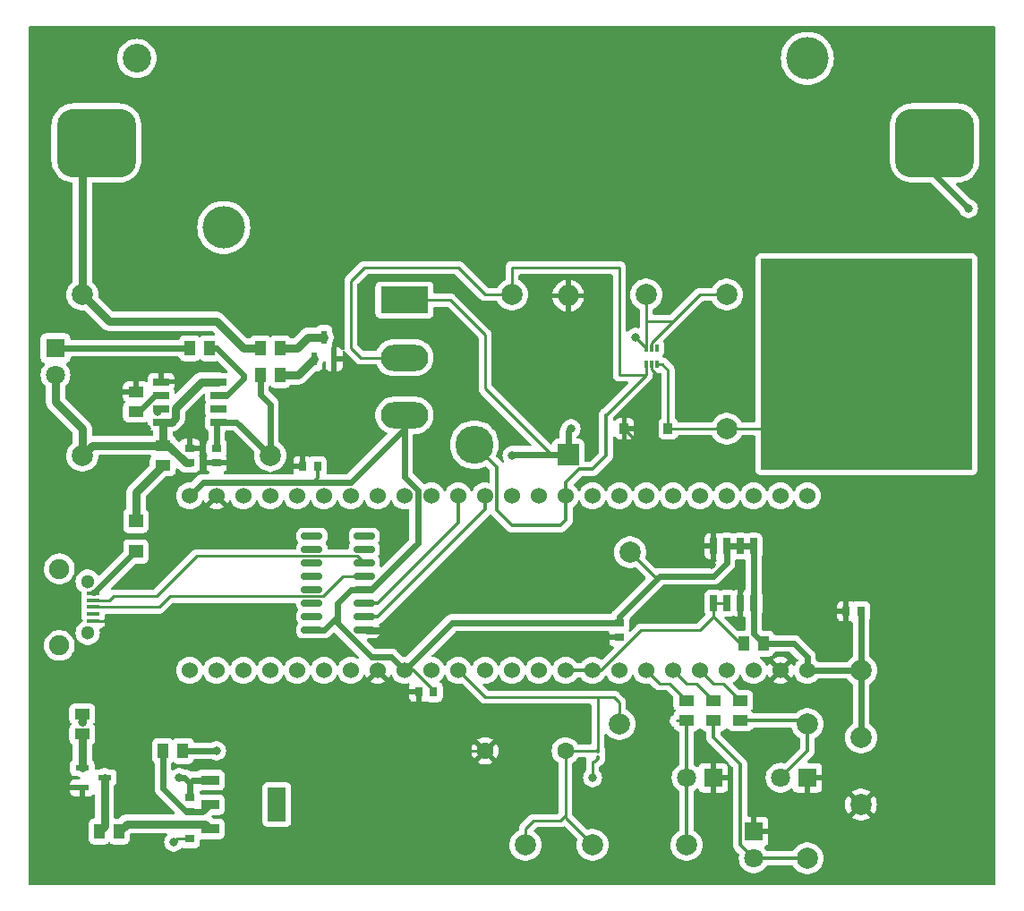
<source format=gbr>
%TF.GenerationSoftware,KiCad,Pcbnew,7.0.1*%
%TF.CreationDate,2023-03-21T08:10:22+02:00*%
%TF.ProjectId,FullSchematic,46756c6c-5363-4686-956d-617469632e6b,rev?*%
%TF.SameCoordinates,Original*%
%TF.FileFunction,Copper,L1,Top*%
%TF.FilePolarity,Positive*%
%FSLAX46Y46*%
G04 Gerber Fmt 4.6, Leading zero omitted, Abs format (unit mm)*
G04 Created by KiCad (PCBNEW 7.0.1) date 2023-03-21 08:10:22*
%MOMM*%
%LPD*%
G01*
G04 APERTURE LIST*
G04 Aperture macros list*
%AMRoundRect*
0 Rectangle with rounded corners*
0 $1 Rounding radius*
0 $2 $3 $4 $5 $6 $7 $8 $9 X,Y pos of 4 corners*
0 Add a 4 corners polygon primitive as box body*
4,1,4,$2,$3,$4,$5,$6,$7,$8,$9,$2,$3,0*
0 Add four circle primitives for the rounded corners*
1,1,$1+$1,$2,$3*
1,1,$1+$1,$4,$5*
1,1,$1+$1,$6,$7*
1,1,$1+$1,$8,$9*
0 Add four rect primitives between the rounded corners*
20,1,$1+$1,$2,$3,$4,$5,0*
20,1,$1+$1,$4,$5,$6,$7,0*
20,1,$1+$1,$6,$7,$8,$9,0*
20,1,$1+$1,$8,$9,$2,$3,0*%
G04 Aperture macros list end*
%TA.AperFunction,SMDPad,CuDef*%
%ADD10R,1.400000X1.300000*%
%TD*%
%TA.AperFunction,SMDPad,CuDef*%
%ADD11C,2.000000*%
%TD*%
%TA.AperFunction,SMDPad,CuDef*%
%ADD12RoundRect,0.150000X0.825000X0.150000X-0.825000X0.150000X-0.825000X-0.150000X0.825000X-0.150000X0*%
%TD*%
%TA.AperFunction,SMDPad,CuDef*%
%ADD13R,0.850000X1.000000*%
%TD*%
%TA.AperFunction,SMDPad,CuDef*%
%ADD14R,0.650000X1.500000*%
%TD*%
%TA.AperFunction,SMDPad,CuDef*%
%ADD15R,0.940000X0.730000*%
%TD*%
%TA.AperFunction,SMDPad,CuDef*%
%ADD16R,0.600000X1.300000*%
%TD*%
%TA.AperFunction,SMDPad,CuDef*%
%ADD17R,1.300000X0.600000*%
%TD*%
%TA.AperFunction,SMDPad,CuDef*%
%ADD18R,1.450000X1.000000*%
%TD*%
%TA.AperFunction,SMDPad,CuDef*%
%ADD19R,1.000000X1.450000*%
%TD*%
%TA.AperFunction,ComponentPad*%
%ADD20C,1.524000*%
%TD*%
%TA.AperFunction,SMDPad,CuDef*%
%ADD21RoundRect,0.100000X0.100000X-0.130000X0.100000X0.130000X-0.100000X0.130000X-0.100000X-0.130000X0*%
%TD*%
%TA.AperFunction,SMDPad,CuDef*%
%ADD22R,0.730000X0.940000*%
%TD*%
%TA.AperFunction,ComponentPad*%
%ADD23R,4.500000X2.500000*%
%TD*%
%TA.AperFunction,ComponentPad*%
%ADD24O,4.500000X2.500000*%
%TD*%
%TA.AperFunction,SMDPad,CuDef*%
%ADD25R,1.750000X0.950000*%
%TD*%
%TA.AperFunction,SMDPad,CuDef*%
%ADD26R,1.750000X3.200000*%
%TD*%
%TA.AperFunction,ComponentPad*%
%ADD27R,1.800000X1.800000*%
%TD*%
%TA.AperFunction,ComponentPad*%
%ADD28C,1.800000*%
%TD*%
%TA.AperFunction,ComponentPad*%
%ADD29C,3.600000*%
%TD*%
%TA.AperFunction,SMDPad,CuDef*%
%ADD30R,20.000000X20.000000*%
%TD*%
%TA.AperFunction,SMDPad,CuDef*%
%ADD31R,0.340000X0.700000*%
%TD*%
%TA.AperFunction,SMDPad,CuDef*%
%ADD32R,1.500000X0.650000*%
%TD*%
%TA.AperFunction,ComponentPad*%
%ADD33C,1.600000*%
%TD*%
%TA.AperFunction,ComponentPad*%
%ADD34R,2.000000X2.000000*%
%TD*%
%TA.AperFunction,ComponentPad*%
%ADD35O,2.000000X2.000000*%
%TD*%
%TA.AperFunction,ComponentPad*%
%ADD36C,4.000000*%
%TD*%
%TA.AperFunction,ComponentPad*%
%ADD37C,2.700000*%
%TD*%
%TA.AperFunction,SMDPad,CuDef*%
%ADD38RoundRect,1.625000X2.125000X1.625000X-2.125000X1.625000X-2.125000X-1.625000X2.125000X-1.625000X0*%
%TD*%
%TA.AperFunction,SMDPad,CuDef*%
%ADD39R,1.250000X0.400000*%
%TD*%
%TA.AperFunction,ComponentPad*%
%ADD40C,1.300000*%
%TD*%
%TA.AperFunction,ComponentPad*%
%ADD41C,1.900000*%
%TD*%
%TA.AperFunction,ViaPad*%
%ADD42C,0.800000*%
%TD*%
%TA.AperFunction,Conductor*%
%ADD43C,0.800000*%
%TD*%
%TA.AperFunction,Conductor*%
%ADD44C,0.600000*%
%TD*%
%TA.AperFunction,Conductor*%
%ADD45C,0.250000*%
%TD*%
%TA.AperFunction,Conductor*%
%ADD46C,0.350000*%
%TD*%
%TA.AperFunction,Conductor*%
%ADD47C,1.000000*%
%TD*%
G04 APERTURE END LIST*
D10*
%TO.P,D4,1,K*%
%TO.N,Net-(D4-K)*%
X91440000Y-97610000D03*
%TO.P,D4,2,A*%
%TO.N,/Microcontroller/Vbus*%
X91440000Y-100510000D03*
%TD*%
D11*
%TO.P,TP9,1,1*%
%TO.N,/Microcontroller/LDR_sensor*%
X134620000Y-128270000D03*
%TD*%
D12*
%TO.P,U2,1,GND*%
%TO.N,GND*%
X113030000Y-107950000D03*
%TO.P,U2,2,TXD*%
%TO.N,/Microcontroller/Rx*%
X113030000Y-106680000D03*
%TO.P,U2,3,RXD*%
%TO.N,/Microcontroller/Tx*%
X113030000Y-105410000D03*
%TO.P,U2,4,V3*%
%TO.N,/Microcontroller/3.3V*%
X113030000Y-104140000D03*
%TO.P,U2,5,UD+*%
%TO.N,Net-(J1-D+)*%
X113030000Y-102870000D03*
%TO.P,U2,6,UD-*%
%TO.N,Net-(J1-D-)*%
X113030000Y-101600000D03*
%TO.P,U2,7,NC*%
%TO.N,unconnected-(U2-NC-Pad7)*%
X113030000Y-100330000D03*
%TO.P,U2,8,NC*%
%TO.N,unconnected-(U2-NC-Pad8)*%
X113030000Y-99060000D03*
%TO.P,U2,9,~{CTS}*%
%TO.N,unconnected-(U2-~{CTS}-Pad9)*%
X108080000Y-99060000D03*
%TO.P,U2,10,~{DSR}*%
%TO.N,unconnected-(U2-~{DSR}-Pad10)*%
X108080000Y-100330000D03*
%TO.P,U2,11,~{RI}*%
%TO.N,unconnected-(U2-~{RI}-Pad11)*%
X108080000Y-101600000D03*
%TO.P,U2,12,~{DCD}*%
%TO.N,unconnected-(U2-~{DCD}-Pad12)*%
X108080000Y-102870000D03*
%TO.P,U2,13,~{DTR}*%
%TO.N,unconnected-(U2-~{DTR}-Pad13)*%
X108080000Y-104140000D03*
%TO.P,U2,14,~{RTS}*%
%TO.N,unconnected-(U2-~{RTS}-Pad14)*%
X108080000Y-105410000D03*
%TO.P,U2,15,R232*%
%TO.N,unconnected-(U2-R232-Pad15)*%
X108080000Y-106680000D03*
%TO.P,U2,16,VCC*%
%TO.N,/Microcontroller/3.3V*%
X108080000Y-107950000D03*
%TD*%
D13*
%TO.P,C12,1*%
%TO.N,Net-(IC1-I)*%
X141775000Y-88900000D03*
%TO.P,C12,2*%
%TO.N,GND*%
X137625000Y-88900000D03*
%TD*%
D11*
%TO.P,TP14,1,1*%
%TO.N,Net-(IC1-I)*%
X147320000Y-88900000D03*
%TD*%
D14*
%TO.P,U3,1,A0*%
%TO.N,/Microcontroller/3.3V*%
X149860000Y-100010000D03*
%TO.P,U3,2,A1*%
X148590000Y-100010000D03*
%TO.P,U3,3,A2*%
X147320000Y-100010000D03*
%TO.P,U3,4,GND*%
%TO.N,GND*%
X146050000Y-100010000D03*
%TO.P,U3,5,SDA*%
%TO.N,/Microcontroller/SCL*%
X146050000Y-105410000D03*
%TO.P,U3,6,SCL*%
X147320000Y-105410000D03*
%TO.P,U3,7,WP*%
%TO.N,GND*%
X148590000Y-105410000D03*
%TO.P,U3,8,VCC*%
%TO.N,/Microcontroller/3.3V*%
X149860000Y-105410000D03*
%TD*%
D11*
%TO.P,TP19,1,1*%
%TO.N,Net-(J2-BAT)*%
X104140000Y-91440000D03*
%TD*%
D15*
%TO.P,C10,1*%
%TO.N,/Power Module/Charging/Vin*%
X96520000Y-92150000D03*
%TO.P,C10,2*%
%TO.N,GND*%
X96520000Y-90730000D03*
%TD*%
D16*
%TO.P,Qrevpol1,1,D*%
%TO.N,Net-(Qrevpol1-D)*%
X108270000Y-82330000D03*
%TO.P,Qrevpol1,2,G*%
%TO.N,GND*%
X110170000Y-82330000D03*
%TO.P,Qrevpol1,3,S*%
%TO.N,Net-(Qrevpol1-S)*%
X109220000Y-80230000D03*
%TD*%
D11*
%TO.P,TP12,1,1*%
%TO.N,/Power Module/Vboard*%
X147320000Y-76200000D03*
%TD*%
D15*
%TO.P,C9,1*%
%TO.N,Net-(U1-VO)*%
X96520000Y-125170000D03*
%TO.P,C9,2*%
%TO.N,0*%
X96520000Y-123750000D03*
%TD*%
D11*
%TO.P,TP11,1,1*%
%TO.N,/Power Module/Vboard*%
X139700000Y-76200000D03*
%TD*%
D15*
%TO.P,C8,1*%
%TO.N,/Power Module/Regulating/Vin*%
X96520000Y-126290000D03*
%TO.P,C8,2*%
%TO.N,0*%
X96520000Y-127710000D03*
%TD*%
%TO.P,C1,1*%
%TO.N,/Microcontroller/3.3V*%
X137160000Y-107240000D03*
%TO.P,C1,2*%
%TO.N,GND*%
X137160000Y-108660000D03*
%TD*%
D17*
%TO.P,Qrevpol2,1,D*%
%TO.N,Net-(Qrevpol2-D)*%
X86360000Y-120970000D03*
%TO.P,Qrevpol2,2,G*%
%TO.N,GND*%
X86360000Y-122870000D03*
%TO.P,Qrevpol2,3,S*%
%TO.N,Net-(Qrevpol2-S)*%
X88460000Y-121920000D03*
%TD*%
D18*
%TO.P,R2,1*%
%TO.N,/Microcontroller/out2*%
X148590000Y-114620000D03*
%TO.P,R2,2*%
%TO.N,Net-(D1-A)*%
X148590000Y-116520000D03*
%TD*%
D19*
%TO.P,R15,1*%
%TO.N,Net-(J2-BAT)*%
X103190000Y-83820000D03*
%TO.P,R15,2*%
%TO.N,Net-(Qrevpol1-D)*%
X105090000Y-83820000D03*
%TD*%
%TO.P,R17,1*%
%TO.N,Net-(U1-VO)*%
X93980000Y-119380000D03*
%TO.P,R17,2*%
%TO.N,/Power Module/Vboard*%
X95880000Y-119380000D03*
%TD*%
D20*
%TO.P,U4,1,VBAT*%
%TO.N,unconnected-(U4-VBAT-Pad1)*%
X96520000Y-111760000D03*
%TO.P,U4,2,PC13*%
%TO.N,unconnected-(U4-PC13-Pad2)*%
X99060000Y-111760000D03*
%TO.P,U4,3,PC14*%
%TO.N,unconnected-(U4-PC14-Pad3)*%
X101600000Y-111760000D03*
%TO.P,U4,4,PC15*%
%TO.N,unconnected-(U4-PC15-Pad4)*%
X104140000Y-111760000D03*
%TO.P,U4,5,PF0*%
%TO.N,unconnected-(U4-PF0-Pad5)*%
X106680000Y-111760000D03*
%TO.P,U4,6,PF1*%
%TO.N,unconnected-(U4-PF1-Pad6)*%
X109220000Y-111760000D03*
%TO.P,U4,7,NRST*%
%TO.N,unconnected-(U4-NRST-Pad7)*%
X111760000Y-111760000D03*
%TO.P,U4,8,GND*%
%TO.N,GND*%
X114300000Y-111760000D03*
%TO.P,U4,9,V+*%
%TO.N,/Microcontroller/3.3V*%
X116840000Y-111760000D03*
%TO.P,U4,10,PA0*%
%TO.N,unconnected-(U4-PA0-Pad10)*%
X119380000Y-111760000D03*
%TO.P,U4,11,PA1*%
%TO.N,/Microcontroller/LDR_sensor*%
X121920000Y-111760000D03*
%TO.P,U4,12,PA2*%
%TO.N,unconnected-(U4-PA2-Pad12)*%
X124460000Y-111760000D03*
%TO.P,U4,13,PA3*%
%TO.N,unconnected-(U4-PA3-Pad13)*%
X127000000Y-111760000D03*
%TO.P,U4,14,PA4*%
%TO.N,unconnected-(U4-PA4-Pad14)*%
X129540000Y-111760000D03*
%TO.P,U4,15,PA5*%
%TO.N,/Microcontroller/SCL*%
X132080000Y-111760000D03*
%TO.P,U4,16,PA6*%
X134620000Y-111760000D03*
%TO.P,U4,17,PA7*%
%TO.N,unconnected-(U4-PA7-Pad17)*%
X137160000Y-111760000D03*
%TO.P,U4,18,PB0*%
%TO.N,/Microcontroller/out1*%
X139700000Y-111760000D03*
%TO.P,U4,19,PB1*%
%TO.N,/Microcontroller/out3*%
X142240000Y-111760000D03*
%TO.P,U4,20,PB2*%
%TO.N,/Microcontroller/out2*%
X144780000Y-111760000D03*
%TO.P,U4,21,PB10*%
%TO.N,unconnected-(U4-PB10-Pad21)*%
X147320000Y-111760000D03*
%TO.P,U4,22,PB11*%
%TO.N,unconnected-(U4-PB11-Pad22)*%
X149860000Y-111760000D03*
%TO.P,U4,23,GND*%
%TO.N,GND*%
X152400000Y-111760000D03*
%TO.P,U4,24,V+*%
%TO.N,/Microcontroller/3.3V*%
X154940000Y-111760000D03*
%TO.P,U4,25,PB12*%
%TO.N,unconnected-(U4-PB12-Pad25)*%
X154940000Y-95250000D03*
%TO.P,U4,26,PB13*%
%TO.N,unconnected-(U4-PB13-Pad26)*%
X152400000Y-95250000D03*
%TO.P,U4,27,PB14*%
%TO.N,unconnected-(U4-PB14-Pad27)*%
X149860000Y-95250000D03*
%TO.P,U4,28,PB15*%
%TO.N,unconnected-(U4-PB15-Pad28)*%
X147320000Y-95250000D03*
%TO.P,U4,29,PA8*%
%TO.N,unconnected-(U4-PA8-Pad29)*%
X144780000Y-95250000D03*
%TO.P,U4,30,PA9*%
%TO.N,unconnected-(U4-PA9-Pad30)*%
X142240000Y-95250000D03*
%TO.P,U4,31,PA10*%
%TO.N,unconnected-(U4-PA10-Pad31)*%
X139700000Y-95250000D03*
%TO.P,U4,32,PA11*%
%TO.N,unconnected-(U4-PA11-Pad32)*%
X137160000Y-95250000D03*
%TO.P,U4,33,PA12*%
%TO.N,unconnected-(U4-PA12-Pad33)*%
X134620000Y-95250000D03*
%TO.P,U4,34,PA13*%
%TO.N,/Microcontroller/T_sensor*%
X132080000Y-95250000D03*
%TO.P,U4,35,PF6*%
%TO.N,unconnected-(U4-PF6-Pad35)*%
X129540000Y-95250000D03*
%TO.P,U4,36,PF7*%
%TO.N,unconnected-(U4-PF7-Pad36)*%
X127000000Y-95250000D03*
%TO.P,U4,37,PA14*%
%TO.N,/Microcontroller/Rx*%
X124460000Y-95250000D03*
%TO.P,U4,38,PA15*%
%TO.N,/Microcontroller/Tx*%
X121920000Y-95250000D03*
%TO.P,U4,39,PB3*%
%TO.N,unconnected-(U4-PB3-Pad39)*%
X119380000Y-95250000D03*
%TO.P,U4,40,PB4*%
%TO.N,unconnected-(U4-PB4-Pad40)*%
X116840000Y-95250000D03*
%TO.P,U4,41,PB5*%
%TO.N,unconnected-(U4-PB5-Pad41)*%
X114300000Y-95250000D03*
%TO.P,U4,42,PB6*%
%TO.N,unconnected-(U4-PB6-Pad42)*%
X111760000Y-95250000D03*
%TO.P,U4,43,PB7*%
%TO.N,unconnected-(U4-PB7-Pad43)*%
X109220000Y-95250000D03*
%TO.P,U4,44,BOOT*%
%TO.N,unconnected-(U4-BOOT-Pad44)*%
X106680000Y-95250000D03*
%TO.P,U4,45,PB8*%
%TO.N,unconnected-(U4-PB8-Pad45)*%
X104140000Y-95250000D03*
%TO.P,U4,46,PB9*%
%TO.N,unconnected-(U4-PB9-Pad46)*%
X101600000Y-95250000D03*
%TO.P,U4,47,GND*%
%TO.N,GND*%
X99060000Y-95250000D03*
%TO.P,U4,48,V+*%
%TO.N,/Microcontroller/3.3V*%
X96520000Y-95250000D03*
%TD*%
D11*
%TO.P,TP16,1,1*%
%TO.N,/Power Module/Charging/Vin*%
X86360000Y-91440000D03*
%TD*%
D21*
%TO.P,R11,1*%
%TO.N,/Power Module/Vboard*%
X135128000Y-120045000D03*
%TO.P,R11,2*%
%TO.N,/Microcontroller/LDR_sensor*%
X135128000Y-119405000D03*
%TD*%
D11*
%TO.P,TP7,1,1*%
%TO.N,/Microcontroller/3.3V*%
X160020000Y-111760000D03*
%TD*%
D22*
%TO.P,C2,1*%
%TO.N,/Microcontroller/3.3V*%
X119582000Y-113792000D03*
%TO.P,C2,2*%
%TO.N,GND*%
X118162000Y-113792000D03*
%TD*%
D11*
%TO.P,TP10,1,1*%
%TO.N,/Microcontroller/LDR_sensor*%
X137160000Y-116840000D03*
%TD*%
D22*
%TO.P,C4,1*%
%TO.N,/Microcontroller/3.3V*%
X160020000Y-106172000D03*
%TO.P,C4,2*%
%TO.N,GND*%
X158600000Y-106172000D03*
%TD*%
D23*
%TO.P,Q1,1,D*%
%TO.N,/Power Module/Vboard*%
X116840000Y-76730000D03*
D24*
%TO.P,Q1,2,G*%
%TO.N,/Microcontroller/T_sensor*%
X116840000Y-82180000D03*
%TO.P,Q1,3,S*%
%TO.N,/Microcontroller/3.3V*%
X116840000Y-87630000D03*
%TD*%
D11*
%TO.P,TP15,1,1*%
%TO.N,/Power Module/Charging/Vbat*%
X86360000Y-76200000D03*
%TD*%
D25*
%TO.P,U1,1,GND*%
%TO.N,0*%
X98450000Y-122160000D03*
%TO.P,U1,2,VO*%
%TO.N,Net-(U1-VO)*%
X98450000Y-124460000D03*
%TO.P,U1,3,VI*%
%TO.N,/Power Module/Regulating/Vin*%
X98450000Y-126760000D03*
D26*
%TO.P,U1,4*%
%TO.N,N/C*%
X104750000Y-124460000D03*
%TD*%
D27*
%TO.P,D2,1,K*%
%TO.N,GND*%
X146050000Y-121920000D03*
D28*
%TO.P,D2,2,A*%
%TO.N,Net-(D2-A)*%
X143510000Y-121920000D03*
%TD*%
D11*
%TO.P,TP1,1,1*%
%TO.N,/Microcontroller/3.3V*%
X138176000Y-100584000D03*
%TD*%
D29*
%TO.P,TP17,1,1*%
%TO.N,/Microcontroller/T_sensor*%
X123444000Y-90424000D03*
%TD*%
D30*
%TO.P,P1,Touch Pad1*%
%TO.N,N/C*%
X160528000Y-82804000D03*
%TD*%
D11*
%TO.P,TP2,1,1*%
%TO.N,Net-(D2-A)*%
X143510000Y-128270000D03*
%TD*%
D19*
%TO.P,R4,1*%
%TO.N,/Power Module/Charging/Vbat*%
X103190000Y-81280000D03*
%TO.P,R4,2*%
%TO.N,Net-(Qrevpol1-S)*%
X105090000Y-81280000D03*
%TD*%
D18*
%TO.P,R7,1*%
%TO.N,/Power Module/Charging/Vbat*%
X86360000Y-115890000D03*
%TO.P,R7,2*%
%TO.N,Net-(Qrevpol2-D)*%
X86360000Y-117790000D03*
%TD*%
D31*
%TO.P,IC1,1,Q*%
%TO.N,/Microcontroller/T_sensor*%
X139700000Y-82780000D03*
%TO.P,IC1,2,VSS*%
%TO.N,GND*%
X140200000Y-82780000D03*
%TO.P,IC1,3,I*%
%TO.N,Net-(IC1-I)*%
X140700000Y-82780000D03*
%TO.P,IC1,4,AHLB*%
%TO.N,unconnected-(IC1-AHLB-Pad4)*%
X140700000Y-81280000D03*
%TO.P,IC1,5,VDD*%
%TO.N,/Power Module/Vboard*%
X140200000Y-81280000D03*
%TO.P,IC1,6,TOG*%
X139700000Y-81280000D03*
%TD*%
D15*
%TO.P,C11,1*%
%TO.N,Net-(J2-BAT)*%
X99060000Y-90730000D03*
%TO.P,C11,2*%
%TO.N,GND*%
X99060000Y-92150000D03*
%TD*%
D32*
%TO.P,J2,1,TEMP1*%
%TO.N,GND*%
X93820000Y-84455000D03*
%TO.P,J2,2,PROG2*%
%TO.N,Net-(J2-PROG2)*%
X93820000Y-85725000D03*
%TO.P,J2,3,GND_3*%
%TO.N,GND*%
X93820000Y-86995000D03*
%TO.P,J2,4,VCC4*%
%TO.N,/Power Module/Charging/Vin*%
X93820000Y-88265000D03*
%TO.P,J2,5,BAT*%
%TO.N,Net-(J2-BAT)*%
X99220000Y-88265000D03*
%TO.P,J2,6,~{STDBY}*%
%TO.N,unconnected-(J2-~{STDBY}-Pad6)*%
X99220000Y-86995000D03*
%TO.P,J2,7,~{CHRG}*%
%TO.N,Net-(J2-~{CHRG})*%
X99220000Y-85725000D03*
%TO.P,J2,8,CE*%
%TO.N,/Power Module/Charging/Vin*%
X99220000Y-84455000D03*
%TD*%
D19*
%TO.P,R6,1*%
%TO.N,/Microcontroller/SCL*%
X148910000Y-109220000D03*
%TO.P,R6,2*%
%TO.N,/Microcontroller/3.3V*%
X150810000Y-109220000D03*
%TD*%
D22*
%TO.P,C3,1*%
%TO.N,/Microcontroller/3.3V*%
X108608000Y-92456000D03*
%TO.P,C3,2*%
%TO.N,GND*%
X107188000Y-92456000D03*
%TD*%
D33*
%TO.P,R12,1*%
%TO.N,/Microcontroller/LDR_sensor*%
X132060000Y-119380000D03*
%TO.P,R12,2*%
%TO.N,GND*%
X124460000Y-119380000D03*
%TD*%
D34*
%TO.P,C13,1*%
%TO.N,/Power Module/Vboard*%
X132322500Y-91320000D03*
D35*
%TO.P,C13,2*%
%TO.N,GND*%
X132322500Y-76320000D03*
%TD*%
D11*
%TO.P,TP4,1,1*%
%TO.N,Net-(D1-A)*%
X154940000Y-116840000D03*
%TD*%
D36*
%TO.P,BT1,*%
%TO.N,*%
X154940000Y-53865000D03*
X99740000Y-69865000D03*
D37*
X91520000Y-53865000D03*
D38*
%TO.P,BT1,1,+*%
%TO.N,/Power Module/Charging/Vbat*%
X87690000Y-61865000D03*
%TO.P,BT1,2,-*%
%TO.N,0*%
X166990000Y-61865000D03*
%TD*%
D11*
%TO.P,TP13,1,1*%
%TO.N,/Microcontroller/T_sensor*%
X127000000Y-76200000D03*
%TD*%
D18*
%TO.P,R1,1*%
%TO.N,/Microcontroller/out1*%
X143510000Y-114620000D03*
%TO.P,R1,2*%
%TO.N,Net-(D2-A)*%
X143510000Y-116520000D03*
%TD*%
D11*
%TO.P,TP3,1,1*%
%TO.N,Net-(D3-A)*%
X154940000Y-129540000D03*
%TD*%
D18*
%TO.P,R3,1*%
%TO.N,/Microcontroller/out3*%
X146050000Y-114620000D03*
%TO.P,R3,2*%
%TO.N,Net-(D3-A)*%
X146050000Y-116520000D03*
%TD*%
D11*
%TO.P,TP8,1,1*%
%TO.N,/Microcontroller/LDR_sensor*%
X128270000Y-128270000D03*
%TD*%
D39*
%TO.P,J1,1,VBUS*%
%TO.N,/Microcontroller/Vbus*%
X87388000Y-104479000D03*
%TO.P,J1,2,D-*%
%TO.N,Net-(J1-D-)*%
X87388000Y-105129000D03*
%TO.P,J1,3,D+*%
%TO.N,Net-(J1-D+)*%
X87388000Y-105779000D03*
%TO.P,J1,4,ID*%
%TO.N,unconnected-(J1-ID-Pad4)*%
X87388000Y-106429000D03*
%TO.P,J1,5,GND*%
%TO.N,GND*%
X87388000Y-107079000D03*
D40*
%TO.P,J1,MH1*%
%TO.N,N/C*%
X86868000Y-103354000D03*
%TO.P,J1,MH2*%
X86868000Y-108204000D03*
D41*
%TO.P,J1,MH3*%
X84188000Y-102154000D03*
%TO.P,J1,MH4*%
X84188000Y-109404000D03*
%TD*%
D27*
%TO.P,D3,1,K*%
%TO.N,GND*%
X149860000Y-127000000D03*
D28*
%TO.P,D3,2,A*%
%TO.N,Net-(D3-A)*%
X149860000Y-129540000D03*
%TD*%
D11*
%TO.P,TP6,1,1*%
%TO.N,GND*%
X160020000Y-124460000D03*
%TD*%
%TO.P,TP5,1,1*%
%TO.N,/Microcontroller/3.3V*%
X160020000Y-118110000D03*
%TD*%
D27*
%TO.P,D1,1,K*%
%TO.N,GND*%
X154940000Y-121920000D03*
D28*
%TO.P,D1,2,A*%
%TO.N,Net-(D1-A)*%
X152400000Y-121920000D03*
%TD*%
D18*
%TO.P,R5,1*%
%TO.N,Net-(D4-K)*%
X93980000Y-92390000D03*
%TO.P,R5,2*%
%TO.N,/Power Module/Charging/Vin*%
X93980000Y-90490000D03*
%TD*%
D19*
%TO.P,R10,1*%
%TO.N,Net-(J2-~{CHRG})*%
X98420000Y-81280000D03*
%TO.P,R10,2*%
%TO.N,Net-(LEDcharge1-K)*%
X96520000Y-81280000D03*
%TD*%
D18*
%TO.P,R13,1*%
%TO.N,GND*%
X91440000Y-85410000D03*
%TO.P,R13,2*%
%TO.N,Net-(J2-PROG2)*%
X91440000Y-87310000D03*
%TD*%
D27*
%TO.P,LEDcharge1,1,K*%
%TO.N,Net-(LEDcharge1-K)*%
X83820000Y-81280000D03*
D28*
%TO.P,LEDcharge1,2,A*%
%TO.N,/Power Module/Charging/Vin*%
X83820000Y-83820000D03*
%TD*%
D19*
%TO.P,R16,1*%
%TO.N,Net-(Qrevpol2-S)*%
X87950000Y-127000000D03*
%TO.P,R16,2*%
%TO.N,/Power Module/Regulating/Vin*%
X89850000Y-127000000D03*
%TD*%
D42*
%TO.N,/Power Module/Charging/Vbat*%
X86360000Y-76200000D03*
X86360000Y-116690498D03*
%TO.N,0*%
X94996000Y-128016000D03*
X95504000Y-121920000D03*
X170180000Y-68072000D03*
%TO.N,GND*%
X148336000Y-103124000D03*
X134620000Y-105664000D03*
X92439500Y-88900000D03*
X96520000Y-89408000D03*
X93467888Y-87329575D03*
X145921957Y-101725957D03*
X115316000Y-109220000D03*
X134112000Y-108712000D03*
%TO.N,/Power Module/Vboard*%
X134620000Y-121920000D03*
X138684000Y-80264000D03*
X127000000Y-91440000D03*
X132588000Y-88900000D03*
X99060000Y-119380000D03*
%TD*%
D43*
%TO.N,/Power Module/Charging/Vbat*%
X87690000Y-61865000D02*
X86360000Y-63195000D01*
X86360000Y-115890000D02*
X86360000Y-116690498D01*
X86360000Y-63195000D02*
X86360000Y-76200000D01*
X103190000Y-81280000D02*
X101600000Y-81280000D01*
X101600000Y-81280000D02*
X99060000Y-78740000D01*
X99060000Y-78740000D02*
X88900000Y-78740000D01*
X88900000Y-78740000D02*
X86360000Y-76200000D01*
D44*
%TO.N,0*%
X166990000Y-64882000D02*
X170180000Y-68072000D01*
D45*
X96520000Y-127710000D02*
X95302000Y-127710000D01*
D44*
X166990000Y-61865000D02*
X166990000Y-64882000D01*
X96788000Y-122160000D02*
X96520000Y-122428000D01*
X96520000Y-122428000D02*
X96012000Y-121920000D01*
X98450000Y-122160000D02*
X96788000Y-122160000D01*
X96520000Y-122428000D02*
X96520000Y-123750000D01*
X96012000Y-121920000D02*
X95504000Y-121920000D01*
D45*
X95302000Y-127710000D02*
X94996000Y-128016000D01*
D46*
%TO.N,/Microcontroller/3.3V*%
X119582000Y-113627000D02*
X119582000Y-113792000D01*
D45*
X140462000Y-102870000D02*
X141732000Y-102870000D01*
D44*
X108204000Y-93988000D02*
X111752000Y-93988000D01*
X111752000Y-93988000D02*
X116840000Y-88900000D01*
D46*
X117715000Y-111760000D02*
X119582000Y-113627000D01*
D44*
X154940000Y-110490000D02*
X153670000Y-109220000D01*
X110490000Y-105410000D02*
X111760000Y-104140000D01*
X113654239Y-104140000D02*
X118102000Y-99692239D01*
X118102000Y-94727262D02*
X116840000Y-93465262D01*
X149860000Y-105410000D02*
X149860000Y-100010000D01*
X110490000Y-107304239D02*
X113683761Y-110498000D01*
X116840000Y-93465262D02*
X116840000Y-87630000D01*
X108080000Y-107950000D02*
X109220000Y-107950000D01*
D46*
X116840000Y-111760000D02*
X117715000Y-111760000D01*
D44*
X118102000Y-99692239D02*
X118102000Y-94727262D01*
X160020000Y-118110000D02*
X160020000Y-111760000D01*
X110490000Y-106680000D02*
X110490000Y-107304239D01*
X149860000Y-108270000D02*
X150810000Y-109220000D01*
X115578000Y-110498000D02*
X116840000Y-111760000D01*
X146050000Y-102870000D02*
X147320000Y-101600000D01*
X110490000Y-106680000D02*
X110490000Y-105410000D01*
X148590000Y-100010000D02*
X147320000Y-100010000D01*
X121360000Y-107240000D02*
X137160000Y-107240000D01*
X148590000Y-100010000D02*
X149860000Y-100010000D01*
X113683761Y-110498000D02*
X115578000Y-110498000D01*
X160020000Y-111760000D02*
X160020000Y-106680000D01*
X97782000Y-93988000D02*
X108204000Y-93988000D01*
D46*
X108608000Y-93584000D02*
X108204000Y-93988000D01*
D44*
X111760000Y-104140000D02*
X113030000Y-104140000D01*
D46*
X108608000Y-92456000D02*
X108608000Y-93584000D01*
D44*
X113030000Y-104140000D02*
X113654239Y-104140000D01*
X137160000Y-107240000D02*
X137160000Y-106680000D01*
X137160000Y-106680000D02*
X140970000Y-102870000D01*
X154940000Y-111760000D02*
X160020000Y-111760000D01*
X141732000Y-102870000D02*
X146050000Y-102870000D01*
X140970000Y-102870000D02*
X141732000Y-102870000D01*
D45*
X138176000Y-100584000D02*
X140462000Y-102870000D01*
D44*
X154940000Y-111760000D02*
X154940000Y-110490000D01*
X153670000Y-109220000D02*
X150810000Y-109220000D01*
X149860000Y-105410000D02*
X149860000Y-108270000D01*
X116840000Y-111760000D02*
X121360000Y-107240000D01*
X96520000Y-95250000D02*
X97782000Y-93988000D01*
X109220000Y-107950000D02*
X110490000Y-106680000D01*
X116840000Y-88900000D02*
X116840000Y-87630000D01*
X147320000Y-101600000D02*
X147320000Y-100010000D01*
D45*
%TO.N,GND*%
X116332000Y-108204000D02*
X115316000Y-109220000D01*
X137160000Y-108660000D02*
X134164000Y-108660000D01*
X138895000Y-90170000D02*
X137625000Y-88900000D01*
X148336000Y-103124000D02*
X148844000Y-103632000D01*
X124460000Y-119380000D02*
X121920000Y-119380000D01*
X148590000Y-104394000D02*
X148590000Y-105410000D01*
X148844000Y-104140000D02*
X148590000Y-104394000D01*
X87388000Y-107079000D02*
X89299000Y-107079000D01*
X136144000Y-105664000D02*
X132080000Y-101600000D01*
X113284000Y-108204000D02*
X116332000Y-108204000D01*
X146050000Y-100010000D02*
X146050000Y-101597914D01*
X121920000Y-119380000D02*
X114300000Y-111760000D01*
X134164000Y-108660000D02*
X134112000Y-108712000D01*
X89299000Y-107079000D02*
X89408000Y-107188000D01*
X132080000Y-101600000D02*
X128524000Y-101600000D01*
X96520000Y-90730000D02*
X96520000Y-89408000D01*
X93820000Y-86995000D02*
X93802463Y-86995000D01*
X137160000Y-108660000D02*
X137265000Y-108660000D01*
X140200000Y-82780000D02*
X140200000Y-83304000D01*
X148844000Y-103632000D02*
X148844000Y-104140000D01*
X113030000Y-107950000D02*
X113284000Y-108204000D01*
X134620000Y-105664000D02*
X136144000Y-105664000D01*
X146050000Y-101597914D02*
X145921957Y-101725957D01*
X140200000Y-83304000D02*
X140716000Y-83820000D01*
X93802463Y-86995000D02*
X93467888Y-87329575D01*
D43*
%TO.N,/Power Module/Regulating/Vin*%
X89850000Y-127000000D02*
X90560000Y-126290000D01*
X90560000Y-126290000D02*
X96520000Y-126290000D01*
X98450000Y-126760000D02*
X97980000Y-126290000D01*
X97980000Y-126290000D02*
X96520000Y-126290000D01*
D44*
%TO.N,Net-(U1-VO)*%
X93980000Y-119380000D02*
X93980000Y-122936000D01*
X97740000Y-125170000D02*
X96520000Y-125170000D01*
X93980000Y-122936000D02*
X96214000Y-125170000D01*
X96214000Y-125170000D02*
X96520000Y-125170000D01*
X98450000Y-124460000D02*
X97740000Y-125170000D01*
D43*
%TO.N,Net-(D4-K)*%
X91440000Y-94930000D02*
X93980000Y-92390000D01*
X91440000Y-97610000D02*
X91440000Y-94930000D01*
D44*
%TO.N,Net-(J2-BAT)*%
X103190000Y-85645000D02*
X103190000Y-83820000D01*
X104140000Y-86595000D02*
X103190000Y-85645000D01*
X100965000Y-88265000D02*
X104140000Y-91440000D01*
X99060000Y-88425000D02*
X99220000Y-88265000D01*
X104140000Y-91440000D02*
X104140000Y-86595000D01*
X99060000Y-90730000D02*
X99060000Y-88425000D01*
X99220000Y-88265000D02*
X100570000Y-88265000D01*
X100570000Y-88265000D02*
X100965000Y-88265000D01*
D45*
%TO.N,Net-(IC1-I)*%
X141200000Y-82780000D02*
X140700000Y-82780000D01*
X141775000Y-88900000D02*
X147320000Y-88900000D01*
X147320000Y-88900000D02*
X154432000Y-88900000D01*
X141775000Y-88900000D02*
X141775000Y-83355000D01*
X141775000Y-83355000D02*
X141200000Y-82780000D01*
X154432000Y-88900000D02*
X160528000Y-82804000D01*
%TO.N,/Power Module/Vboard*%
X139700000Y-78740000D02*
X139700000Y-76200000D01*
X134620000Y-120396000D02*
X134620000Y-121920000D01*
X121180000Y-76730000D02*
X116840000Y-76730000D01*
X140200000Y-81280000D02*
X140200000Y-80780000D01*
D44*
X127120000Y-91320000D02*
X127000000Y-91440000D01*
D45*
X124460000Y-80010000D02*
X121180000Y-76730000D01*
X139700000Y-81280000D02*
X138684000Y-80264000D01*
X124460000Y-85090000D02*
X124460000Y-80010000D01*
D44*
X132322500Y-91320000D02*
X132322500Y-89165500D01*
X132322500Y-91320000D02*
X127120000Y-91320000D01*
D45*
X144780000Y-76200000D02*
X147320000Y-76200000D01*
X134620000Y-120396000D02*
X134777000Y-120396000D01*
X134777000Y-120396000D02*
X135128000Y-120045000D01*
X130690000Y-91320000D02*
X124460000Y-85090000D01*
X132322500Y-91320000D02*
X130690000Y-91320000D01*
D44*
X99060000Y-119380000D02*
X95880000Y-119380000D01*
D45*
X140200000Y-80780000D02*
X144780000Y-76200000D01*
X139700000Y-81280000D02*
X139700000Y-78740000D01*
X139700000Y-78740000D02*
X142240000Y-78740000D01*
D44*
X132322500Y-89165500D02*
X132588000Y-88900000D01*
D46*
%TO.N,Net-(D1-A)*%
X154940000Y-119380000D02*
X154940000Y-116840000D01*
X152400000Y-121920000D02*
X154940000Y-119380000D01*
X154620000Y-116520000D02*
X154940000Y-116840000D01*
X148590000Y-116520000D02*
X154620000Y-116520000D01*
%TO.N,Net-(D2-A)*%
X143510000Y-128270000D02*
X143510000Y-121920000D01*
X143510000Y-116520000D02*
X143510000Y-121920000D01*
D45*
X143510000Y-116520000D02*
X142560000Y-116520000D01*
D46*
%TO.N,Net-(D3-A)*%
X149860000Y-129540000D02*
X148585000Y-128265000D01*
X149860000Y-129540000D02*
X154940000Y-129540000D01*
X148585000Y-128265000D02*
X148585000Y-120645000D01*
X148585000Y-120645000D02*
X146050000Y-118110000D01*
X146050000Y-118110000D02*
X146050000Y-116520000D01*
D44*
%TO.N,/Microcontroller/Vbus*%
X87471000Y-104429000D02*
X87388000Y-104429000D01*
D47*
X91440000Y-100510000D02*
X91390000Y-100510000D01*
D44*
X91390000Y-100510000D02*
X87471000Y-104429000D01*
D46*
%TO.N,/Microcontroller/T_sensor*%
X132080000Y-95250000D02*
X132080000Y-93980000D01*
D45*
X111760000Y-81280000D02*
X111760000Y-74930000D01*
X139700000Y-83820000D02*
X135890000Y-87630000D01*
X113030000Y-73660000D02*
X121920000Y-73660000D01*
D46*
X132080000Y-97536000D02*
X132080000Y-95250000D01*
X132080000Y-93980000D02*
X133350000Y-92710000D01*
X135890000Y-91440000D02*
X135890000Y-87630000D01*
X127000000Y-98044000D02*
X131572000Y-98044000D01*
D45*
X116840000Y-82180000D02*
X112660000Y-82180000D01*
X127000000Y-76200000D02*
X127000000Y-73660000D01*
X121920000Y-73660000D02*
X124460000Y-76200000D01*
D46*
X125597000Y-96641000D02*
X127000000Y-98044000D01*
D45*
X139700000Y-82780000D02*
X139700000Y-83820000D01*
D46*
X123444000Y-90424000D02*
X125597000Y-92577000D01*
D45*
X111760000Y-74930000D02*
X113030000Y-73660000D01*
D46*
X133350000Y-92710000D02*
X134620000Y-92710000D01*
X125597000Y-92577000D02*
X125597000Y-96641000D01*
D45*
X124460000Y-76200000D02*
X127000000Y-76200000D01*
X137160000Y-83820000D02*
X139700000Y-83820000D01*
X112660000Y-82180000D02*
X111760000Y-81280000D01*
D46*
X131572000Y-98044000D02*
X132080000Y-97536000D01*
D45*
X137160000Y-73660000D02*
X137160000Y-83820000D01*
X127000000Y-73660000D02*
X137160000Y-73660000D01*
D46*
X134620000Y-92710000D02*
X135890000Y-91440000D01*
D45*
%TO.N,Net-(J1-D-)*%
X112385000Y-100955000D02*
X97165000Y-100955000D01*
X88873000Y-105129000D02*
X87388000Y-105129000D01*
X97165000Y-100955000D02*
X93360000Y-104760000D01*
X93360000Y-104760000D02*
X93980000Y-104140000D01*
X88900000Y-105156000D02*
X88873000Y-105129000D01*
X93360000Y-104760000D02*
X89296000Y-104760000D01*
X113030000Y-101600000D02*
X112385000Y-100955000D01*
X89296000Y-104760000D02*
X88900000Y-105156000D01*
%TO.N,Net-(J1-D+)*%
X94625000Y-104765000D02*
X93611000Y-105779000D01*
X93611000Y-105779000D02*
X87388000Y-105779000D01*
X110996751Y-102870000D02*
X109101751Y-104765000D01*
X113030000Y-102870000D02*
X110996751Y-102870000D01*
X109101751Y-104765000D02*
X94625000Y-104765000D01*
D44*
%TO.N,Net-(J2-PROG2)*%
X93820000Y-85725000D02*
X93250000Y-85725000D01*
X93250000Y-85725000D02*
X91665000Y-87310000D01*
X91665000Y-87310000D02*
X91440000Y-87310000D01*
D43*
%TO.N,/Power Module/Charging/Vin*%
X93820000Y-88265000D02*
X94825000Y-88265000D01*
X97630000Y-84455000D02*
X99220000Y-84455000D01*
X83820000Y-86360000D02*
X83820000Y-83820000D01*
X95170000Y-86915000D02*
X97630000Y-84455000D01*
X87310000Y-90490000D02*
X93980000Y-90490000D01*
X94505000Y-90490000D02*
X93980000Y-90490000D01*
X86360000Y-88900000D02*
X83820000Y-86360000D01*
X86360000Y-91440000D02*
X87310000Y-90490000D01*
X95170000Y-87920000D02*
X95170000Y-86915000D01*
X93980000Y-88425000D02*
X93820000Y-88265000D01*
X96165000Y-92150000D02*
X94505000Y-90490000D01*
X86360000Y-91440000D02*
X86360000Y-88900000D01*
X94825000Y-88265000D02*
X95170000Y-87920000D01*
X93980000Y-90490000D02*
X93980000Y-88425000D01*
X96520000Y-92150000D02*
X96165000Y-92150000D01*
D44*
%TO.N,Net-(J2-~{CHRG})*%
X100025000Y-85725000D02*
X99220000Y-85725000D01*
X101600000Y-83820000D02*
X101600000Y-84150000D01*
X98420000Y-81280000D02*
X99060000Y-81280000D01*
X101600000Y-84150000D02*
X100025000Y-85725000D01*
X99060000Y-81280000D02*
X101600000Y-83820000D01*
D45*
%TO.N,/Microcontroller/out1*%
X140970000Y-113030000D02*
X139700000Y-111760000D01*
X143510000Y-114620000D02*
X141920000Y-113030000D01*
X141920000Y-113030000D02*
X140970000Y-113030000D01*
%TO.N,/Microcontroller/out2*%
X146050000Y-113030000D02*
X144780000Y-111760000D01*
X148590000Y-114620000D02*
X147000000Y-113030000D01*
X147000000Y-113030000D02*
X146050000Y-113030000D01*
%TO.N,/Microcontroller/out3*%
X146050000Y-114620000D02*
X144460000Y-113030000D01*
X143510000Y-113030000D02*
X142240000Y-111760000D01*
X144460000Y-113030000D02*
X143510000Y-113030000D01*
%TO.N,/Microcontroller/LDR_sensor*%
X135103000Y-119380000D02*
X132060000Y-119380000D01*
X132080000Y-125476000D02*
X132080000Y-125730000D01*
X132080000Y-125730000D02*
X134620000Y-128270000D01*
X131572000Y-125984000D02*
X132080000Y-125476000D01*
X134620000Y-114300000D02*
X124460000Y-114300000D01*
X132080000Y-119400000D02*
X132060000Y-119380000D01*
X135128000Y-119405000D02*
X135128000Y-114300000D01*
X135128000Y-119405000D02*
X135103000Y-119380000D01*
X132080000Y-125476000D02*
X132060000Y-125456000D01*
D46*
X132085000Y-119405000D02*
X132060000Y-119380000D01*
D45*
X136652000Y-114300000D02*
X137160000Y-114808000D01*
X135128000Y-114300000D02*
X136652000Y-114300000D01*
D46*
X135128000Y-119405000D02*
X135128000Y-119380000D01*
D45*
X124460000Y-114300000D02*
X121920000Y-111760000D01*
X134620000Y-114300000D02*
X135128000Y-114300000D01*
X128270000Y-126746000D02*
X129032000Y-125984000D01*
X132060000Y-125456000D02*
X132060000Y-119380000D01*
X129032000Y-125984000D02*
X131572000Y-125984000D01*
X128270000Y-128270000D02*
X128270000Y-126746000D01*
X137160000Y-114808000D02*
X137160000Y-116840000D01*
D46*
%TO.N,/Microcontroller/Rx*%
X113030000Y-106680000D02*
X114300000Y-106680000D01*
X114300000Y-106680000D02*
X124460000Y-96520000D01*
X124460000Y-96520000D02*
X124460000Y-95250000D01*
%TO.N,/Microcontroller/Tx*%
X114300000Y-105410000D02*
X121920000Y-97790000D01*
X113030000Y-105410000D02*
X114300000Y-105410000D01*
X121920000Y-97790000D02*
X121920000Y-95250000D01*
D45*
%TO.N,/Microcontroller/SCL*%
X134620000Y-111760000D02*
X135415000Y-111760000D01*
X148590000Y-109220000D02*
X146050000Y-106680000D01*
X144780000Y-107950000D02*
X146050000Y-106680000D01*
X147320000Y-105410000D02*
X146050000Y-105410000D01*
X146050000Y-106680000D02*
X146050000Y-105410000D01*
X135415000Y-111760000D02*
X139225000Y-107950000D01*
X139225000Y-107950000D02*
X144780000Y-107950000D01*
D46*
X132080000Y-111760000D02*
X134620000Y-111760000D01*
D45*
X148910000Y-109220000D02*
X148590000Y-109220000D01*
D44*
%TO.N,Net-(LEDcharge1-K)*%
X83820000Y-81280000D02*
X96520000Y-81280000D01*
D43*
%TO.N,Net-(Qrevpol1-D)*%
X106780000Y-83820000D02*
X108270000Y-82330000D01*
X105090000Y-83820000D02*
X106780000Y-83820000D01*
%TO.N,Net-(Qrevpol2-S)*%
X88460000Y-126490000D02*
X87950000Y-127000000D01*
X88460000Y-121920000D02*
X88460000Y-126490000D01*
D45*
%TO.N,unconnected-(U4-PA0-Pad10)*%
X119647251Y-111760000D02*
X119380000Y-111760000D01*
D43*
%TO.N,Net-(Qrevpol1-S)*%
X106680000Y-81280000D02*
X105090000Y-81280000D01*
X109220000Y-80230000D02*
X107730000Y-80230000D01*
X107730000Y-80230000D02*
X106680000Y-81280000D01*
%TO.N,Net-(Qrevpol2-D)*%
X86360000Y-117790000D02*
X86360000Y-120970000D01*
%TD*%
%TA.AperFunction,Conductor*%
%TO.N,GND*%
G36*
X136139966Y-108059394D02*
G01*
X136185709Y-108110318D01*
X136197463Y-108177754D01*
X136190000Y-108247176D01*
X136190000Y-108410000D01*
X137286000Y-108410000D01*
X137348000Y-108426613D01*
X137393387Y-108472000D01*
X137410000Y-108534000D01*
X137410000Y-108786000D01*
X137393387Y-108848000D01*
X137348000Y-108893387D01*
X137286000Y-108910000D01*
X136190000Y-108910000D01*
X136190000Y-109072824D01*
X136196402Y-109132375D01*
X136246647Y-109267089D01*
X136332811Y-109382188D01*
X136447911Y-109468352D01*
X136539633Y-109502563D01*
X136590013Y-109537542D01*
X136617466Y-109592387D01*
X136615277Y-109653680D01*
X136583981Y-109706426D01*
X135547373Y-110743034D01*
X135498696Y-110773059D01*
X135441721Y-110778044D01*
X135388569Y-110756928D01*
X135253663Y-110662466D01*
X135053451Y-110569106D01*
X134840065Y-110511929D01*
X134620000Y-110492676D01*
X134399934Y-110511929D01*
X134186548Y-110569106D01*
X133986338Y-110662466D01*
X133805378Y-110789175D01*
X133649173Y-110945379D01*
X133588786Y-111031623D01*
X133544468Y-111070489D01*
X133487211Y-111084500D01*
X133212789Y-111084500D01*
X133155532Y-111070489D01*
X133111214Y-111031623D01*
X133050826Y-110945379D01*
X132894620Y-110789174D01*
X132713662Y-110662466D01*
X132513451Y-110569106D01*
X132300065Y-110511929D01*
X132080000Y-110492676D01*
X131859934Y-110511929D01*
X131646548Y-110569106D01*
X131446338Y-110662466D01*
X131265379Y-110789174D01*
X131109174Y-110945379D01*
X130982466Y-111126338D01*
X130922382Y-111255189D01*
X130876625Y-111307365D01*
X130810000Y-111326784D01*
X130743375Y-111307365D01*
X130697618Y-111255189D01*
X130649446Y-111151885D01*
X130637534Y-111126339D01*
X130510826Y-110945380D01*
X130354620Y-110789174D01*
X130173662Y-110662466D01*
X130140568Y-110647034D01*
X129973451Y-110569106D01*
X129760065Y-110511929D01*
X129540000Y-110492676D01*
X129319934Y-110511929D01*
X129106548Y-110569106D01*
X128906338Y-110662466D01*
X128725379Y-110789174D01*
X128569174Y-110945379D01*
X128442466Y-111126338D01*
X128382382Y-111255189D01*
X128336625Y-111307365D01*
X128270000Y-111326784D01*
X128203375Y-111307365D01*
X128157618Y-111255189D01*
X128109446Y-111151885D01*
X128097534Y-111126339D01*
X127970826Y-110945380D01*
X127814620Y-110789174D01*
X127633662Y-110662466D01*
X127600568Y-110647034D01*
X127433451Y-110569106D01*
X127220065Y-110511929D01*
X127000000Y-110492676D01*
X126779934Y-110511929D01*
X126566548Y-110569106D01*
X126366338Y-110662466D01*
X126185379Y-110789174D01*
X126029174Y-110945379D01*
X125902466Y-111126338D01*
X125842382Y-111255189D01*
X125796625Y-111307365D01*
X125730000Y-111326784D01*
X125663375Y-111307365D01*
X125617618Y-111255189D01*
X125569446Y-111151885D01*
X125557534Y-111126339D01*
X125430826Y-110945380D01*
X125274620Y-110789174D01*
X125093662Y-110662466D01*
X125060568Y-110647034D01*
X124893451Y-110569106D01*
X124680065Y-110511929D01*
X124460000Y-110492676D01*
X124239934Y-110511929D01*
X124026548Y-110569106D01*
X123826338Y-110662466D01*
X123645379Y-110789174D01*
X123489174Y-110945379D01*
X123362466Y-111126338D01*
X123302382Y-111255189D01*
X123256625Y-111307365D01*
X123190000Y-111326784D01*
X123123375Y-111307365D01*
X123077618Y-111255189D01*
X123029446Y-111151885D01*
X123017534Y-111126339D01*
X122890826Y-110945380D01*
X122734620Y-110789174D01*
X122553662Y-110662466D01*
X122520568Y-110647034D01*
X122353451Y-110569106D01*
X122140065Y-110511929D01*
X121920000Y-110492676D01*
X121699934Y-110511929D01*
X121486548Y-110569106D01*
X121286338Y-110662466D01*
X121105379Y-110789174D01*
X120949174Y-110945379D01*
X120822466Y-111126338D01*
X120762382Y-111255189D01*
X120716625Y-111307365D01*
X120650000Y-111326784D01*
X120583375Y-111307365D01*
X120537618Y-111255189D01*
X120489446Y-111151885D01*
X120477534Y-111126339D01*
X120350826Y-110945380D01*
X120194620Y-110789174D01*
X120013662Y-110662466D01*
X119980568Y-110647034D01*
X119813451Y-110569106D01*
X119600065Y-110511929D01*
X119515618Y-110504541D01*
X119450939Y-110479389D01*
X119409903Y-110423423D01*
X119405364Y-110354174D01*
X119438742Y-110293334D01*
X121655258Y-108076819D01*
X121695487Y-108049939D01*
X121742940Y-108040500D01*
X136074173Y-108040500D01*
X136139966Y-108059394D01*
G37*
%TD.AperFunction*%
%TA.AperFunction,Conductor*%
G36*
X148997500Y-101277112D02*
G01*
X149042887Y-101322499D01*
X149059500Y-101384499D01*
X149059500Y-104036000D01*
X149042887Y-104098000D01*
X148997500Y-104143387D01*
X148935500Y-104160000D01*
X148840000Y-104160000D01*
X148840000Y-106660000D01*
X148935500Y-106660000D01*
X148997500Y-106676613D01*
X149042887Y-106722000D01*
X149059500Y-106784000D01*
X149059500Y-107870500D01*
X149042887Y-107932500D01*
X148997500Y-107977887D01*
X148935500Y-107994500D01*
X148362130Y-107994500D01*
X148319048Y-107999132D01*
X148264541Y-107992778D01*
X148218114Y-107963523D01*
X147126771Y-106872180D01*
X147096521Y-106822817D01*
X147091979Y-106765101D01*
X147114134Y-106711614D01*
X147158157Y-106674014D01*
X147214449Y-106660499D01*
X147692872Y-106660499D01*
X147752483Y-106654091D01*
X147887331Y-106603796D01*
X147887331Y-106603795D01*
X147904037Y-106597565D01*
X147904170Y-106597922D01*
X147929054Y-106586557D01*
X147981775Y-106586556D01*
X148006018Y-106597627D01*
X148006207Y-106597122D01*
X148157624Y-106653597D01*
X148217176Y-106660000D01*
X148340000Y-106660000D01*
X148340000Y-104160000D01*
X148217176Y-104160000D01*
X148157624Y-104166402D01*
X148006207Y-104222878D01*
X148006018Y-104222371D01*
X147981765Y-104233445D01*
X147929053Y-104233442D01*
X147904168Y-104222077D01*
X147904035Y-104222435D01*
X147887332Y-104216205D01*
X147887331Y-104216204D01*
X147752483Y-104165909D01*
X147692873Y-104159500D01*
X147692869Y-104159500D01*
X146947130Y-104159500D01*
X146887515Y-104165909D01*
X146805375Y-104196546D01*
X146752669Y-104216204D01*
X146752668Y-104216204D01*
X146735964Y-104222435D01*
X146735791Y-104221973D01*
X146711356Y-104233132D01*
X146658644Y-104233132D01*
X146634207Y-104221972D01*
X146634035Y-104222435D01*
X146617332Y-104216205D01*
X146617331Y-104216204D01*
X146482483Y-104165909D01*
X146422873Y-104159500D01*
X146422869Y-104159500D01*
X145677130Y-104159500D01*
X145617515Y-104165909D01*
X145482669Y-104216204D01*
X145367454Y-104302454D01*
X145281204Y-104417668D01*
X145230909Y-104552516D01*
X145224500Y-104612130D01*
X145224500Y-106207869D01*
X145230909Y-106267484D01*
X145281204Y-106402332D01*
X145286113Y-106408889D01*
X145309129Y-106462636D01*
X145304958Y-106520955D01*
X145274527Y-106570880D01*
X144557228Y-107288181D01*
X144517000Y-107315061D01*
X144469547Y-107324500D01*
X139307744Y-107324500D01*
X139287236Y-107322235D01*
X139217113Y-107324439D01*
X139213219Y-107324500D01*
X139185650Y-107324500D01*
X139181671Y-107325002D01*
X139170041Y-107325917D01*
X139126372Y-107327289D01*
X139107128Y-107332880D01*
X139088084Y-107336824D01*
X139068208Y-107339335D01*
X139027600Y-107355413D01*
X139016554Y-107359194D01*
X138974610Y-107371382D01*
X138974607Y-107371383D01*
X138957365Y-107381579D01*
X138939904Y-107390133D01*
X138921267Y-107397512D01*
X138885931Y-107423185D01*
X138876174Y-107429595D01*
X138838580Y-107451829D01*
X138824413Y-107465996D01*
X138809624Y-107478626D01*
X138793413Y-107490404D01*
X138765572Y-107524058D01*
X138757711Y-107532697D01*
X138244813Y-108045593D01*
X138200464Y-108074094D01*
X138148284Y-108081596D01*
X138097702Y-108066743D01*
X138057862Y-108032219D01*
X138052251Y-108024723D01*
X138030354Y-107976770D01*
X138030356Y-107924054D01*
X138052252Y-107876108D01*
X138073796Y-107847331D01*
X138124091Y-107712483D01*
X138130500Y-107652873D01*
X138130499Y-106892938D01*
X138139938Y-106845486D01*
X138166815Y-106805261D01*
X141265258Y-103706818D01*
X141305486Y-103679939D01*
X141352939Y-103670500D01*
X146140195Y-103670500D01*
X146151009Y-103668031D01*
X146177520Y-103661980D01*
X146191197Y-103659655D01*
X146229255Y-103655368D01*
X146265399Y-103642720D01*
X146278721Y-103638882D01*
X146316061Y-103630360D01*
X146350549Y-103613750D01*
X146363391Y-103608431D01*
X146399522Y-103595789D01*
X146431932Y-103575423D01*
X146444103Y-103568697D01*
X146449060Y-103566310D01*
X146478587Y-103552091D01*
X146508515Y-103528222D01*
X146519834Y-103520190D01*
X146552262Y-103499816D01*
X146679816Y-103372262D01*
X146679816Y-103372261D01*
X147917826Y-102134252D01*
X147949815Y-102102263D01*
X147949816Y-102102262D01*
X147970182Y-102069847D01*
X147978216Y-102058523D01*
X148002091Y-102028587D01*
X148018698Y-101994100D01*
X148025426Y-101981928D01*
X148045789Y-101949522D01*
X148058431Y-101913391D01*
X148063751Y-101900549D01*
X148080360Y-101866061D01*
X148088882Y-101828721D01*
X148092720Y-101815399D01*
X148105368Y-101779255D01*
X148109655Y-101741197D01*
X148111980Y-101727520D01*
X148120500Y-101690194D01*
X148120500Y-101509806D01*
X148120500Y-101384499D01*
X148137113Y-101322500D01*
X148182500Y-101277113D01*
X148244500Y-101260500D01*
X148590006Y-101260499D01*
X148935500Y-101260499D01*
X148997500Y-101277112D01*
G37*
%TD.AperFunction*%
%TA.AperFunction,Conductor*%
G36*
X95476698Y-82090512D02*
G01*
X95517628Y-82118930D01*
X95544066Y-82161166D01*
X95576204Y-82247331D01*
X95662454Y-82362546D01*
X95777669Y-82448796D01*
X95912517Y-82499091D01*
X95972127Y-82505500D01*
X97067872Y-82505499D01*
X97127483Y-82499091D01*
X97262331Y-82448796D01*
X97377546Y-82362546D01*
X97377546Y-82362545D01*
X97391818Y-82351862D01*
X97392814Y-82353193D01*
X97414496Y-82335074D01*
X97470000Y-82321958D01*
X97525504Y-82335074D01*
X97547185Y-82353193D01*
X97548182Y-82351862D01*
X97562453Y-82362545D01*
X97562454Y-82362546D01*
X97677669Y-82448796D01*
X97812517Y-82499091D01*
X97872127Y-82505500D01*
X98967872Y-82505499D01*
X99027483Y-82499091D01*
X99039875Y-82494468D01*
X99086160Y-82486685D01*
X99132022Y-82496662D01*
X99170891Y-82522969D01*
X100065741Y-83417819D01*
X100095991Y-83467182D01*
X100100533Y-83524898D01*
X100078378Y-83578385D01*
X100034355Y-83615985D01*
X99978060Y-83629500D01*
X99613090Y-83629500D01*
X99574774Y-83623431D01*
X99467883Y-83588700D01*
X99408257Y-83569326D01*
X99372990Y-83565619D01*
X99267192Y-83554500D01*
X99267189Y-83554500D01*
X97710626Y-83554500D01*
X97691228Y-83552973D01*
X97677388Y-83550781D01*
X97609670Y-83554330D01*
X97603180Y-83554500D01*
X97582803Y-83554500D01*
X97562546Y-83556628D01*
X97556083Y-83557137D01*
X97488351Y-83560687D01*
X97474809Y-83564316D01*
X97455685Y-83567860D01*
X97441744Y-83569325D01*
X97377245Y-83590282D01*
X97371023Y-83592126D01*
X97305510Y-83609680D01*
X97293021Y-83616044D01*
X97275052Y-83623487D01*
X97261717Y-83627820D01*
X97202996Y-83661722D01*
X97197295Y-83664818D01*
X97136845Y-83695619D01*
X97125950Y-83704442D01*
X97109922Y-83715458D01*
X97097784Y-83722466D01*
X97047376Y-83767852D01*
X97042451Y-83772058D01*
X97026626Y-83784874D01*
X97012212Y-83799288D01*
X97007508Y-83803751D01*
X96957110Y-83849130D01*
X96948869Y-83860472D01*
X96936235Y-83875264D01*
X95282180Y-85529320D01*
X95232817Y-85559570D01*
X95175101Y-85564112D01*
X95121614Y-85541957D01*
X95084014Y-85497934D01*
X95070499Y-85441639D01*
X95070499Y-85352130D01*
X95066338Y-85313422D01*
X95064091Y-85292517D01*
X95013796Y-85157669D01*
X95013795Y-85157668D01*
X95007565Y-85140963D01*
X95007922Y-85140829D01*
X94996556Y-85115944D01*
X94996557Y-85063220D01*
X95007627Y-85038983D01*
X95007122Y-85038795D01*
X95063597Y-84887377D01*
X95070000Y-84827824D01*
X95070000Y-84705000D01*
X93694000Y-84705000D01*
X93632000Y-84688387D01*
X93586613Y-84643000D01*
X93570000Y-84581000D01*
X93570000Y-83630000D01*
X94070000Y-83630000D01*
X94070000Y-84205000D01*
X95070000Y-84205000D01*
X95070000Y-84082176D01*
X95063597Y-84022624D01*
X95013352Y-83887910D01*
X94927188Y-83772811D01*
X94812089Y-83686647D01*
X94677375Y-83636402D01*
X94617824Y-83630000D01*
X94070000Y-83630000D01*
X93570000Y-83630000D01*
X93022176Y-83630000D01*
X92962624Y-83636402D01*
X92827910Y-83686647D01*
X92712811Y-83772811D01*
X92626647Y-83887910D01*
X92576402Y-84022624D01*
X92570000Y-84082176D01*
X92570000Y-84348816D01*
X92555876Y-84406291D01*
X92516720Y-84450672D01*
X92461453Y-84471849D01*
X92402666Y-84464998D01*
X92272375Y-84416402D01*
X92212824Y-84410000D01*
X91690000Y-84410000D01*
X91690000Y-85536000D01*
X91673387Y-85598000D01*
X91628000Y-85643387D01*
X91566000Y-85660000D01*
X90215000Y-85660000D01*
X90215000Y-85957824D01*
X90221402Y-86017375D01*
X90271647Y-86152089D01*
X90368495Y-86281461D01*
X90367177Y-86282446D01*
X90385339Y-86304176D01*
X90398458Y-86359674D01*
X90385350Y-86415176D01*
X90366902Y-86437256D01*
X90368138Y-86438182D01*
X90271204Y-86567668D01*
X90227633Y-86684487D01*
X90220909Y-86702517D01*
X90215763Y-86750386D01*
X90214500Y-86762130D01*
X90214500Y-87857869D01*
X90220909Y-87917484D01*
X90231853Y-87946825D01*
X90271204Y-88052331D01*
X90357454Y-88167546D01*
X90472669Y-88253796D01*
X90607517Y-88304091D01*
X90667127Y-88310500D01*
X92212872Y-88310499D01*
X92272483Y-88304091D01*
X92402171Y-88255720D01*
X92460953Y-88248870D01*
X92516220Y-88270047D01*
X92555375Y-88314428D01*
X92569500Y-88371903D01*
X92569500Y-88637869D01*
X92575909Y-88697484D01*
X92581227Y-88711742D01*
X92626204Y-88832331D01*
X92712454Y-88947546D01*
X92827669Y-89033796D01*
X92962517Y-89084091D01*
X92962520Y-89084092D01*
X92968757Y-89084763D01*
X93025004Y-89105362D01*
X93065032Y-89149925D01*
X93079500Y-89208052D01*
X93079500Y-89435182D01*
X93069488Y-89483996D01*
X93041068Y-89524926D01*
X93026050Y-89534326D01*
X93026942Y-89535518D01*
X92987872Y-89564766D01*
X92952721Y-89583154D01*
X92913561Y-89589500D01*
X87390626Y-89589500D01*
X87371235Y-89587974D01*
X87365105Y-89587003D01*
X87311617Y-89564850D01*
X87274016Y-89520826D01*
X87260500Y-89464530D01*
X87260500Y-88980626D01*
X87262027Y-88961228D01*
X87263467Y-88952135D01*
X87264219Y-88947388D01*
X87260669Y-88879669D01*
X87260500Y-88873180D01*
X87260500Y-88852804D01*
X87258370Y-88832542D01*
X87257861Y-88826089D01*
X87254312Y-88758354D01*
X87250685Y-88744818D01*
X87247139Y-88725684D01*
X87245674Y-88711742D01*
X87224716Y-88647244D01*
X87222871Y-88641015D01*
X87205321Y-88575514D01*
X87198958Y-88563027D01*
X87191508Y-88545041D01*
X87189151Y-88537787D01*
X87187179Y-88531716D01*
X87153249Y-88472949D01*
X87150178Y-88467292D01*
X87122592Y-88413149D01*
X87119383Y-88406850D01*
X87110562Y-88395958D01*
X87099537Y-88379916D01*
X87092535Y-88367787D01*
X87092534Y-88367786D01*
X87092533Y-88367784D01*
X87047127Y-88317355D01*
X87042947Y-88312461D01*
X87030119Y-88296620D01*
X87015724Y-88282225D01*
X87011255Y-88277516D01*
X86965871Y-88227111D01*
X86954531Y-88218873D01*
X86939734Y-88206235D01*
X84756819Y-86023320D01*
X84729939Y-85983092D01*
X84720500Y-85935639D01*
X84720500Y-85160000D01*
X90215000Y-85160000D01*
X91190000Y-85160000D01*
X91190000Y-84410000D01*
X90667176Y-84410000D01*
X90607624Y-84416402D01*
X90472910Y-84466647D01*
X90357811Y-84552811D01*
X90271647Y-84667910D01*
X90221402Y-84802624D01*
X90215000Y-84862176D01*
X90215000Y-85160000D01*
X84720500Y-85160000D01*
X84720500Y-84954449D01*
X84733099Y-84899990D01*
X84768336Y-84856597D01*
X84771781Y-84853915D01*
X84771784Y-84853913D01*
X84928979Y-84683153D01*
X85055924Y-84488849D01*
X85149157Y-84276300D01*
X85206134Y-84051305D01*
X85225300Y-83820000D01*
X85206134Y-83588695D01*
X85149157Y-83363700D01*
X85055924Y-83151151D01*
X84928979Y-82956847D01*
X84834195Y-82853884D01*
X84805424Y-82801134D01*
X84804831Y-82741047D01*
X84832558Y-82687737D01*
X84882092Y-82653722D01*
X84962331Y-82623796D01*
X85077546Y-82537546D01*
X85163796Y-82422331D01*
X85214091Y-82287483D01*
X85220500Y-82227873D01*
X85220500Y-82204500D01*
X85237113Y-82142500D01*
X85282500Y-82097113D01*
X85344500Y-82080500D01*
X95427885Y-82080500D01*
X95476698Y-82090512D01*
G37*
%TD.AperFunction*%
%TA.AperFunction,Conductor*%
G36*
X172657500Y-50817113D02*
G01*
X172702887Y-50862500D01*
X172719500Y-50924500D01*
X172719500Y-131955500D01*
X172702887Y-132017500D01*
X172657500Y-132062887D01*
X172595500Y-132079500D01*
X81404500Y-132079500D01*
X81342500Y-132062887D01*
X81297113Y-132017500D01*
X81280500Y-131955500D01*
X81280500Y-123120000D01*
X85210000Y-123120000D01*
X85210000Y-123217824D01*
X85216402Y-123277375D01*
X85266647Y-123412089D01*
X85352811Y-123527188D01*
X85467910Y-123613352D01*
X85602624Y-123663597D01*
X85662176Y-123670000D01*
X86110000Y-123670000D01*
X86110000Y-123120000D01*
X85210000Y-123120000D01*
X81280500Y-123120000D01*
X81280500Y-118337869D01*
X85134500Y-118337869D01*
X85140909Y-118397484D01*
X85146573Y-118412669D01*
X85191204Y-118532331D01*
X85247199Y-118607130D01*
X85277454Y-118647546D01*
X85406942Y-118744481D01*
X85406049Y-118745673D01*
X85421068Y-118755074D01*
X85449488Y-118796004D01*
X85459500Y-118844818D01*
X85459500Y-120170249D01*
X85446384Y-120225753D01*
X85409811Y-120269515D01*
X85352456Y-120312451D01*
X85266204Y-120427668D01*
X85215909Y-120562515D01*
X85215909Y-120562517D01*
X85211206Y-120606266D01*
X85209500Y-120622130D01*
X85209500Y-121317869D01*
X85215909Y-121377484D01*
X85240222Y-121442669D01*
X85266204Y-121512331D01*
X85352454Y-121627546D01*
X85467669Y-121713796D01*
X85602517Y-121764091D01*
X85662127Y-121770500D01*
X85917632Y-121770499D01*
X85968067Y-121781219D01*
X85996772Y-121794000D01*
X86083738Y-121832721D01*
X86135124Y-121875233D01*
X86157056Y-121938215D01*
X86143190Y-122003449D01*
X86097536Y-122052065D01*
X86033301Y-122070000D01*
X85662176Y-122070000D01*
X85602624Y-122076402D01*
X85467910Y-122126647D01*
X85352811Y-122212811D01*
X85266647Y-122327910D01*
X85216402Y-122462624D01*
X85210000Y-122522176D01*
X85210000Y-122620000D01*
X86486000Y-122620000D01*
X86548000Y-122636613D01*
X86593387Y-122682000D01*
X86610000Y-122744000D01*
X86610000Y-123670000D01*
X87057824Y-123670000D01*
X87117375Y-123663597D01*
X87252091Y-123613351D01*
X87361190Y-123531681D01*
X87424448Y-123507442D01*
X87491004Y-123520064D01*
X87540995Y-123565781D01*
X87559500Y-123630948D01*
X87559500Y-125650501D01*
X87542887Y-125712501D01*
X87497500Y-125757888D01*
X87435500Y-125774501D01*
X87402128Y-125774501D01*
X87372322Y-125777704D01*
X87342515Y-125780909D01*
X87207669Y-125831204D01*
X87092454Y-125917454D01*
X87006204Y-126032668D01*
X86955909Y-126167516D01*
X86949500Y-126227130D01*
X86949500Y-127772869D01*
X86955909Y-127832483D01*
X87006204Y-127967331D01*
X87092454Y-128082546D01*
X87207669Y-128168796D01*
X87342517Y-128219091D01*
X87402127Y-128225500D01*
X88497872Y-128225499D01*
X88557483Y-128219091D01*
X88692331Y-128168796D01*
X88807546Y-128082546D01*
X88807546Y-128082545D01*
X88821818Y-128071862D01*
X88822814Y-128073193D01*
X88844496Y-128055074D01*
X88900000Y-128041958D01*
X88955504Y-128055074D01*
X88977185Y-128073193D01*
X88978182Y-128071862D01*
X88992453Y-128082545D01*
X88992454Y-128082546D01*
X89107669Y-128168796D01*
X89242517Y-128219091D01*
X89302127Y-128225500D01*
X90397872Y-128225499D01*
X90457483Y-128219091D01*
X90592331Y-128168796D01*
X90707546Y-128082546D01*
X90793796Y-127967331D01*
X90844091Y-127832483D01*
X90850500Y-127772873D01*
X90850499Y-127324360D01*
X90859939Y-127276905D01*
X90886818Y-127236680D01*
X90896687Y-127226811D01*
X90936911Y-127199938D01*
X90984361Y-127190500D01*
X94249032Y-127190500D01*
X94304167Y-127203432D01*
X94347802Y-127239530D01*
X94370836Y-127291265D01*
X94368464Y-127347846D01*
X94341182Y-127397472D01*
X94263466Y-127483783D01*
X94168820Y-127647715D01*
X94110326Y-127827742D01*
X94090540Y-128016000D01*
X94110326Y-128204257D01*
X94168820Y-128384284D01*
X94263466Y-128548216D01*
X94390129Y-128688889D01*
X94543269Y-128800151D01*
X94716197Y-128877144D01*
X94901352Y-128916500D01*
X94901354Y-128916500D01*
X95090646Y-128916500D01*
X95090648Y-128916500D01*
X95214084Y-128890262D01*
X95275803Y-128877144D01*
X95448730Y-128800151D01*
X95448729Y-128800151D01*
X95601870Y-128688889D01*
X95612713Y-128676847D01*
X95711813Y-128566784D01*
X95751201Y-128537543D01*
X95798848Y-128525864D01*
X95847295Y-128533576D01*
X95936337Y-128566786D01*
X95942517Y-128569091D01*
X96002127Y-128575500D01*
X97037872Y-128575499D01*
X97097483Y-128569091D01*
X97232331Y-128518796D01*
X97347546Y-128432546D01*
X97433796Y-128317331D01*
X97484091Y-128182483D01*
X97490500Y-128122873D01*
X97490499Y-127859497D01*
X97507112Y-127797499D01*
X97552499Y-127752112D01*
X97614495Y-127735499D01*
X99372872Y-127735499D01*
X99432483Y-127729091D01*
X99567331Y-127678796D01*
X99682546Y-127592546D01*
X99768796Y-127477331D01*
X99819091Y-127342483D01*
X99825500Y-127282873D01*
X99825499Y-126237128D01*
X99819091Y-126177517D01*
X99793114Y-126107869D01*
X103374500Y-126107869D01*
X103380909Y-126167484D01*
X103384651Y-126177517D01*
X103431204Y-126302331D01*
X103517454Y-126417546D01*
X103632669Y-126503796D01*
X103767517Y-126554091D01*
X103827127Y-126560500D01*
X105672872Y-126560499D01*
X105732483Y-126554091D01*
X105867331Y-126503796D01*
X105982546Y-126417546D01*
X106068796Y-126302331D01*
X106119091Y-126167483D01*
X106125500Y-126107873D01*
X106125499Y-122812128D01*
X106119091Y-122752517D01*
X106068796Y-122617669D01*
X105982546Y-122502454D01*
X105867331Y-122416204D01*
X105732483Y-122365909D01*
X105672873Y-122359500D01*
X105672869Y-122359500D01*
X103827130Y-122359500D01*
X103767515Y-122365909D01*
X103632669Y-122416204D01*
X103517454Y-122502454D01*
X103431204Y-122617668D01*
X103380909Y-122752516D01*
X103374500Y-122812130D01*
X103374500Y-126107869D01*
X99793114Y-126107869D01*
X99768796Y-126042669D01*
X99682546Y-125927454D01*
X99567331Y-125841204D01*
X99432483Y-125790909D01*
X99372873Y-125784500D01*
X99372869Y-125784500D01*
X98799361Y-125784500D01*
X98751908Y-125775061D01*
X98711680Y-125748181D01*
X98673764Y-125710265D01*
X98661125Y-125695467D01*
X98652888Y-125684129D01*
X98616815Y-125651649D01*
X98583565Y-125602722D01*
X98576766Y-125543957D01*
X98597966Y-125488730D01*
X98642339Y-125449610D01*
X98699788Y-125435499D01*
X99372870Y-125435499D01*
X99372872Y-125435499D01*
X99432483Y-125429091D01*
X99567331Y-125378796D01*
X99682546Y-125292546D01*
X99768796Y-125177331D01*
X99819091Y-125042483D01*
X99825500Y-124982873D01*
X99825499Y-123937128D01*
X99819091Y-123877517D01*
X99768796Y-123742669D01*
X99682546Y-123627454D01*
X99567331Y-123541204D01*
X99432483Y-123490909D01*
X99372873Y-123484500D01*
X99372869Y-123484500D01*
X99372788Y-123484500D01*
X97614498Y-123484500D01*
X97552499Y-123467888D01*
X97507112Y-123422501D01*
X97490499Y-123360501D01*
X97490499Y-123337132D01*
X97490499Y-123337128D01*
X97484091Y-123277517D01*
X97484089Y-123277513D01*
X97483578Y-123272753D01*
X97495332Y-123205317D01*
X97541075Y-123154393D01*
X97606864Y-123135499D01*
X99372872Y-123135499D01*
X99432483Y-123129091D01*
X99567331Y-123078796D01*
X99682546Y-122992546D01*
X99768796Y-122877331D01*
X99819091Y-122742483D01*
X99825500Y-122682873D01*
X99825499Y-121637128D01*
X99819091Y-121577517D01*
X99768796Y-121442669D01*
X99682546Y-121327454D01*
X99567331Y-121241204D01*
X99432483Y-121190909D01*
X99372873Y-121184500D01*
X99372869Y-121184500D01*
X97527130Y-121184500D01*
X97467515Y-121190909D01*
X97377618Y-121224438D01*
X97332669Y-121241204D01*
X97217454Y-121327454D01*
X97217452Y-121327455D01*
X97207686Y-121334767D01*
X97172534Y-121353154D01*
X97133375Y-121359500D01*
X96697805Y-121359500D01*
X96671613Y-121365477D01*
X96609695Y-121363738D01*
X96556344Y-121332266D01*
X96514262Y-121290184D01*
X96481850Y-121269818D01*
X96470510Y-121261772D01*
X96440586Y-121237908D01*
X96406095Y-121221298D01*
X96393933Y-121214576D01*
X96378327Y-121204770D01*
X96361520Y-121194209D01*
X96325398Y-121181570D01*
X96312553Y-121176250D01*
X96278058Y-121159638D01*
X96240736Y-121151119D01*
X96227380Y-121147272D01*
X96191252Y-121134631D01*
X96153219Y-121130345D01*
X96139518Y-121128017D01*
X96102196Y-121119500D01*
X96102194Y-121119500D01*
X96056954Y-121119500D01*
X95946367Y-121119500D01*
X95895931Y-121108779D01*
X95783802Y-121058855D01*
X95598648Y-121019500D01*
X95598646Y-121019500D01*
X95409354Y-121019500D01*
X95409352Y-121019500D01*
X95224197Y-121058855D01*
X95051272Y-121135847D01*
X95018527Y-121159638D01*
X94984308Y-121184500D01*
X94977386Y-121189529D01*
X94914229Y-121212829D01*
X94848205Y-121199696D01*
X94798773Y-121154001D01*
X94780500Y-121089211D01*
X94780500Y-120567320D01*
X94793616Y-120511815D01*
X94830188Y-120468053D01*
X94837546Y-120462546D01*
X94837546Y-120462544D01*
X94851819Y-120451861D01*
X94852815Y-120453192D01*
X94874496Y-120435074D01*
X94930000Y-120421958D01*
X94985504Y-120435074D01*
X95007185Y-120453193D01*
X95008182Y-120451862D01*
X95022453Y-120462545D01*
X95022454Y-120462546D01*
X95137669Y-120548796D01*
X95272517Y-120599091D01*
X95332127Y-120605500D01*
X96427872Y-120605499D01*
X96487483Y-120599091D01*
X96622331Y-120548796D01*
X96737546Y-120462546D01*
X96740181Y-120459026D01*
X123734526Y-120459026D01*
X123807515Y-120510133D01*
X124013673Y-120606266D01*
X124233397Y-120665141D01*
X124460000Y-120684966D01*
X124686602Y-120665141D01*
X124906326Y-120606266D01*
X125112480Y-120510134D01*
X125185472Y-120459025D01*
X124460001Y-119733553D01*
X124460000Y-119733553D01*
X123734526Y-120459025D01*
X123734526Y-120459026D01*
X96740181Y-120459026D01*
X96823796Y-120347331D01*
X96855933Y-120261166D01*
X96882372Y-120218930D01*
X96923302Y-120190512D01*
X96972115Y-120180500D01*
X98617633Y-120180500D01*
X98668069Y-120191221D01*
X98780197Y-120241144D01*
X98965352Y-120280500D01*
X98965354Y-120280500D01*
X99154646Y-120280500D01*
X99154648Y-120280500D01*
X99310276Y-120247420D01*
X99339803Y-120241144D01*
X99512730Y-120164151D01*
X99593495Y-120105472D01*
X99665870Y-120052889D01*
X99792533Y-119912216D01*
X99887179Y-119748284D01*
X99894758Y-119724959D01*
X99945674Y-119568256D01*
X99965460Y-119380000D01*
X123155033Y-119380000D01*
X123174858Y-119606602D01*
X123233733Y-119826326D01*
X123329866Y-120032484D01*
X123380972Y-120105471D01*
X123380974Y-120105472D01*
X124106446Y-119380001D01*
X124813553Y-119380001D01*
X125539025Y-120105472D01*
X125590134Y-120032480D01*
X125686266Y-119826326D01*
X125745141Y-119606602D01*
X125764966Y-119379999D01*
X125745141Y-119153397D01*
X125686266Y-118933673D01*
X125590133Y-118727515D01*
X125539025Y-118654526D01*
X124813553Y-119380000D01*
X124813553Y-119380001D01*
X124106446Y-119380001D01*
X124106446Y-119380000D01*
X123380973Y-118654526D01*
X123380973Y-118654527D01*
X123329865Y-118727516D01*
X123233733Y-118933672D01*
X123174858Y-119153397D01*
X123155033Y-119380000D01*
X99965460Y-119380000D01*
X99945674Y-119191744D01*
X99887179Y-119011716D01*
X99887179Y-119011715D01*
X99792533Y-118847783D01*
X99665870Y-118707110D01*
X99512730Y-118595848D01*
X99339802Y-118518855D01*
X99154648Y-118479500D01*
X99154646Y-118479500D01*
X98965354Y-118479500D01*
X98965352Y-118479500D01*
X98780197Y-118518855D01*
X98668069Y-118568779D01*
X98617633Y-118579500D01*
X96972115Y-118579500D01*
X96923302Y-118569488D01*
X96882372Y-118541070D01*
X96855933Y-118498833D01*
X96848722Y-118479500D01*
X96823796Y-118412669D01*
X96740180Y-118300973D01*
X123734526Y-118300973D01*
X124460000Y-119026446D01*
X124460001Y-119026446D01*
X125185472Y-118300974D01*
X125185471Y-118300972D01*
X125112484Y-118249866D01*
X124906326Y-118153733D01*
X124686602Y-118094858D01*
X124460000Y-118075033D01*
X124233397Y-118094858D01*
X124013672Y-118153733D01*
X123807516Y-118249865D01*
X123734527Y-118300973D01*
X123734526Y-118300973D01*
X96740180Y-118300973D01*
X96737546Y-118297454D01*
X96622331Y-118211204D01*
X96487483Y-118160909D01*
X96427873Y-118154500D01*
X96427869Y-118154500D01*
X95332130Y-118154500D01*
X95272515Y-118160909D01*
X95137669Y-118211204D01*
X95008182Y-118308138D01*
X95007185Y-118306806D01*
X94985499Y-118324928D01*
X94930000Y-118338041D01*
X94874501Y-118324928D01*
X94852814Y-118306806D01*
X94851818Y-118308138D01*
X94722331Y-118211204D01*
X94587483Y-118160909D01*
X94527873Y-118154500D01*
X94527869Y-118154500D01*
X93432130Y-118154500D01*
X93372515Y-118160909D01*
X93237669Y-118211204D01*
X93122454Y-118297454D01*
X93036204Y-118412668D01*
X92988313Y-118541070D01*
X92985909Y-118547517D01*
X92980387Y-118598882D01*
X92979500Y-118607130D01*
X92979500Y-120152869D01*
X92985909Y-120212484D01*
X93011056Y-120279906D01*
X93036204Y-120347331D01*
X93122454Y-120462546D01*
X93129811Y-120468053D01*
X93166384Y-120511815D01*
X93179500Y-120567320D01*
X93179500Y-123026196D01*
X93188017Y-123063518D01*
X93190345Y-123077219D01*
X93194631Y-123115252D01*
X93207272Y-123151380D01*
X93211119Y-123164736D01*
X93219638Y-123202058D01*
X93236250Y-123236553D01*
X93241570Y-123249398D01*
X93254209Y-123285520D01*
X93264770Y-123302327D01*
X93274576Y-123317933D01*
X93281298Y-123330095D01*
X93297908Y-123364586D01*
X93321772Y-123394510D01*
X93329818Y-123405850D01*
X93350184Y-123438262D01*
X95089741Y-125177819D01*
X95119991Y-125227182D01*
X95124533Y-125284898D01*
X95102378Y-125338385D01*
X95058355Y-125375985D01*
X95002060Y-125389500D01*
X90640626Y-125389500D01*
X90621228Y-125387973D01*
X90607388Y-125385781D01*
X90539664Y-125389330D01*
X90533175Y-125389500D01*
X90512802Y-125389500D01*
X90492554Y-125391627D01*
X90486091Y-125392136D01*
X90418352Y-125395687D01*
X90404805Y-125399316D01*
X90385689Y-125402859D01*
X90371743Y-125404325D01*
X90307241Y-125425283D01*
X90301020Y-125427126D01*
X90235510Y-125444680D01*
X90223016Y-125451046D01*
X90205056Y-125458485D01*
X90191718Y-125462819D01*
X90132996Y-125496722D01*
X90127295Y-125499818D01*
X90066847Y-125530618D01*
X90055952Y-125539441D01*
X90039929Y-125550454D01*
X90027785Y-125557466D01*
X89977396Y-125602836D01*
X89972465Y-125607047D01*
X89956626Y-125619873D01*
X89942202Y-125634297D01*
X89937498Y-125638760D01*
X89887110Y-125684130D01*
X89878872Y-125695468D01*
X89866238Y-125710260D01*
X89838317Y-125738181D01*
X89798089Y-125765061D01*
X89750636Y-125774500D01*
X89672686Y-125774500D01*
X89484498Y-125774500D01*
X89422500Y-125757888D01*
X89377113Y-125712501D01*
X89360500Y-125650501D01*
X89360500Y-122719751D01*
X89373616Y-122664247D01*
X89410189Y-122620485D01*
X89467543Y-122577548D01*
X89467542Y-122577548D01*
X89467546Y-122577546D01*
X89553796Y-122462331D01*
X89604091Y-122327483D01*
X89610500Y-122267873D01*
X89610499Y-121572128D01*
X89604091Y-121512517D01*
X89553796Y-121377669D01*
X89467546Y-121262454D01*
X89352331Y-121176204D01*
X89217483Y-121125909D01*
X89157873Y-121119500D01*
X89157869Y-121119500D01*
X88902367Y-121119500D01*
X88851931Y-121108779D01*
X88739802Y-121058855D01*
X88554648Y-121019500D01*
X88554646Y-121019500D01*
X88365354Y-121019500D01*
X88365352Y-121019500D01*
X88180199Y-121058854D01*
X88068065Y-121108780D01*
X88017630Y-121119500D01*
X87762130Y-121119500D01*
X87702516Y-121125909D01*
X87702517Y-121125909D01*
X87677831Y-121135116D01*
X87619046Y-121141967D01*
X87563779Y-121120790D01*
X87524623Y-121076409D01*
X87510499Y-121018934D01*
X87510499Y-120622130D01*
X87508794Y-120606266D01*
X87504091Y-120562517D01*
X87453796Y-120427669D01*
X87367546Y-120312454D01*
X87367544Y-120312452D01*
X87367543Y-120312451D01*
X87310189Y-120269515D01*
X87273616Y-120225753D01*
X87260500Y-120170249D01*
X87260500Y-118844818D01*
X87270512Y-118796004D01*
X87298932Y-118755074D01*
X87313950Y-118745673D01*
X87313058Y-118744481D01*
X87362979Y-118707110D01*
X87442546Y-118647546D01*
X87528796Y-118532331D01*
X87579091Y-118397483D01*
X87585500Y-118337873D01*
X87585499Y-117242128D01*
X87579091Y-117182517D01*
X87528796Y-117047669D01*
X87442546Y-116932454D01*
X87442545Y-116932453D01*
X87431862Y-116918182D01*
X87433193Y-116917185D01*
X87415074Y-116895504D01*
X87401958Y-116840000D01*
X87415074Y-116784496D01*
X87433193Y-116762814D01*
X87431862Y-116761818D01*
X87442546Y-116747546D01*
X87528796Y-116632331D01*
X87579091Y-116497483D01*
X87585500Y-116437873D01*
X87585499Y-115342128D01*
X87579091Y-115282517D01*
X87528796Y-115147669D01*
X87442546Y-115032454D01*
X87327331Y-114946204D01*
X87192483Y-114895909D01*
X87132873Y-114889500D01*
X87132869Y-114889500D01*
X85587130Y-114889500D01*
X85527515Y-114895909D01*
X85392669Y-114946204D01*
X85277454Y-115032454D01*
X85191204Y-115147668D01*
X85140909Y-115282515D01*
X85140909Y-115282517D01*
X85134783Y-115339500D01*
X85134500Y-115342130D01*
X85134500Y-116437869D01*
X85139074Y-116480412D01*
X85140909Y-116497483D01*
X85191204Y-116632331D01*
X85277454Y-116747546D01*
X85288138Y-116761818D01*
X85286806Y-116762814D01*
X85304928Y-116784501D01*
X85318041Y-116840000D01*
X85304928Y-116895499D01*
X85286806Y-116917185D01*
X85288138Y-116918182D01*
X85191204Y-117047668D01*
X85140909Y-117182515D01*
X85140909Y-117182517D01*
X85137949Y-117210053D01*
X85134500Y-117242130D01*
X85134500Y-118337869D01*
X81280500Y-118337869D01*
X81280500Y-114042000D01*
X117297000Y-114042000D01*
X117297000Y-114309824D01*
X117303402Y-114369375D01*
X117353647Y-114504089D01*
X117439811Y-114619188D01*
X117554910Y-114705352D01*
X117689624Y-114755597D01*
X117749176Y-114762000D01*
X117912000Y-114762000D01*
X117912000Y-114042000D01*
X117297000Y-114042000D01*
X81280500Y-114042000D01*
X81280500Y-109403999D01*
X82732528Y-109403999D01*
X82752379Y-109643558D01*
X82752379Y-109643561D01*
X82752380Y-109643563D01*
X82811390Y-109876591D01*
X82907951Y-110096728D01*
X83039429Y-110297969D01*
X83202236Y-110474825D01*
X83225816Y-110493178D01*
X83391927Y-110622468D01*
X83391929Y-110622469D01*
X83391933Y-110622472D01*
X83603344Y-110736882D01*
X83830703Y-110814934D01*
X84067808Y-110854500D01*
X84308191Y-110854500D01*
X84308192Y-110854500D01*
X84545297Y-110814934D01*
X84772656Y-110736882D01*
X84984067Y-110622472D01*
X85173764Y-110474825D01*
X85336571Y-110297969D01*
X85468049Y-110096728D01*
X85564610Y-109876591D01*
X85623620Y-109643563D01*
X85643471Y-109404000D01*
X85623620Y-109164437D01*
X85564610Y-108931409D01*
X85468049Y-108711272D01*
X85336571Y-108510031D01*
X85173764Y-108333175D01*
X85070330Y-108252669D01*
X84984072Y-108185531D01*
X84984068Y-108185528D01*
X84984067Y-108185528D01*
X84772656Y-108071118D01*
X84772655Y-108071117D01*
X84772652Y-108071116D01*
X84545299Y-107993066D01*
X84362401Y-107962546D01*
X84308192Y-107953500D01*
X84067808Y-107953500D01*
X84013599Y-107962546D01*
X83830700Y-107993066D01*
X83603347Y-108071116D01*
X83391927Y-108185531D01*
X83202239Y-108333172D01*
X83202236Y-108333174D01*
X83202236Y-108333175D01*
X83039429Y-108510031D01*
X82922875Y-108688429D01*
X82907950Y-108711274D01*
X82895503Y-108739651D01*
X82811390Y-108931409D01*
X82798476Y-108982407D01*
X82752379Y-109164441D01*
X82732528Y-109403999D01*
X81280500Y-109403999D01*
X81280500Y-102153999D01*
X82732528Y-102153999D01*
X82752379Y-102393558D01*
X82752379Y-102393561D01*
X82752380Y-102393563D01*
X82811390Y-102626591D01*
X82907951Y-102846728D01*
X83039429Y-103047969D01*
X83202236Y-103224825D01*
X83202239Y-103224827D01*
X83391927Y-103372468D01*
X83391929Y-103372469D01*
X83391933Y-103372472D01*
X83603344Y-103486882D01*
X83830703Y-103564934D01*
X84067808Y-103604500D01*
X84308191Y-103604500D01*
X84308192Y-103604500D01*
X84545297Y-103564934D01*
X84772656Y-103486882D01*
X84984067Y-103372472D01*
X85173764Y-103224825D01*
X85336571Y-103047969D01*
X85468049Y-102846728D01*
X85564610Y-102626591D01*
X85623620Y-102393563D01*
X85643471Y-102154000D01*
X85623620Y-101914437D01*
X85564610Y-101681409D01*
X85468049Y-101461272D01*
X85336571Y-101260031D01*
X85173764Y-101083175D01*
X85111422Y-101034652D01*
X84984072Y-100935531D01*
X84984068Y-100935528D01*
X84984067Y-100935528D01*
X84772656Y-100821118D01*
X84772655Y-100821117D01*
X84772652Y-100821116D01*
X84545299Y-100743066D01*
X84387227Y-100716688D01*
X84308192Y-100703500D01*
X84067808Y-100703500D01*
X84008531Y-100713391D01*
X83830700Y-100743066D01*
X83603347Y-100821116D01*
X83391927Y-100935531D01*
X83202239Y-101083172D01*
X83202236Y-101083174D01*
X83202236Y-101083175D01*
X83039429Y-101260031D01*
X82907951Y-101461272D01*
X82811390Y-101681409D01*
X82770098Y-101844470D01*
X82752379Y-101914441D01*
X82732528Y-102153999D01*
X81280500Y-102153999D01*
X81280500Y-83820000D01*
X82414699Y-83820000D01*
X82433865Y-84051299D01*
X82433865Y-84051301D01*
X82433866Y-84051305D01*
X82482911Y-84244976D01*
X82490844Y-84276303D01*
X82573614Y-84464998D01*
X82584076Y-84488849D01*
X82711021Y-84683153D01*
X82868216Y-84853913D01*
X82868218Y-84853915D01*
X82871664Y-84856597D01*
X82906901Y-84899990D01*
X82919500Y-84954449D01*
X82919500Y-86279374D01*
X82917973Y-86298773D01*
X82915781Y-86312611D01*
X82919330Y-86380337D01*
X82919500Y-86386826D01*
X82919500Y-86407198D01*
X82921627Y-86427445D01*
X82922136Y-86433909D01*
X82925686Y-86501645D01*
X82929315Y-86515187D01*
X82932860Y-86534315D01*
X82934325Y-86548254D01*
X82955282Y-86612754D01*
X82957125Y-86618976D01*
X82974679Y-86684487D01*
X82981042Y-86696974D01*
X82988489Y-86714953D01*
X82992820Y-86728283D01*
X83026725Y-86787008D01*
X83029823Y-86792713D01*
X83060617Y-86853149D01*
X83069439Y-86864043D01*
X83080458Y-86880076D01*
X83087466Y-86892215D01*
X83132855Y-86942626D01*
X83137066Y-86947556D01*
X83149883Y-86963382D01*
X83164274Y-86977773D01*
X83168743Y-86982482D01*
X83214129Y-87032888D01*
X83225467Y-87041125D01*
X83240265Y-87053764D01*
X85423181Y-89236680D01*
X85450061Y-89276908D01*
X85459500Y-89324361D01*
X85459500Y-90178831D01*
X85446900Y-90233291D01*
X85411662Y-90276684D01*
X85340259Y-90332259D01*
X85340256Y-90332261D01*
X85340256Y-90332262D01*
X85171836Y-90515215D01*
X85155970Y-90539500D01*
X85035825Y-90723395D01*
X84950464Y-90918000D01*
X84935937Y-90951119D01*
X84887379Y-91142869D01*
X84874891Y-91192183D01*
X84854356Y-91440000D01*
X84874891Y-91687816D01*
X84874891Y-91687819D01*
X84874892Y-91687821D01*
X84935937Y-91928881D01*
X84954031Y-91970131D01*
X85035825Y-92156604D01*
X85035827Y-92156607D01*
X85171836Y-92364785D01*
X85340256Y-92547738D01*
X85384276Y-92582000D01*
X85536485Y-92700470D01*
X85536487Y-92700471D01*
X85536491Y-92700474D01*
X85755190Y-92818828D01*
X85990386Y-92899571D01*
X86235665Y-92940500D01*
X86484335Y-92940500D01*
X86729614Y-92899571D01*
X86964810Y-92818828D01*
X87183509Y-92700474D01*
X87379744Y-92547738D01*
X87548164Y-92364785D01*
X87684173Y-92156607D01*
X87784063Y-91928881D01*
X87845108Y-91687821D01*
X87852149Y-91602845D01*
X87860319Y-91504260D01*
X87880086Y-91446678D01*
X87924878Y-91405445D01*
X87983895Y-91390500D01*
X92755998Y-91390500D01*
X92821165Y-91409005D01*
X92866882Y-91458995D01*
X92879504Y-91525552D01*
X92855265Y-91588810D01*
X92811205Y-91647666D01*
X92767840Y-91763935D01*
X92760909Y-91782517D01*
X92754672Y-91840533D01*
X92754500Y-91842131D01*
X92754500Y-92290638D01*
X92745061Y-92338091D01*
X92718181Y-92378319D01*
X90860264Y-94236235D01*
X90845472Y-94248869D01*
X90834130Y-94257110D01*
X90788751Y-94307508D01*
X90784288Y-94312212D01*
X90769874Y-94326626D01*
X90757058Y-94342451D01*
X90752852Y-94347376D01*
X90707466Y-94397784D01*
X90700458Y-94409922D01*
X90689442Y-94425950D01*
X90680619Y-94436845D01*
X90649818Y-94497295D01*
X90646722Y-94502996D01*
X90612822Y-94561713D01*
X90608488Y-94575052D01*
X90601044Y-94593022D01*
X90594680Y-94605512D01*
X90577126Y-94671017D01*
X90575284Y-94677234D01*
X90554325Y-94741743D01*
X90552860Y-94755686D01*
X90549315Y-94774814D01*
X90545686Y-94788355D01*
X90542136Y-94856091D01*
X90541627Y-94862554D01*
X90539500Y-94882802D01*
X90539500Y-94903174D01*
X90539330Y-94909663D01*
X90535781Y-94977388D01*
X90537973Y-94991227D01*
X90539500Y-95010626D01*
X90539500Y-96422820D01*
X90526384Y-96478324D01*
X90489812Y-96522085D01*
X90454134Y-96548794D01*
X90382454Y-96602453D01*
X90296204Y-96717668D01*
X90245909Y-96852516D01*
X90239500Y-96912130D01*
X90239500Y-98307869D01*
X90239542Y-98308256D01*
X90245909Y-98367483D01*
X90296204Y-98502331D01*
X90382454Y-98617546D01*
X90497669Y-98703796D01*
X90632517Y-98754091D01*
X90692127Y-98760500D01*
X92187872Y-98760499D01*
X92247483Y-98754091D01*
X92382331Y-98703796D01*
X92497546Y-98617546D01*
X92583796Y-98502331D01*
X92634091Y-98367483D01*
X92640500Y-98307873D01*
X92640499Y-96912128D01*
X92634091Y-96852517D01*
X92583796Y-96717669D01*
X92497546Y-96602454D01*
X92390187Y-96522085D01*
X92353616Y-96478324D01*
X92340500Y-96422820D01*
X92340500Y-95354361D01*
X92349939Y-95306908D01*
X92376819Y-95266680D01*
X94216680Y-93426818D01*
X94256908Y-93399938D01*
X94304361Y-93390499D01*
X94752870Y-93390499D01*
X94752872Y-93390499D01*
X94812483Y-93384091D01*
X94947331Y-93333796D01*
X95062546Y-93247546D01*
X95148796Y-93132331D01*
X95199091Y-92997483D01*
X95205500Y-92937873D01*
X95205499Y-92763359D01*
X95219014Y-92707067D01*
X95256613Y-92663043D01*
X95310101Y-92640888D01*
X95367817Y-92645430D01*
X95417180Y-92675680D01*
X95471236Y-92729736D01*
X95483869Y-92744526D01*
X95492112Y-92755871D01*
X95500914Y-92763796D01*
X95542507Y-92801247D01*
X95547215Y-92805715D01*
X95561619Y-92820119D01*
X95577458Y-92832946D01*
X95582392Y-92837160D01*
X95632784Y-92882533D01*
X95644916Y-92889537D01*
X95660957Y-92900562D01*
X95671849Y-92909383D01*
X95671851Y-92909384D01*
X95732295Y-92940181D01*
X95737989Y-92943273D01*
X95796716Y-92977179D01*
X95808528Y-92981016D01*
X95810049Y-92981511D01*
X95828026Y-92988958D01*
X95840512Y-92995320D01*
X95848585Y-92997483D01*
X95906031Y-93012875D01*
X95912207Y-93014704D01*
X95976744Y-93035674D01*
X95990690Y-93037139D01*
X96009803Y-93040681D01*
X96023355Y-93044313D01*
X96082804Y-93047427D01*
X96091090Y-93047862D01*
X96097569Y-93048372D01*
X96117807Y-93050500D01*
X96117808Y-93050500D01*
X96138162Y-93050500D01*
X96144651Y-93050669D01*
X96212389Y-93054220D01*
X96226234Y-93052026D01*
X96245633Y-93050500D01*
X96567189Y-93050500D01*
X96567192Y-93050500D01*
X96708256Y-93035674D01*
X96751668Y-93021568D01*
X96789987Y-93015499D01*
X97037870Y-93015499D01*
X97037872Y-93015499D01*
X97097483Y-93009091D01*
X97232331Y-92958796D01*
X97347546Y-92872546D01*
X97433796Y-92757331D01*
X97484091Y-92622483D01*
X97490500Y-92562873D01*
X97490499Y-91737128D01*
X97484091Y-91677517D01*
X97433796Y-91542669D01*
X97433780Y-91542648D01*
X97412255Y-91513894D01*
X97390355Y-91465941D01*
X97390355Y-91413223D01*
X97412256Y-91365270D01*
X97433352Y-91337089D01*
X97483597Y-91202377D01*
X97490000Y-91142824D01*
X97490000Y-90980000D01*
X96394000Y-90980000D01*
X96332000Y-90963387D01*
X96286613Y-90918000D01*
X96270000Y-90856000D01*
X96270000Y-89865000D01*
X96770000Y-89865000D01*
X96770000Y-90480000D01*
X97490000Y-90480000D01*
X97490000Y-90317176D01*
X97483597Y-90257624D01*
X97433352Y-90122910D01*
X97347188Y-90007811D01*
X97232089Y-89921647D01*
X97097375Y-89871402D01*
X97037824Y-89865000D01*
X96770000Y-89865000D01*
X96270000Y-89865000D01*
X96002176Y-89865000D01*
X95942624Y-89871402D01*
X95807910Y-89921647D01*
X95692808Y-90007812D01*
X95608821Y-90120005D01*
X95552888Y-90161876D01*
X95483197Y-90166860D01*
X95421874Y-90133375D01*
X95233405Y-89944906D01*
X95209224Y-89910732D01*
X95205279Y-89896833D01*
X95204534Y-89897111D01*
X95194945Y-89871402D01*
X95148796Y-89747669D01*
X95062546Y-89632454D01*
X95051759Y-89624379D01*
X94933058Y-89535519D01*
X94933950Y-89534326D01*
X94918932Y-89524926D01*
X94890512Y-89483996D01*
X94880500Y-89435182D01*
X94880500Y-89277544D01*
X94892114Y-89225147D01*
X94924782Y-89182565D01*
X94972380Y-89157776D01*
X94980183Y-89155684D01*
X94999309Y-89152139D01*
X95013256Y-89150674D01*
X95077786Y-89129706D01*
X95083951Y-89127880D01*
X95149488Y-89110320D01*
X95161974Y-89103956D01*
X95179953Y-89096509D01*
X95193284Y-89092179D01*
X95252051Y-89058248D01*
X95257677Y-89055193D01*
X95318149Y-89024383D01*
X95329042Y-89015560D01*
X95345074Y-89004542D01*
X95357216Y-88997533D01*
X95407639Y-88952131D01*
X95412521Y-88947961D01*
X95428380Y-88935119D01*
X95442801Y-88920696D01*
X95447472Y-88916264D01*
X95497888Y-88870871D01*
X95506129Y-88859526D01*
X95518760Y-88844737D01*
X95749739Y-88613758D01*
X95764531Y-88601125D01*
X95775871Y-88592888D01*
X95821257Y-88542480D01*
X95825689Y-88537809D01*
X95840120Y-88523380D01*
X95852938Y-88507549D01*
X95857152Y-88502616D01*
X95902529Y-88452220D01*
X95902533Y-88452216D01*
X95909544Y-88440071D01*
X95920564Y-88424039D01*
X95929383Y-88413149D01*
X95960185Y-88352693D01*
X95963248Y-88347051D01*
X95997179Y-88288284D01*
X96001509Y-88274953D01*
X96008956Y-88256974D01*
X96015320Y-88244488D01*
X96032875Y-88178970D01*
X96034707Y-88172782D01*
X96055674Y-88108256D01*
X96057140Y-88094305D01*
X96060683Y-88075190D01*
X96064313Y-88061645D01*
X96067862Y-87993903D01*
X96068371Y-87987448D01*
X96070500Y-87967196D01*
X96070500Y-87946825D01*
X96070670Y-87940336D01*
X96070675Y-87940223D01*
X96074219Y-87872612D01*
X96072026Y-87858771D01*
X96070500Y-87839374D01*
X96070500Y-87339361D01*
X96079939Y-87291908D01*
X96106819Y-87251680D01*
X96514171Y-86844328D01*
X97757821Y-85600676D01*
X97807182Y-85570428D01*
X97864898Y-85565886D01*
X97918385Y-85588041D01*
X97955985Y-85632064D01*
X97969500Y-85688359D01*
X97969500Y-86097869D01*
X97975909Y-86157484D01*
X97984028Y-86179252D01*
X98025010Y-86289131D01*
X98032435Y-86309036D01*
X98031973Y-86309208D01*
X98043132Y-86333644D01*
X98043132Y-86386356D01*
X98031972Y-86410792D01*
X98032435Y-86410965D01*
X98026205Y-86427667D01*
X98026204Y-86427669D01*
X98011353Y-86467487D01*
X97975909Y-86562516D01*
X97969500Y-86622130D01*
X97969500Y-87367869D01*
X97975909Y-87427484D01*
X98032435Y-87579037D01*
X98031972Y-87579209D01*
X98043129Y-87603637D01*
X98043132Y-87656349D01*
X98031971Y-87680791D01*
X98032434Y-87680964D01*
X97975909Y-87832514D01*
X97969500Y-87892130D01*
X97969500Y-88637869D01*
X97975909Y-88697484D01*
X97981227Y-88711742D01*
X98026204Y-88832331D01*
X98045927Y-88858677D01*
X98112455Y-88947548D01*
X98209811Y-89020429D01*
X98246384Y-89064191D01*
X98259500Y-89119695D01*
X98259500Y-89930054D01*
X98253154Y-89969213D01*
X98234767Y-90004365D01*
X98232455Y-90007453D01*
X98232454Y-90007454D01*
X98179892Y-90077668D01*
X98146204Y-90122669D01*
X98095909Y-90257516D01*
X98089500Y-90317130D01*
X98089500Y-91142869D01*
X98095909Y-91202484D01*
X98146203Y-91337328D01*
X98146204Y-91337331D01*
X98167746Y-91366107D01*
X98189644Y-91414057D01*
X98189645Y-91466773D01*
X98167746Y-91514725D01*
X98146648Y-91542908D01*
X98096402Y-91677624D01*
X98090000Y-91737176D01*
X98090000Y-91900000D01*
X100030000Y-91900000D01*
X100030000Y-91737176D01*
X100023597Y-91677624D01*
X99973352Y-91542910D01*
X99952254Y-91514727D01*
X99930355Y-91466773D01*
X99930355Y-91414055D01*
X99952252Y-91366108D01*
X99973796Y-91337331D01*
X100024091Y-91202483D01*
X100030500Y-91142873D01*
X100030499Y-90317128D01*
X100024091Y-90257517D01*
X99973796Y-90122669D01*
X99887546Y-90007454D01*
X99887544Y-90007453D01*
X99885233Y-90004365D01*
X99866846Y-89969213D01*
X99860500Y-89930054D01*
X99860500Y-89214499D01*
X99877113Y-89152499D01*
X99922500Y-89107112D01*
X99984500Y-89090499D01*
X100017870Y-89090499D01*
X100017872Y-89090499D01*
X100077483Y-89084091D01*
X100106366Y-89073318D01*
X100149700Y-89065500D01*
X100525046Y-89065500D01*
X100582060Y-89065500D01*
X100629513Y-89074939D01*
X100669741Y-89101819D01*
X102626330Y-91058408D01*
X102658200Y-91113170D01*
X102658855Y-91176528D01*
X102654891Y-91192180D01*
X102634356Y-91440000D01*
X102654891Y-91687816D01*
X102654891Y-91687819D01*
X102654892Y-91687821D01*
X102715937Y-91928881D01*
X102734031Y-91970131D01*
X102815825Y-92156604D01*
X102815827Y-92156607D01*
X102951836Y-92364785D01*
X103120256Y-92547738D01*
X103164276Y-92582000D01*
X103316485Y-92700470D01*
X103316487Y-92700471D01*
X103316491Y-92700474D01*
X103535190Y-92818828D01*
X103770386Y-92899571D01*
X104015665Y-92940500D01*
X104019806Y-92941191D01*
X104075559Y-92965646D01*
X104112953Y-93013689D01*
X104122973Y-93073740D01*
X104103206Y-93131321D01*
X104058415Y-93172555D01*
X103999397Y-93187500D01*
X99838544Y-93187500D01*
X99779117Y-93172332D01*
X99734229Y-93130540D01*
X99714860Y-93072346D01*
X99725750Y-93011989D01*
X99764233Y-92964233D01*
X99887189Y-92872188D01*
X99973352Y-92757089D01*
X100023597Y-92622375D01*
X100030000Y-92562824D01*
X100030000Y-92400000D01*
X98090000Y-92400000D01*
X98090000Y-92562824D01*
X98096402Y-92622375D01*
X98146647Y-92757089D01*
X98232810Y-92872188D01*
X98355767Y-92964233D01*
X98394250Y-93011989D01*
X98405140Y-93072346D01*
X98385771Y-93130540D01*
X98340883Y-93172332D01*
X98281456Y-93187500D01*
X97691803Y-93187500D01*
X97654480Y-93196017D01*
X97640780Y-93198345D01*
X97602743Y-93202631D01*
X97566623Y-93215270D01*
X97553268Y-93219118D01*
X97515939Y-93227639D01*
X97481441Y-93244251D01*
X97468604Y-93249568D01*
X97432476Y-93262211D01*
X97400067Y-93282574D01*
X97387902Y-93289298D01*
X97353411Y-93305908D01*
X97323482Y-93329776D01*
X97312145Y-93337821D01*
X97279738Y-93358183D01*
X97230307Y-93407614D01*
X96685250Y-93952670D01*
X96639980Y-93981511D01*
X96586762Y-93988517D01*
X96520000Y-93982676D01*
X96299934Y-94001929D01*
X96086548Y-94059106D01*
X95886338Y-94152466D01*
X95705379Y-94279174D01*
X95549174Y-94435379D01*
X95422466Y-94616338D01*
X95329106Y-94816548D01*
X95271929Y-95029934D01*
X95252676Y-95249999D01*
X95271929Y-95470065D01*
X95329106Y-95683451D01*
X95362106Y-95754219D01*
X95422466Y-95883662D01*
X95549174Y-96064620D01*
X95705380Y-96220826D01*
X95886338Y-96347534D01*
X96086550Y-96440894D01*
X96299932Y-96498070D01*
X96520000Y-96517323D01*
X96740068Y-96498070D01*
X96953450Y-96440894D01*
X97153662Y-96347534D01*
X97219063Y-96301740D01*
X98361812Y-96301740D01*
X98426593Y-96347101D01*
X98626718Y-96440420D01*
X98840021Y-96497575D01*
X99060000Y-96516821D01*
X99279978Y-96497575D01*
X99493281Y-96440420D01*
X99693408Y-96347100D01*
X99758187Y-96301740D01*
X99060001Y-95603553D01*
X99060000Y-95603553D01*
X98361812Y-96301740D01*
X97219063Y-96301740D01*
X97334620Y-96220826D01*
X97490826Y-96064620D01*
X97617534Y-95883662D01*
X97677894Y-95754218D01*
X97723651Y-95702043D01*
X97790276Y-95682623D01*
X97856901Y-95702043D01*
X97902658Y-95754219D01*
X97962898Y-95883406D01*
X98008258Y-95948187D01*
X98972319Y-94984127D01*
X99027906Y-94952033D01*
X99092094Y-94952033D01*
X99147681Y-94984127D01*
X100111740Y-95948186D01*
X100157098Y-95883411D01*
X100217340Y-95754220D01*
X100263097Y-95702043D01*
X100329722Y-95682623D01*
X100396348Y-95702042D01*
X100442105Y-95754218D01*
X100442106Y-95754220D01*
X100502466Y-95883662D01*
X100629174Y-96064620D01*
X100785380Y-96220826D01*
X100966338Y-96347534D01*
X101166550Y-96440894D01*
X101379932Y-96498070D01*
X101600000Y-96517323D01*
X101820068Y-96498070D01*
X102033450Y-96440894D01*
X102233662Y-96347534D01*
X102414620Y-96220826D01*
X102570826Y-96064620D01*
X102697534Y-95883662D01*
X102757617Y-95754811D01*
X102803375Y-95702635D01*
X102870000Y-95683216D01*
X102936625Y-95702635D01*
X102982382Y-95754811D01*
X103042466Y-95883662D01*
X103169174Y-96064620D01*
X103325380Y-96220826D01*
X103506338Y-96347534D01*
X103706550Y-96440894D01*
X103919932Y-96498070D01*
X104140000Y-96517323D01*
X104360068Y-96498070D01*
X104573450Y-96440894D01*
X104773662Y-96347534D01*
X104954620Y-96220826D01*
X105110826Y-96064620D01*
X105237534Y-95883662D01*
X105297617Y-95754811D01*
X105343375Y-95702635D01*
X105410000Y-95683216D01*
X105476625Y-95702635D01*
X105522382Y-95754811D01*
X105582466Y-95883662D01*
X105709174Y-96064620D01*
X105865380Y-96220826D01*
X106046338Y-96347534D01*
X106246550Y-96440894D01*
X106459932Y-96498070D01*
X106680000Y-96517323D01*
X106900068Y-96498070D01*
X107113450Y-96440894D01*
X107313662Y-96347534D01*
X107494620Y-96220826D01*
X107650826Y-96064620D01*
X107777534Y-95883662D01*
X107837617Y-95754811D01*
X107883375Y-95702635D01*
X107950000Y-95683216D01*
X108016625Y-95702635D01*
X108062382Y-95754811D01*
X108122466Y-95883662D01*
X108249174Y-96064620D01*
X108405380Y-96220826D01*
X108586338Y-96347534D01*
X108786550Y-96440894D01*
X108999932Y-96498070D01*
X109220000Y-96517323D01*
X109440068Y-96498070D01*
X109653450Y-96440894D01*
X109853662Y-96347534D01*
X110034620Y-96220826D01*
X110190826Y-96064620D01*
X110317534Y-95883662D01*
X110377617Y-95754811D01*
X110423375Y-95702635D01*
X110490000Y-95683216D01*
X110556625Y-95702635D01*
X110602382Y-95754811D01*
X110662466Y-95883662D01*
X110789174Y-96064620D01*
X110945380Y-96220826D01*
X111126338Y-96347534D01*
X111326550Y-96440894D01*
X111539932Y-96498070D01*
X111760000Y-96517323D01*
X111980068Y-96498070D01*
X112193450Y-96440894D01*
X112393662Y-96347534D01*
X112574620Y-96220826D01*
X112730826Y-96064620D01*
X112857534Y-95883662D01*
X112917617Y-95754811D01*
X112963375Y-95702635D01*
X113030000Y-95683216D01*
X113096625Y-95702635D01*
X113142382Y-95754811D01*
X113202466Y-95883662D01*
X113329174Y-96064620D01*
X113485380Y-96220826D01*
X113666338Y-96347534D01*
X113866550Y-96440894D01*
X114079932Y-96498070D01*
X114300000Y-96517323D01*
X114520068Y-96498070D01*
X114733450Y-96440894D01*
X114933662Y-96347534D01*
X115114620Y-96220826D01*
X115270826Y-96064620D01*
X115397534Y-95883662D01*
X115457617Y-95754811D01*
X115503375Y-95702635D01*
X115570000Y-95683216D01*
X115636625Y-95702635D01*
X115682382Y-95754811D01*
X115742466Y-95883662D01*
X115869174Y-96064620D01*
X116025380Y-96220826D01*
X116206338Y-96347534D01*
X116406550Y-96440894D01*
X116619932Y-96498070D01*
X116840000Y-96517323D01*
X117060068Y-96498070D01*
X117083635Y-96491754D01*
X117145407Y-96475204D01*
X117201691Y-96473362D01*
X117252986Y-96496603D01*
X117288712Y-96540135D01*
X117301500Y-96594979D01*
X117301500Y-99309299D01*
X117292061Y-99356752D01*
X117265181Y-99396980D01*
X114714043Y-101948116D01*
X114662823Y-101978953D01*
X114603126Y-101982239D01*
X114548832Y-101957208D01*
X114512560Y-101909681D01*
X114502744Y-101850707D01*
X114505500Y-101815694D01*
X114505500Y-101384306D01*
X114502598Y-101347431D01*
X114500981Y-101341867D01*
X114456744Y-101189602D01*
X114408512Y-101108046D01*
X114373081Y-101048135D01*
X114373080Y-101048134D01*
X114365107Y-101034652D01*
X114366680Y-101033721D01*
X114345533Y-100997094D01*
X114345533Y-100932906D01*
X114366680Y-100896278D01*
X114365107Y-100895348D01*
X114381650Y-100867375D01*
X114456744Y-100740398D01*
X114502598Y-100582569D01*
X114505500Y-100545694D01*
X114505500Y-100114306D01*
X114502598Y-100077431D01*
X114456744Y-99919602D01*
X114373081Y-99778135D01*
X114373080Y-99778134D01*
X114365107Y-99764652D01*
X114366680Y-99763721D01*
X114345533Y-99727094D01*
X114345533Y-99662906D01*
X114366680Y-99626278D01*
X114365107Y-99625348D01*
X114374698Y-99609130D01*
X114456744Y-99470398D01*
X114502598Y-99312569D01*
X114505500Y-99275694D01*
X114505500Y-98844306D01*
X114502598Y-98807431D01*
X114477051Y-98719500D01*
X114456744Y-98649602D01*
X114399810Y-98553332D01*
X114373081Y-98508135D01*
X114256865Y-98391919D01*
X114115397Y-98308255D01*
X113957572Y-98262402D01*
X113935444Y-98260660D01*
X113920694Y-98259500D01*
X112139306Y-98259500D01*
X112127014Y-98260467D01*
X112102427Y-98262402D01*
X111944602Y-98308255D01*
X111803134Y-98391919D01*
X111686919Y-98508134D01*
X111603255Y-98649602D01*
X111557402Y-98807427D01*
X111554500Y-98844308D01*
X111554500Y-99275692D01*
X111557402Y-99312572D01*
X111603255Y-99470397D01*
X111603256Y-99470398D01*
X111681111Y-99602045D01*
X111694893Y-99625348D01*
X111693319Y-99626278D01*
X111714467Y-99662906D01*
X111714467Y-99727094D01*
X111693319Y-99763721D01*
X111694893Y-99764652D01*
X111603255Y-99919602D01*
X111557402Y-100077427D01*
X111554500Y-100114308D01*
X111554500Y-100205500D01*
X111537887Y-100267500D01*
X111492500Y-100312887D01*
X111430500Y-100329500D01*
X109679500Y-100329500D01*
X109617500Y-100312887D01*
X109572113Y-100267500D01*
X109555500Y-100205500D01*
X109555500Y-100114308D01*
X109553990Y-100095119D01*
X109552598Y-100077431D01*
X109506744Y-99919602D01*
X109423081Y-99778135D01*
X109423080Y-99778134D01*
X109415107Y-99764652D01*
X109416680Y-99763721D01*
X109395533Y-99727094D01*
X109395533Y-99662906D01*
X109416680Y-99626278D01*
X109415107Y-99625348D01*
X109424698Y-99609130D01*
X109506744Y-99470398D01*
X109552598Y-99312569D01*
X109555500Y-99275694D01*
X109555500Y-98844306D01*
X109552598Y-98807431D01*
X109527051Y-98719500D01*
X109506744Y-98649602D01*
X109449810Y-98553332D01*
X109423081Y-98508135D01*
X109306865Y-98391919D01*
X109165397Y-98308255D01*
X109007572Y-98262402D01*
X108985444Y-98260660D01*
X108970694Y-98259500D01*
X107189306Y-98259500D01*
X107177014Y-98260467D01*
X107152427Y-98262402D01*
X106994602Y-98308255D01*
X106853134Y-98391919D01*
X106736919Y-98508134D01*
X106653255Y-98649602D01*
X106607402Y-98807427D01*
X106604500Y-98844308D01*
X106604500Y-99275692D01*
X106607402Y-99312572D01*
X106653255Y-99470397D01*
X106653256Y-99470398D01*
X106731111Y-99602045D01*
X106744893Y-99625348D01*
X106743319Y-99626278D01*
X106764467Y-99662906D01*
X106764467Y-99727094D01*
X106743319Y-99763721D01*
X106744893Y-99764652D01*
X106653255Y-99919602D01*
X106607402Y-100077427D01*
X106604500Y-100114308D01*
X106604500Y-100205500D01*
X106587887Y-100267500D01*
X106542500Y-100312887D01*
X106480500Y-100329500D01*
X97247744Y-100329500D01*
X97227236Y-100327235D01*
X97157113Y-100329439D01*
X97153219Y-100329500D01*
X97125650Y-100329500D01*
X97121671Y-100330002D01*
X97110041Y-100330917D01*
X97066372Y-100332289D01*
X97047128Y-100337880D01*
X97028084Y-100341824D01*
X97008208Y-100344335D01*
X96967600Y-100360413D01*
X96956554Y-100364194D01*
X96914610Y-100376382D01*
X96914607Y-100376383D01*
X96897365Y-100386579D01*
X96879904Y-100395133D01*
X96861267Y-100402512D01*
X96825931Y-100428185D01*
X96816174Y-100434595D01*
X96778580Y-100456829D01*
X96764413Y-100470996D01*
X96749624Y-100483626D01*
X96733413Y-100495404D01*
X96705572Y-100529058D01*
X96697711Y-100537697D01*
X93576137Y-103659271D01*
X93137228Y-104098181D01*
X93097000Y-104125061D01*
X93049547Y-104134500D01*
X89378744Y-104134500D01*
X89358236Y-104132235D01*
X89288113Y-104134439D01*
X89284219Y-104134500D01*
X89256650Y-104134500D01*
X89252671Y-104135002D01*
X89241041Y-104135917D01*
X89198004Y-104137270D01*
X89140609Y-104125196D01*
X89095182Y-104088095D01*
X89071888Y-104034267D01*
X89075938Y-103975755D01*
X89106425Y-103925652D01*
X91335259Y-101696817D01*
X91375487Y-101669938D01*
X91422940Y-101660499D01*
X92187870Y-101660499D01*
X92187872Y-101660499D01*
X92247483Y-101654091D01*
X92382331Y-101603796D01*
X92497546Y-101517546D01*
X92583796Y-101402331D01*
X92634091Y-101267483D01*
X92640500Y-101207873D01*
X92640499Y-99812128D01*
X92634091Y-99752517D01*
X92583796Y-99617669D01*
X92497546Y-99502454D01*
X92382331Y-99416204D01*
X92247483Y-99365909D01*
X92187873Y-99359500D01*
X92187869Y-99359500D01*
X90692130Y-99359500D01*
X90632515Y-99365909D01*
X90497669Y-99416204D01*
X90382454Y-99502454D01*
X90296204Y-99617668D01*
X90245909Y-99752516D01*
X90239500Y-99812131D01*
X90239500Y-100477059D01*
X90230061Y-100524512D01*
X90203181Y-100564740D01*
X88025048Y-102742872D01*
X87963895Y-102776320D01*
X87894359Y-102771494D01*
X87838415Y-102729919D01*
X87721872Y-102575593D01*
X87564302Y-102431948D01*
X87564301Y-102431947D01*
X87383017Y-102319701D01*
X87184198Y-102242679D01*
X87143119Y-102235000D01*
X86974610Y-102203500D01*
X86761390Y-102203500D01*
X86621664Y-102229619D01*
X86551801Y-102242679D01*
X86352982Y-102319701D01*
X86171698Y-102431947D01*
X86014126Y-102575594D01*
X85885631Y-102745747D01*
X85790595Y-102936609D01*
X85732243Y-103141689D01*
X85722000Y-103252239D01*
X85712571Y-103354000D01*
X85714239Y-103372003D01*
X85732243Y-103566310D01*
X85790595Y-103771390D01*
X85885631Y-103962252D01*
X86014126Y-104132405D01*
X86014128Y-104132407D01*
X86171698Y-104276052D01*
X86203777Y-104295914D01*
X86246829Y-104341001D01*
X86262500Y-104401341D01*
X86262500Y-104726869D01*
X86269367Y-104790745D01*
X86269367Y-104817252D01*
X86262500Y-104881129D01*
X86262500Y-105376870D01*
X86269367Y-105440745D01*
X86269367Y-105467252D01*
X86262500Y-105531129D01*
X86262500Y-106026870D01*
X86269367Y-106090745D01*
X86269367Y-106117252D01*
X86268496Y-106125358D01*
X86262865Y-106177738D01*
X86262500Y-106181129D01*
X86262500Y-106676868D01*
X86265069Y-106700761D01*
X86268909Y-106736483D01*
X86268909Y-106736485D01*
X86269620Y-106743091D01*
X86269620Y-106769600D01*
X86263000Y-106831177D01*
X86263000Y-106879000D01*
X86263038Y-106879038D01*
X86318379Y-106892116D01*
X86362141Y-106928688D01*
X86401967Y-106981888D01*
X86424660Y-107033795D01*
X86421898Y-107090377D01*
X86394257Y-107139827D01*
X86361766Y-107162063D01*
X86362751Y-107163653D01*
X86171698Y-107281947D01*
X86014126Y-107425594D01*
X85885631Y-107595747D01*
X85790595Y-107786609D01*
X85732243Y-107991689D01*
X85712571Y-108203999D01*
X85732243Y-108416310D01*
X85790595Y-108621390D01*
X85885631Y-108812252D01*
X85998476Y-108961681D01*
X86014128Y-108982407D01*
X86171698Y-109126052D01*
X86352981Y-109238298D01*
X86551802Y-109315321D01*
X86761390Y-109354500D01*
X86974608Y-109354500D01*
X86974610Y-109354500D01*
X87184198Y-109315321D01*
X87383019Y-109238298D01*
X87564302Y-109126052D01*
X87721872Y-108982407D01*
X87850366Y-108812255D01*
X87850366Y-108812253D01*
X87850368Y-108812252D01*
X87918318Y-108675787D01*
X87945405Y-108621389D01*
X88003756Y-108416310D01*
X88023429Y-108204000D01*
X88003756Y-107991690D01*
X87986989Y-107932764D01*
X87983801Y-107879317D01*
X88003444Y-107829506D01*
X88042258Y-107792622D01*
X88093004Y-107775540D01*
X88120375Y-107772597D01*
X88255089Y-107722352D01*
X88370188Y-107636188D01*
X88456352Y-107521089D01*
X88506597Y-107386375D01*
X88513000Y-107326824D01*
X88513000Y-107279000D01*
X88352434Y-107279000D01*
X88293007Y-107263832D01*
X88248119Y-107222039D01*
X88228750Y-107163846D01*
X88239640Y-107103489D01*
X88278121Y-107055735D01*
X88370546Y-106986546D01*
X88413859Y-106928688D01*
X88457621Y-106892116D01*
X88512961Y-106879038D01*
X88513000Y-106879000D01*
X88513000Y-106831169D01*
X88506380Y-106769598D01*
X88506380Y-106743084D01*
X88507089Y-106736487D01*
X88507091Y-106736483D01*
X88513500Y-106676873D01*
X88513499Y-106528499D01*
X88530112Y-106466500D01*
X88575499Y-106421113D01*
X88637499Y-106404500D01*
X93528256Y-106404500D01*
X93548762Y-106406764D01*
X93551665Y-106406672D01*
X93551667Y-106406673D01*
X93618872Y-106404561D01*
X93622768Y-106404500D01*
X93650349Y-106404500D01*
X93650350Y-106404500D01*
X93654319Y-106403998D01*
X93665965Y-106403080D01*
X93709627Y-106401709D01*
X93728859Y-106396120D01*
X93747918Y-106392174D01*
X93754196Y-106391381D01*
X93767792Y-106389664D01*
X93808407Y-106373582D01*
X93819444Y-106369803D01*
X93861390Y-106357618D01*
X93878629Y-106347422D01*
X93896102Y-106338862D01*
X93914732Y-106331486D01*
X93950064Y-106305814D01*
X93959830Y-106299400D01*
X93972054Y-106292171D01*
X93997420Y-106277170D01*
X94011585Y-106263004D01*
X94026373Y-106250373D01*
X94042587Y-106238594D01*
X94070438Y-106204926D01*
X94078279Y-106196309D01*
X94847770Y-105426819D01*
X94887999Y-105399939D01*
X94935452Y-105390500D01*
X106480500Y-105390500D01*
X106542500Y-105407113D01*
X106587887Y-105452500D01*
X106604500Y-105514500D01*
X106604500Y-105625694D01*
X106605660Y-105640443D01*
X106607402Y-105662572D01*
X106653255Y-105820397D01*
X106744893Y-105975348D01*
X106743319Y-105976278D01*
X106764467Y-106012906D01*
X106764467Y-106077094D01*
X106743319Y-106113721D01*
X106744893Y-106114652D01*
X106653255Y-106269602D01*
X106607402Y-106427427D01*
X106607402Y-106427431D01*
X106604632Y-106462636D01*
X106604500Y-106464308D01*
X106604500Y-106895692D01*
X106607402Y-106932572D01*
X106653255Y-107090397D01*
X106744893Y-107245348D01*
X106743319Y-107246278D01*
X106764467Y-107282906D01*
X106764467Y-107347094D01*
X106743319Y-107383721D01*
X106744893Y-107384652D01*
X106653255Y-107539602D01*
X106607402Y-107697427D01*
X106604500Y-107734308D01*
X106604500Y-108165692D01*
X106607402Y-108202572D01*
X106653255Y-108360397D01*
X106705993Y-108449572D01*
X106736919Y-108501865D01*
X106853135Y-108618081D01*
X106975978Y-108690730D01*
X106994602Y-108701744D01*
X107152427Y-108747597D01*
X107152431Y-108747598D01*
X107189306Y-108750500D01*
X108035046Y-108750500D01*
X108970694Y-108750500D01*
X109129806Y-108750500D01*
X109264954Y-108750500D01*
X109310194Y-108750500D01*
X109310195Y-108750500D01*
X109322913Y-108747597D01*
X109347520Y-108741980D01*
X109361197Y-108739655D01*
X109399255Y-108735368D01*
X109435399Y-108722720D01*
X109448721Y-108718882D01*
X109486061Y-108710360D01*
X109520549Y-108693750D01*
X109533391Y-108688431D01*
X109569522Y-108675789D01*
X109601932Y-108655423D01*
X109614103Y-108648697D01*
X109648587Y-108632091D01*
X109678515Y-108608222D01*
X109689834Y-108600190D01*
X109722262Y-108579816D01*
X109849816Y-108452262D01*
X109849816Y-108452261D01*
X110090199Y-108211877D01*
X110145787Y-108179784D01*
X110209974Y-108179784D01*
X110265561Y-108211878D01*
X112500654Y-110446971D01*
X112533795Y-110506758D01*
X112530217Y-110575022D01*
X112491009Y-110631018D01*
X112428085Y-110657728D01*
X112360568Y-110647034D01*
X112193451Y-110569106D01*
X111980065Y-110511929D01*
X111760000Y-110492676D01*
X111539934Y-110511929D01*
X111326548Y-110569106D01*
X111126338Y-110662466D01*
X110945379Y-110789174D01*
X110789174Y-110945379D01*
X110662466Y-111126338D01*
X110602382Y-111255189D01*
X110556625Y-111307365D01*
X110490000Y-111326784D01*
X110423375Y-111307365D01*
X110377618Y-111255189D01*
X110329446Y-111151885D01*
X110317534Y-111126339D01*
X110190826Y-110945380D01*
X110034620Y-110789174D01*
X109853662Y-110662466D01*
X109820568Y-110647034D01*
X109653451Y-110569106D01*
X109440065Y-110511929D01*
X109220000Y-110492676D01*
X108999934Y-110511929D01*
X108786548Y-110569106D01*
X108586338Y-110662466D01*
X108405379Y-110789174D01*
X108249174Y-110945379D01*
X108122466Y-111126338D01*
X108062382Y-111255189D01*
X108016625Y-111307365D01*
X107950000Y-111326784D01*
X107883375Y-111307365D01*
X107837618Y-111255189D01*
X107789446Y-111151885D01*
X107777534Y-111126339D01*
X107650826Y-110945380D01*
X107494620Y-110789174D01*
X107313662Y-110662466D01*
X107280568Y-110647034D01*
X107113451Y-110569106D01*
X106900065Y-110511929D01*
X106680000Y-110492676D01*
X106459934Y-110511929D01*
X106246548Y-110569106D01*
X106046338Y-110662466D01*
X105865379Y-110789174D01*
X105709174Y-110945379D01*
X105582466Y-111126338D01*
X105522382Y-111255189D01*
X105476625Y-111307365D01*
X105410000Y-111326784D01*
X105343375Y-111307365D01*
X105297618Y-111255189D01*
X105249446Y-111151885D01*
X105237534Y-111126339D01*
X105110826Y-110945380D01*
X104954620Y-110789174D01*
X104773662Y-110662466D01*
X104740568Y-110647034D01*
X104573451Y-110569106D01*
X104360065Y-110511929D01*
X104140000Y-110492676D01*
X103919934Y-110511929D01*
X103706548Y-110569106D01*
X103506338Y-110662466D01*
X103325379Y-110789174D01*
X103169174Y-110945379D01*
X103042466Y-111126338D01*
X102982382Y-111255189D01*
X102936625Y-111307365D01*
X102870000Y-111326784D01*
X102803375Y-111307365D01*
X102757618Y-111255189D01*
X102709446Y-111151885D01*
X102697534Y-111126339D01*
X102570826Y-110945380D01*
X102414620Y-110789174D01*
X102233662Y-110662466D01*
X102200568Y-110647034D01*
X102033451Y-110569106D01*
X101820065Y-110511929D01*
X101600000Y-110492676D01*
X101379934Y-110511929D01*
X101166548Y-110569106D01*
X100966338Y-110662466D01*
X100785379Y-110789174D01*
X100629174Y-110945379D01*
X100502466Y-111126338D01*
X100442382Y-111255189D01*
X100396625Y-111307365D01*
X100330000Y-111326784D01*
X100263375Y-111307365D01*
X100217618Y-111255189D01*
X100169446Y-111151885D01*
X100157534Y-111126339D01*
X100030826Y-110945380D01*
X99874620Y-110789174D01*
X99693662Y-110662466D01*
X99660568Y-110647034D01*
X99493451Y-110569106D01*
X99280065Y-110511929D01*
X99060000Y-110492676D01*
X98839934Y-110511929D01*
X98626548Y-110569106D01*
X98426338Y-110662466D01*
X98245379Y-110789174D01*
X98089174Y-110945379D01*
X97962466Y-111126338D01*
X97902382Y-111255189D01*
X97856625Y-111307365D01*
X97790000Y-111326784D01*
X97723375Y-111307365D01*
X97677618Y-111255189D01*
X97629446Y-111151885D01*
X97617534Y-111126339D01*
X97490826Y-110945380D01*
X97334620Y-110789174D01*
X97153662Y-110662466D01*
X97120568Y-110647034D01*
X96953451Y-110569106D01*
X96740065Y-110511929D01*
X96520000Y-110492676D01*
X96299934Y-110511929D01*
X96086548Y-110569106D01*
X95886338Y-110662466D01*
X95705379Y-110789174D01*
X95549174Y-110945379D01*
X95422466Y-111126338D01*
X95329106Y-111326548D01*
X95271929Y-111539934D01*
X95252676Y-111760000D01*
X95271929Y-111980065D01*
X95329106Y-112193451D01*
X95362106Y-112264219D01*
X95422466Y-112393662D01*
X95549174Y-112574620D01*
X95705380Y-112730826D01*
X95886338Y-112857534D01*
X96086550Y-112950894D01*
X96299932Y-113008070D01*
X96520000Y-113027323D01*
X96740068Y-113008070D01*
X96953450Y-112950894D01*
X97153662Y-112857534D01*
X97334620Y-112730826D01*
X97490826Y-112574620D01*
X97617534Y-112393662D01*
X97677617Y-112264811D01*
X97723375Y-112212635D01*
X97790000Y-112193216D01*
X97856625Y-112212635D01*
X97902382Y-112264811D01*
X97962466Y-112393662D01*
X98089174Y-112574620D01*
X98245380Y-112730826D01*
X98426338Y-112857534D01*
X98626550Y-112950894D01*
X98839932Y-113008070D01*
X99060000Y-113027323D01*
X99280068Y-113008070D01*
X99493450Y-112950894D01*
X99693662Y-112857534D01*
X99874620Y-112730826D01*
X100030826Y-112574620D01*
X100157534Y-112393662D01*
X100217617Y-112264811D01*
X100263375Y-112212635D01*
X100330000Y-112193216D01*
X100396625Y-112212635D01*
X100442382Y-112264811D01*
X100502466Y-112393662D01*
X100629174Y-112574620D01*
X100785380Y-112730826D01*
X100966338Y-112857534D01*
X101166550Y-112950894D01*
X101379932Y-113008070D01*
X101600000Y-113027323D01*
X101820068Y-113008070D01*
X102033450Y-112950894D01*
X102233662Y-112857534D01*
X102414620Y-112730826D01*
X102570826Y-112574620D01*
X102697534Y-112393662D01*
X102757617Y-112264811D01*
X102803375Y-112212635D01*
X102870000Y-112193216D01*
X102936625Y-112212635D01*
X102982382Y-112264811D01*
X103042466Y-112393662D01*
X103169174Y-112574620D01*
X103325380Y-112730826D01*
X103506338Y-112857534D01*
X103706550Y-112950894D01*
X103919932Y-113008070D01*
X104140000Y-113027323D01*
X104360068Y-113008070D01*
X104573450Y-112950894D01*
X104773662Y-112857534D01*
X104954620Y-112730826D01*
X105110826Y-112574620D01*
X105237534Y-112393662D01*
X105297617Y-112264811D01*
X105343375Y-112212635D01*
X105410000Y-112193216D01*
X105476625Y-112212635D01*
X105522382Y-112264811D01*
X105582466Y-112393662D01*
X105709174Y-112574620D01*
X105865380Y-112730826D01*
X106046338Y-112857534D01*
X106246550Y-112950894D01*
X106459932Y-113008070D01*
X106680000Y-113027323D01*
X106900068Y-113008070D01*
X107113450Y-112950894D01*
X107313662Y-112857534D01*
X107494620Y-112730826D01*
X107650826Y-112574620D01*
X107777534Y-112393662D01*
X107837617Y-112264811D01*
X107883375Y-112212635D01*
X107950000Y-112193216D01*
X108016625Y-112212635D01*
X108062382Y-112264811D01*
X108122466Y-112393662D01*
X108249174Y-112574620D01*
X108405380Y-112730826D01*
X108586338Y-112857534D01*
X108786550Y-112950894D01*
X108999932Y-113008070D01*
X109220000Y-113027323D01*
X109440068Y-113008070D01*
X109653450Y-112950894D01*
X109853662Y-112857534D01*
X110034620Y-112730826D01*
X110190826Y-112574620D01*
X110317534Y-112393662D01*
X110377617Y-112264811D01*
X110423375Y-112212635D01*
X110490000Y-112193216D01*
X110556625Y-112212635D01*
X110602382Y-112264811D01*
X110662466Y-112393662D01*
X110789174Y-112574620D01*
X110945380Y-112730826D01*
X111126338Y-112857534D01*
X111326550Y-112950894D01*
X111539932Y-113008070D01*
X111760000Y-113027323D01*
X111980068Y-113008070D01*
X112193450Y-112950894D01*
X112393662Y-112857534D01*
X112459063Y-112811740D01*
X113601812Y-112811740D01*
X113666593Y-112857101D01*
X113866718Y-112950420D01*
X114080021Y-113007575D01*
X114300000Y-113026821D01*
X114519978Y-113007575D01*
X114733281Y-112950420D01*
X114933408Y-112857100D01*
X114998187Y-112811740D01*
X114300001Y-112113553D01*
X114300000Y-112113553D01*
X113601812Y-112811740D01*
X112459063Y-112811740D01*
X112574620Y-112730826D01*
X112730826Y-112574620D01*
X112857534Y-112393662D01*
X112917894Y-112264218D01*
X112963651Y-112212043D01*
X113030276Y-112192623D01*
X113096901Y-112212043D01*
X113142658Y-112264219D01*
X113202898Y-112393406D01*
X113248258Y-112458187D01*
X114212319Y-111494127D01*
X114267906Y-111462033D01*
X114332094Y-111462033D01*
X114387681Y-111494127D01*
X115351740Y-112458186D01*
X115397098Y-112393411D01*
X115457340Y-112264220D01*
X115503097Y-112212043D01*
X115569722Y-112192623D01*
X115636348Y-112212042D01*
X115682105Y-112264218D01*
X115682106Y-112264220D01*
X115742466Y-112393662D01*
X115869174Y-112574620D01*
X116025380Y-112730826D01*
X116206338Y-112857534D01*
X116406550Y-112950894D01*
X116619932Y-113008070D01*
X116840000Y-113027323D01*
X117060068Y-113008070D01*
X117183687Y-112974946D01*
X117250712Y-112975744D01*
X117307531Y-113011310D01*
X117337537Y-113071253D01*
X117331960Y-113138053D01*
X117303402Y-113214621D01*
X117297000Y-113274176D01*
X117297000Y-113542000D01*
X118288000Y-113542000D01*
X118350000Y-113558613D01*
X118395387Y-113604000D01*
X118412000Y-113666000D01*
X118412000Y-114762000D01*
X118574824Y-114762000D01*
X118634377Y-114755597D01*
X118769089Y-114705352D01*
X118797270Y-114684256D01*
X118845223Y-114662355D01*
X118897941Y-114662355D01*
X118945893Y-114684254D01*
X118974669Y-114705796D01*
X119109517Y-114756091D01*
X119169127Y-114762500D01*
X119994872Y-114762499D01*
X120054483Y-114756091D01*
X120189331Y-114705796D01*
X120304546Y-114619546D01*
X120390796Y-114504331D01*
X120441091Y-114369483D01*
X120447500Y-114309873D01*
X120447499Y-113274128D01*
X120441091Y-113214517D01*
X120390796Y-113079669D01*
X120304546Y-112964454D01*
X120222629Y-112903131D01*
X120180760Y-112847199D01*
X120175776Y-112777508D01*
X120209261Y-112716185D01*
X120240661Y-112684785D01*
X120350826Y-112574620D01*
X120477534Y-112393662D01*
X120537617Y-112264811D01*
X120583375Y-112212635D01*
X120650000Y-112193216D01*
X120716625Y-112212635D01*
X120762382Y-112264811D01*
X120822466Y-112393662D01*
X120949174Y-112574620D01*
X121105380Y-112730826D01*
X121286338Y-112857534D01*
X121486550Y-112950894D01*
X121699932Y-113008070D01*
X121920000Y-113027323D01*
X122140068Y-113008070D01*
X122184019Y-112996292D01*
X122248208Y-112996292D01*
X122303795Y-113028385D01*
X123153078Y-113877669D01*
X123959196Y-114683787D01*
X123972096Y-114699888D01*
X123974213Y-114701876D01*
X123974214Y-114701877D01*
X123978385Y-114705794D01*
X124023223Y-114747900D01*
X124026020Y-114750611D01*
X124045529Y-114770120D01*
X124048711Y-114772588D01*
X124057571Y-114780155D01*
X124089418Y-114810062D01*
X124106970Y-114819711D01*
X124123238Y-114830397D01*
X124139064Y-114842673D01*
X124179146Y-114860017D01*
X124189633Y-114865155D01*
X124227907Y-114886197D01*
X124236410Y-114888379D01*
X124247308Y-114891178D01*
X124265713Y-114897478D01*
X124284104Y-114905437D01*
X124327250Y-114912270D01*
X124338668Y-114914635D01*
X124380981Y-114925500D01*
X124401016Y-114925500D01*
X124420415Y-114927027D01*
X124440196Y-114930160D01*
X124483674Y-114926050D01*
X124495344Y-114925500D01*
X134378500Y-114925500D01*
X134440500Y-114942113D01*
X134485887Y-114987500D01*
X134502500Y-115049500D01*
X134502500Y-118630500D01*
X134485887Y-118692500D01*
X134440500Y-118737887D01*
X134378500Y-118754500D01*
X133274188Y-118754500D01*
X133216931Y-118740489D01*
X133172613Y-118701623D01*
X133060046Y-118540859D01*
X132899140Y-118379953D01*
X132712735Y-118249432D01*
X132506497Y-118153261D01*
X132286689Y-118094364D01*
X132060000Y-118074531D01*
X131833310Y-118094364D01*
X131613502Y-118153261D01*
X131407264Y-118249432D01*
X131220859Y-118379953D01*
X131059953Y-118540859D01*
X130929432Y-118727264D01*
X130833261Y-118933502D01*
X130774364Y-119153310D01*
X130754531Y-119379999D01*
X130774364Y-119606689D01*
X130833261Y-119826497D01*
X130929432Y-120032735D01*
X131059953Y-120219140D01*
X131220859Y-120380046D01*
X131381623Y-120492613D01*
X131420489Y-120536931D01*
X131434500Y-120594188D01*
X131434500Y-125185547D01*
X131425061Y-125233000D01*
X131398181Y-125273228D01*
X131349228Y-125322181D01*
X131309000Y-125349061D01*
X131261547Y-125358500D01*
X129114744Y-125358500D01*
X129094236Y-125356235D01*
X129024113Y-125358439D01*
X129020219Y-125358500D01*
X128992650Y-125358500D01*
X128988671Y-125359002D01*
X128977041Y-125359917D01*
X128933372Y-125361289D01*
X128914128Y-125366880D01*
X128895084Y-125370824D01*
X128875208Y-125373335D01*
X128834600Y-125389413D01*
X128823554Y-125393194D01*
X128802488Y-125399316D01*
X128781607Y-125405383D01*
X128764365Y-125415579D01*
X128746904Y-125424133D01*
X128728267Y-125431512D01*
X128692931Y-125457185D01*
X128683174Y-125463595D01*
X128645580Y-125485829D01*
X128631413Y-125499996D01*
X128616624Y-125512626D01*
X128600413Y-125524404D01*
X128572572Y-125558058D01*
X128564711Y-125566697D01*
X127886208Y-126245199D01*
X127870110Y-126258096D01*
X127822096Y-126309225D01*
X127819391Y-126312017D01*
X127799874Y-126331534D01*
X127797415Y-126334705D01*
X127789842Y-126343572D01*
X127759935Y-126375420D01*
X127750285Y-126392974D01*
X127739609Y-126409228D01*
X127727326Y-126425063D01*
X127709975Y-126465158D01*
X127704838Y-126475644D01*
X127683802Y-126513907D01*
X127678821Y-126533309D01*
X127672520Y-126551711D01*
X127664561Y-126570102D01*
X127657728Y-126613242D01*
X127655360Y-126624674D01*
X127644500Y-126666978D01*
X127644500Y-126687016D01*
X127642973Y-126706415D01*
X127639840Y-126726194D01*
X127643950Y-126769675D01*
X127644500Y-126781344D01*
X127644500Y-126828481D01*
X127627023Y-126891955D01*
X127579519Y-126937534D01*
X127488401Y-126986845D01*
X127446485Y-127009529D01*
X127250259Y-127162259D01*
X127250256Y-127162261D01*
X127250256Y-127162262D01*
X127084351Y-127342483D01*
X127081837Y-127345214D01*
X126945825Y-127553395D01*
X126867675Y-127731561D01*
X126845937Y-127781119D01*
X126794257Y-127985199D01*
X126784891Y-128022183D01*
X126764356Y-128269999D01*
X126784891Y-128517816D01*
X126784891Y-128517819D01*
X126784892Y-128517821D01*
X126845937Y-128758881D01*
X126885710Y-128849555D01*
X126945825Y-128986604D01*
X126945827Y-128986607D01*
X127081836Y-129194785D01*
X127250256Y-129377738D01*
X127250259Y-129377740D01*
X127446485Y-129530470D01*
X127446487Y-129530471D01*
X127446491Y-129530474D01*
X127665190Y-129648828D01*
X127900386Y-129729571D01*
X128145665Y-129770500D01*
X128394335Y-129770500D01*
X128639614Y-129729571D01*
X128874810Y-129648828D01*
X129093509Y-129530474D01*
X129289744Y-129377738D01*
X129458164Y-129194785D01*
X129594173Y-128986607D01*
X129694063Y-128758881D01*
X129755108Y-128517821D01*
X129775643Y-128270000D01*
X129773227Y-128240849D01*
X129760110Y-128082545D01*
X129755108Y-128022179D01*
X129694063Y-127781119D01*
X129594173Y-127553393D01*
X129458164Y-127345215D01*
X129289744Y-127162262D01*
X129093509Y-127009526D01*
X129093510Y-127009526D01*
X129090476Y-127007165D01*
X129049922Y-126951187D01*
X129045639Y-126882195D01*
X129078954Y-126821635D01*
X129254773Y-126645816D01*
X129295000Y-126618939D01*
X129342452Y-126609500D01*
X131489256Y-126609500D01*
X131509762Y-126611764D01*
X131512665Y-126611672D01*
X131512667Y-126611673D01*
X131579872Y-126609561D01*
X131583768Y-126609500D01*
X131611349Y-126609500D01*
X131611350Y-126609500D01*
X131615319Y-126608998D01*
X131626965Y-126608080D01*
X131670627Y-126606709D01*
X131689859Y-126601120D01*
X131708918Y-126597174D01*
X131715196Y-126596381D01*
X131728792Y-126594664D01*
X131769407Y-126578582D01*
X131780444Y-126574803D01*
X131822390Y-126562618D01*
X131839629Y-126552422D01*
X131857102Y-126543862D01*
X131890299Y-126530719D01*
X131891558Y-126533899D01*
X131915771Y-126523626D01*
X131973923Y-126527901D01*
X132023692Y-126558282D01*
X133156338Y-127690928D01*
X133188208Y-127745691D01*
X133188863Y-127809049D01*
X133134891Y-128022182D01*
X133114356Y-128269999D01*
X133134891Y-128517816D01*
X133134891Y-128517819D01*
X133134892Y-128517821D01*
X133195937Y-128758881D01*
X133235710Y-128849555D01*
X133295825Y-128986604D01*
X133295827Y-128986607D01*
X133431836Y-129194785D01*
X133600256Y-129377738D01*
X133600259Y-129377740D01*
X133796485Y-129530470D01*
X133796487Y-129530471D01*
X133796491Y-129530474D01*
X134015190Y-129648828D01*
X134250386Y-129729571D01*
X134495665Y-129770500D01*
X134744335Y-129770500D01*
X134989614Y-129729571D01*
X135224810Y-129648828D01*
X135443509Y-129530474D01*
X135639744Y-129377738D01*
X135808164Y-129194785D01*
X135944173Y-128986607D01*
X136044063Y-128758881D01*
X136105108Y-128517821D01*
X136125643Y-128270000D01*
X136123227Y-128240849D01*
X136110110Y-128082545D01*
X136105108Y-128022179D01*
X136044063Y-127781119D01*
X135944173Y-127553393D01*
X135808164Y-127345215D01*
X135639744Y-127162262D01*
X135593155Y-127126000D01*
X135443514Y-127009529D01*
X135443510Y-127009526D01*
X135443509Y-127009526D01*
X135224810Y-126891172D01*
X135224806Y-126891170D01*
X135224805Y-126891170D01*
X134989615Y-126810429D01*
X134744335Y-126769500D01*
X134495665Y-126769500D01*
X134250387Y-126810428D01*
X134170713Y-126837780D01*
X134102501Y-126841307D01*
X134042770Y-126808179D01*
X132740473Y-125505882D01*
X132716791Y-125472738D01*
X132705128Y-125433709D01*
X132704993Y-125432638D01*
X132704080Y-125421023D01*
X132703909Y-125415579D01*
X132702709Y-125377373D01*
X132700428Y-125369523D01*
X132696053Y-125346586D01*
X132695012Y-125335568D01*
X132690197Y-125315511D01*
X132688701Y-125303665D01*
X132689514Y-125303562D01*
X132685500Y-125282511D01*
X132685500Y-120594188D01*
X132699511Y-120536931D01*
X132738377Y-120492613D01*
X132831127Y-120427669D01*
X132899139Y-120380047D01*
X133060047Y-120219139D01*
X133139637Y-120105472D01*
X133172613Y-120058377D01*
X133216931Y-120019511D01*
X133274188Y-120005500D01*
X133914616Y-120005500D01*
X133969171Y-120018146D01*
X134012598Y-120053503D01*
X134036041Y-120104361D01*
X134034718Y-120160347D01*
X134031769Y-120171829D01*
X134023868Y-120193774D01*
X134020385Y-120201174D01*
X134009993Y-120255650D01*
X134008295Y-120263247D01*
X133994500Y-120316980D01*
X133994500Y-120325151D01*
X133992304Y-120348385D01*
X133990772Y-120356412D01*
X133994255Y-120411759D01*
X133994500Y-120419545D01*
X133994500Y-121221313D01*
X133986264Y-121265751D01*
X133962652Y-121304282D01*
X133937456Y-121332266D01*
X133887464Y-121387786D01*
X133792820Y-121551715D01*
X133734326Y-121731742D01*
X133714540Y-121920000D01*
X133734326Y-122108257D01*
X133792820Y-122288284D01*
X133887466Y-122452216D01*
X134014129Y-122592889D01*
X134167269Y-122704151D01*
X134340197Y-122781144D01*
X134525352Y-122820500D01*
X134525354Y-122820500D01*
X134714646Y-122820500D01*
X134714648Y-122820500D01*
X134838083Y-122794262D01*
X134899803Y-122781144D01*
X135072730Y-122704151D01*
X135103218Y-122682000D01*
X135225870Y-122592889D01*
X135352533Y-122452216D01*
X135447179Y-122288284D01*
X135499698Y-122126647D01*
X135505674Y-122108256D01*
X135525460Y-121920000D01*
X135505674Y-121731744D01*
X135471818Y-121627546D01*
X135447179Y-121551715D01*
X135352535Y-121387786D01*
X135302544Y-121332266D01*
X135277347Y-121304282D01*
X135253736Y-121265751D01*
X135245500Y-121221313D01*
X135245500Y-120887123D01*
X135259511Y-120829866D01*
X135298378Y-120785547D01*
X135353317Y-120764184D01*
X135374247Y-120761428D01*
X135384762Y-120760044D01*
X135530841Y-120699536D01*
X135656282Y-120603282D01*
X135752536Y-120477841D01*
X135813044Y-120331762D01*
X135828500Y-120214361D01*
X135828499Y-119875640D01*
X135822030Y-119826496D01*
X135810914Y-119742052D01*
X135812840Y-119741798D01*
X135809493Y-119724959D01*
X135812835Y-119708202D01*
X135810913Y-119707949D01*
X135820041Y-119638614D01*
X135828500Y-119574361D01*
X135828499Y-119235640D01*
X135826142Y-119217738D01*
X135813044Y-119118239D01*
X135805571Y-119100198D01*
X135762938Y-118997273D01*
X135753500Y-118949821D01*
X135753500Y-117845393D01*
X135767484Y-117788187D01*
X135806283Y-117743883D01*
X135861145Y-117722476D01*
X135919696Y-117728793D01*
X135968730Y-117761410D01*
X135971833Y-117764781D01*
X135971836Y-117764785D01*
X136065488Y-117866518D01*
X136140259Y-117947741D01*
X136336485Y-118100470D01*
X136336487Y-118100471D01*
X136336491Y-118100474D01*
X136555190Y-118218828D01*
X136790386Y-118299571D01*
X137035665Y-118340500D01*
X137284335Y-118340500D01*
X137529614Y-118299571D01*
X137764810Y-118218828D01*
X137983509Y-118100474D01*
X138179744Y-117947738D01*
X138348164Y-117764785D01*
X138484173Y-117556607D01*
X138584063Y-117328881D01*
X138645108Y-117087821D01*
X138665643Y-116840000D01*
X138645108Y-116592179D01*
X138584063Y-116351119D01*
X138484173Y-116123393D01*
X138348164Y-115915215D01*
X138179744Y-115732262D01*
X138090055Y-115662454D01*
X137983514Y-115579529D01*
X137983510Y-115579526D01*
X137983509Y-115579526D01*
X137850480Y-115507534D01*
X137802977Y-115461955D01*
X137785500Y-115398481D01*
X137785500Y-114890740D01*
X137787763Y-114870236D01*
X137787603Y-114865155D01*
X137785561Y-114800144D01*
X137785500Y-114796250D01*
X137785500Y-114768657D01*
X137785500Y-114768650D01*
X137784995Y-114764653D01*
X137784080Y-114753023D01*
X137782709Y-114709372D01*
X137777119Y-114690134D01*
X137773174Y-114671082D01*
X137770664Y-114651208D01*
X137758128Y-114619546D01*
X137754578Y-114610581D01*
X137750805Y-114599560D01*
X137738617Y-114557610D01*
X137728421Y-114540369D01*
X137719863Y-114522902D01*
X137712486Y-114504268D01*
X137686798Y-114468912D01*
X137680409Y-114459184D01*
X137658170Y-114421579D01*
X137644006Y-114407415D01*
X137631369Y-114392620D01*
X137619595Y-114376414D01*
X137611086Y-114369375D01*
X137585935Y-114348568D01*
X137577305Y-114340714D01*
X137152802Y-113916211D01*
X137139906Y-113900113D01*
X137088775Y-113852098D01*
X137085978Y-113849387D01*
X137066470Y-113829879D01*
X137063290Y-113827412D01*
X137054424Y-113819839D01*
X137022582Y-113789938D01*
X137005024Y-113780285D01*
X136988764Y-113769604D01*
X136972936Y-113757327D01*
X136932851Y-113739980D01*
X136922361Y-113734841D01*
X136884091Y-113713802D01*
X136864691Y-113708821D01*
X136846284Y-113702519D01*
X136827897Y-113694562D01*
X136784758Y-113687729D01*
X136773324Y-113685361D01*
X136731019Y-113674500D01*
X136710984Y-113674500D01*
X136691586Y-113672973D01*
X136677689Y-113670772D01*
X136671805Y-113669840D01*
X136671804Y-113669840D01*
X136645738Y-113672304D01*
X136628325Y-113673950D01*
X136616656Y-113674500D01*
X135207019Y-113674500D01*
X135198849Y-113674500D01*
X135175615Y-113672304D01*
X135167587Y-113670772D01*
X135112241Y-113674255D01*
X135104455Y-113674500D01*
X134699019Y-113674500D01*
X124770453Y-113674500D01*
X124723000Y-113665061D01*
X124682772Y-113638181D01*
X124275608Y-113231017D01*
X124244707Y-113179590D01*
X124241567Y-113119676D01*
X124266923Y-113065300D01*
X124314838Y-113029193D01*
X124374096Y-113019808D01*
X124460000Y-113027323D01*
X124680068Y-113008070D01*
X124893450Y-112950894D01*
X125093662Y-112857534D01*
X125274620Y-112730826D01*
X125430826Y-112574620D01*
X125557534Y-112393662D01*
X125617617Y-112264811D01*
X125663375Y-112212635D01*
X125730000Y-112193216D01*
X125796625Y-112212635D01*
X125842382Y-112264811D01*
X125902466Y-112393662D01*
X126029174Y-112574620D01*
X126185380Y-112730826D01*
X126366338Y-112857534D01*
X126566550Y-112950894D01*
X126779932Y-113008070D01*
X127000000Y-113027323D01*
X127220068Y-113008070D01*
X127433450Y-112950894D01*
X127633662Y-112857534D01*
X127814620Y-112730826D01*
X127970826Y-112574620D01*
X128097534Y-112393662D01*
X128157617Y-112264811D01*
X128203375Y-112212635D01*
X128270000Y-112193216D01*
X128336625Y-112212635D01*
X128382382Y-112264811D01*
X128442466Y-112393662D01*
X128569174Y-112574620D01*
X128725380Y-112730826D01*
X128906338Y-112857534D01*
X129106550Y-112950894D01*
X129319932Y-113008070D01*
X129540000Y-113027323D01*
X129760068Y-113008070D01*
X129973450Y-112950894D01*
X130173662Y-112857534D01*
X130354620Y-112730826D01*
X130510826Y-112574620D01*
X130637534Y-112393662D01*
X130697617Y-112264811D01*
X130743375Y-112212635D01*
X130810000Y-112193216D01*
X130876625Y-112212635D01*
X130922382Y-112264811D01*
X130982466Y-112393662D01*
X131109174Y-112574620D01*
X131265380Y-112730826D01*
X131446338Y-112857534D01*
X131646550Y-112950894D01*
X131859932Y-113008070D01*
X132080000Y-113027323D01*
X132300068Y-113008070D01*
X132513450Y-112950894D01*
X132713662Y-112857534D01*
X132894620Y-112730826D01*
X133050826Y-112574620D01*
X133111216Y-112488374D01*
X133155532Y-112449511D01*
X133212789Y-112435500D01*
X133487211Y-112435500D01*
X133544468Y-112449511D01*
X133588783Y-112488374D01*
X133649174Y-112574620D01*
X133805380Y-112730826D01*
X133986338Y-112857534D01*
X134186550Y-112950894D01*
X134399932Y-113008070D01*
X134620000Y-113027323D01*
X134840068Y-113008070D01*
X135053450Y-112950894D01*
X135253662Y-112857534D01*
X135434620Y-112730826D01*
X135590826Y-112574620D01*
X135717534Y-112393662D01*
X135756608Y-112309864D01*
X135777134Y-112278972D01*
X135796015Y-112263575D01*
X135801420Y-112258170D01*
X135811136Y-112248453D01*
X135861528Y-112217871D01*
X135920349Y-112214014D01*
X135974305Y-112237754D01*
X136011202Y-112283726D01*
X136062466Y-112393662D01*
X136189174Y-112574620D01*
X136345380Y-112730826D01*
X136526338Y-112857534D01*
X136726550Y-112950894D01*
X136939932Y-113008070D01*
X137160000Y-113027323D01*
X137380068Y-113008070D01*
X137593450Y-112950894D01*
X137793662Y-112857534D01*
X137974620Y-112730826D01*
X138130826Y-112574620D01*
X138257534Y-112393662D01*
X138317617Y-112264811D01*
X138363375Y-112212635D01*
X138430000Y-112193216D01*
X138496625Y-112212635D01*
X138542382Y-112264811D01*
X138602466Y-112393662D01*
X138729174Y-112574620D01*
X138885380Y-112730826D01*
X139066338Y-112857534D01*
X139266550Y-112950894D01*
X139479932Y-113008070D01*
X139700000Y-113027323D01*
X139920068Y-113008070D01*
X139964019Y-112996292D01*
X140028206Y-112996292D01*
X140083795Y-113028386D01*
X140469196Y-113413787D01*
X140482096Y-113429888D01*
X140533223Y-113477900D01*
X140536020Y-113480611D01*
X140555529Y-113500120D01*
X140558711Y-113502588D01*
X140567571Y-113510155D01*
X140599418Y-113540062D01*
X140616970Y-113549711D01*
X140633238Y-113560397D01*
X140649064Y-113572673D01*
X140689146Y-113590017D01*
X140699633Y-113595155D01*
X140737907Y-113616197D01*
X140746410Y-113618379D01*
X140757308Y-113621178D01*
X140775713Y-113627478D01*
X140794104Y-113635437D01*
X140837250Y-113642270D01*
X140848668Y-113644635D01*
X140890981Y-113655500D01*
X140911016Y-113655500D01*
X140930415Y-113657027D01*
X140950196Y-113660160D01*
X140993674Y-113656050D01*
X141005344Y-113655500D01*
X141609548Y-113655500D01*
X141657001Y-113664939D01*
X141697229Y-113691819D01*
X142248181Y-114242771D01*
X142275061Y-114282999D01*
X142284500Y-114330452D01*
X142284500Y-115167869D01*
X142290909Y-115227483D01*
X142341204Y-115362331D01*
X142427454Y-115477546D01*
X142438138Y-115491818D01*
X142436806Y-115492814D01*
X142454928Y-115514501D01*
X142468041Y-115570000D01*
X142454928Y-115625499D01*
X142436806Y-115647185D01*
X142438138Y-115648182D01*
X142341204Y-115777669D01*
X142288709Y-115918416D01*
X142271261Y-115950100D01*
X142245412Y-115975401D01*
X142128413Y-116060405D01*
X142027677Y-116182174D01*
X141960386Y-116325174D01*
X141930772Y-116480414D01*
X141940695Y-116638135D01*
X141988252Y-116784501D01*
X141989533Y-116788441D01*
X142074214Y-116921877D01*
X142189418Y-117030062D01*
X142231027Y-117052936D01*
X142265116Y-117080528D01*
X142287470Y-117118263D01*
X142335881Y-117248058D01*
X142341204Y-117262331D01*
X142427454Y-117377546D01*
X142542669Y-117463796D01*
X142677517Y-117514091D01*
X142723756Y-117519062D01*
X142780003Y-117539661D01*
X142820032Y-117584224D01*
X142834500Y-117642352D01*
X142834500Y-120619244D01*
X142817023Y-120682718D01*
X142769518Y-120728299D01*
X142741368Y-120743532D01*
X142558219Y-120886083D01*
X142401020Y-121056848D01*
X142274076Y-121251150D01*
X142180844Y-121463696D01*
X142180842Y-121463700D01*
X142180843Y-121463700D01*
X142124394Y-121686613D01*
X142123865Y-121688700D01*
X142104699Y-121920000D01*
X142123865Y-122151299D01*
X142123865Y-122151301D01*
X142123866Y-122151305D01*
X142158554Y-122288284D01*
X142180844Y-122376303D01*
X142214143Y-122452216D01*
X142274076Y-122588849D01*
X142401021Y-122783153D01*
X142558214Y-122953911D01*
X142558219Y-122953916D01*
X142741368Y-123096467D01*
X142769518Y-123111701D01*
X142817023Y-123157282D01*
X142834500Y-123220756D01*
X142834500Y-126855540D01*
X142817023Y-126919014D01*
X142769517Y-126964595D01*
X142686487Y-127009528D01*
X142490259Y-127162259D01*
X142490256Y-127162261D01*
X142490256Y-127162262D01*
X142324351Y-127342483D01*
X142321837Y-127345214D01*
X142185825Y-127553395D01*
X142107675Y-127731561D01*
X142085937Y-127781119D01*
X142034257Y-127985199D01*
X142024891Y-128022183D01*
X142004356Y-128269999D01*
X142024891Y-128517816D01*
X142024891Y-128517819D01*
X142024892Y-128517821D01*
X142085937Y-128758881D01*
X142125710Y-128849555D01*
X142185825Y-128986604D01*
X142185827Y-128986607D01*
X142321836Y-129194785D01*
X142490256Y-129377738D01*
X142490259Y-129377740D01*
X142686485Y-129530470D01*
X142686487Y-129530471D01*
X142686491Y-129530474D01*
X142905190Y-129648828D01*
X143140386Y-129729571D01*
X143385665Y-129770500D01*
X143634335Y-129770500D01*
X143879614Y-129729571D01*
X144114810Y-129648828D01*
X144333509Y-129530474D01*
X144529744Y-129377738D01*
X144698164Y-129194785D01*
X144834173Y-128986607D01*
X144934063Y-128758881D01*
X144995108Y-128517821D01*
X145015643Y-128270000D01*
X145013227Y-128240849D01*
X145000110Y-128082545D01*
X144995108Y-128022179D01*
X144934063Y-127781119D01*
X144834173Y-127553393D01*
X144698164Y-127345215D01*
X144529744Y-127162262D01*
X144333509Y-127009526D01*
X144250482Y-126964594D01*
X144202977Y-126919014D01*
X144185500Y-126855540D01*
X144185500Y-123220756D01*
X144202977Y-123157282D01*
X144250482Y-123111701D01*
X144264942Y-123103875D01*
X144278626Y-123096470D01*
X144278629Y-123096468D01*
X144278631Y-123096467D01*
X144461781Y-122953915D01*
X144461784Y-122953913D01*
X144470511Y-122944432D01*
X144523132Y-122910577D01*
X144585588Y-122906727D01*
X144641971Y-122933865D01*
X144677924Y-122985079D01*
X144706647Y-123062088D01*
X144792811Y-123177188D01*
X144907910Y-123263352D01*
X145042624Y-123313597D01*
X145102176Y-123320000D01*
X145800000Y-123320000D01*
X145800000Y-122170000D01*
X146300000Y-122170000D01*
X146300000Y-123320000D01*
X146997824Y-123320000D01*
X147057375Y-123313597D01*
X147192089Y-123263352D01*
X147307188Y-123177188D01*
X147393352Y-123062089D01*
X147443597Y-122927375D01*
X147450000Y-122867824D01*
X147450000Y-122170000D01*
X146300000Y-122170000D01*
X145800000Y-122170000D01*
X145800000Y-120520000D01*
X146300000Y-120520000D01*
X146300000Y-121670000D01*
X147450000Y-121670000D01*
X147450000Y-120972176D01*
X147443597Y-120912624D01*
X147393352Y-120777911D01*
X147332855Y-120697097D01*
X147315294Y-120654703D01*
X147272902Y-120637144D01*
X147192089Y-120576647D01*
X147057375Y-120526402D01*
X146997824Y-120520000D01*
X146300000Y-120520000D01*
X145800000Y-120520000D01*
X145102176Y-120520000D01*
X145042624Y-120526402D01*
X144907910Y-120576647D01*
X144792811Y-120662811D01*
X144706645Y-120777913D01*
X144677923Y-120854920D01*
X144641971Y-120906134D01*
X144585589Y-120933271D01*
X144523135Y-120929423D01*
X144470513Y-120895569D01*
X144461784Y-120886087D01*
X144461779Y-120886083D01*
X144278631Y-120743532D01*
X144250482Y-120728299D01*
X144202977Y-120682718D01*
X144185500Y-120619244D01*
X144185500Y-117642351D01*
X144199969Y-117584223D01*
X144239998Y-117539660D01*
X144296246Y-117519061D01*
X144342483Y-117514091D01*
X144477331Y-117463796D01*
X144592546Y-117377546D01*
X144678796Y-117262331D01*
X144678797Y-117262328D01*
X144680733Y-117259742D01*
X144724496Y-117223169D01*
X144780000Y-117210053D01*
X144835504Y-117223169D01*
X144879267Y-117259742D01*
X144881202Y-117262328D01*
X144881204Y-117262331D01*
X144967454Y-117377546D01*
X145082669Y-117463796D01*
X145217517Y-117514091D01*
X145263756Y-117519062D01*
X145320003Y-117539661D01*
X145360032Y-117584224D01*
X145374500Y-117642352D01*
X145374500Y-118085849D01*
X145374274Y-118093336D01*
X145370780Y-118151087D01*
X145381207Y-118207987D01*
X145382334Y-118215386D01*
X145389312Y-118272847D01*
X145392636Y-118281612D01*
X145398660Y-118303223D01*
X145400348Y-118312436D01*
X145411795Y-118337869D01*
X145424101Y-118365215D01*
X145426960Y-118372117D01*
X145447482Y-118426227D01*
X145452804Y-118433938D01*
X145463824Y-118453476D01*
X145467673Y-118462026D01*
X145467674Y-118462028D01*
X145481363Y-118479500D01*
X145503360Y-118507577D01*
X145507800Y-118513611D01*
X145540668Y-118561229D01*
X145583989Y-118599608D01*
X145589426Y-118604727D01*
X147434894Y-120450196D01*
X147466190Y-120502942D01*
X147466219Y-120503779D01*
X147467057Y-120503809D01*
X147519803Y-120535105D01*
X147873181Y-120888483D01*
X147900061Y-120928711D01*
X147909500Y-120976164D01*
X147909500Y-128240849D01*
X147909274Y-128248336D01*
X147905780Y-128306087D01*
X147916207Y-128362987D01*
X147917334Y-128370386D01*
X147924312Y-128427847D01*
X147927636Y-128436612D01*
X147933660Y-128458223D01*
X147935348Y-128467436D01*
X147943843Y-128486310D01*
X147959101Y-128520215D01*
X147961960Y-128527117D01*
X147982482Y-128581227D01*
X147987804Y-128588938D01*
X147998824Y-128608476D01*
X148001858Y-128615215D01*
X148002674Y-128617028D01*
X148038360Y-128662577D01*
X148042800Y-128668611D01*
X148075668Y-128716229D01*
X148118990Y-128754609D01*
X148124425Y-128759726D01*
X148464362Y-129099664D01*
X148496232Y-129154427D01*
X148496887Y-129217784D01*
X148473865Y-129308698D01*
X148454699Y-129540000D01*
X148473865Y-129771299D01*
X148473865Y-129771301D01*
X148473866Y-129771305D01*
X148530843Y-129996300D01*
X148624076Y-130208849D01*
X148751021Y-130403153D01*
X148908216Y-130573913D01*
X149091374Y-130716470D01*
X149295497Y-130826936D01*
X149405257Y-130864616D01*
X149515015Y-130902297D01*
X149515017Y-130902297D01*
X149515019Y-130902298D01*
X149743951Y-130940500D01*
X149976048Y-130940500D01*
X149976049Y-130940500D01*
X150204981Y-130902298D01*
X150424503Y-130826936D01*
X150628626Y-130716470D01*
X150811784Y-130573913D01*
X150968979Y-130403153D01*
X151002212Y-130352284D01*
X151054877Y-130271678D01*
X151099668Y-130230445D01*
X151158685Y-130215500D01*
X153521865Y-130215500D01*
X153580883Y-130230445D01*
X153625673Y-130271678D01*
X153751836Y-130464785D01*
X153920256Y-130647738D01*
X153920259Y-130647740D01*
X154116485Y-130800470D01*
X154116487Y-130800471D01*
X154116491Y-130800474D01*
X154335190Y-130918828D01*
X154570386Y-130999571D01*
X154815665Y-131040500D01*
X155064335Y-131040500D01*
X155309614Y-130999571D01*
X155544810Y-130918828D01*
X155763509Y-130800474D01*
X155959744Y-130647738D01*
X156128164Y-130464785D01*
X156264173Y-130256607D01*
X156364063Y-130028881D01*
X156425108Y-129787821D01*
X156445643Y-129540000D01*
X156425108Y-129292179D01*
X156364063Y-129051119D01*
X156264173Y-128823393D01*
X156128164Y-128615215D01*
X155959744Y-128432262D01*
X155880246Y-128370386D01*
X155763514Y-128279529D01*
X155763510Y-128279526D01*
X155763509Y-128279526D01*
X155544810Y-128161172D01*
X155544806Y-128161170D01*
X155544805Y-128161170D01*
X155309615Y-128080429D01*
X155064335Y-128039500D01*
X154815665Y-128039500D01*
X154570384Y-128080429D01*
X154335194Y-128161170D01*
X154116485Y-128279529D01*
X153920259Y-128432259D01*
X153920256Y-128432261D01*
X153920256Y-128432262D01*
X153840597Y-128518795D01*
X153751835Y-128615216D01*
X153625674Y-128808321D01*
X153580883Y-128849555D01*
X153521865Y-128864500D01*
X151158685Y-128864500D01*
X151099668Y-128849555D01*
X151054877Y-128808322D01*
X150968981Y-128676850D01*
X150968980Y-128676849D01*
X150968979Y-128676847D01*
X150873831Y-128573488D01*
X150845059Y-128520737D01*
X150844466Y-128460650D01*
X150872193Y-128407340D01*
X150921729Y-128373325D01*
X151002088Y-128343352D01*
X151117188Y-128257188D01*
X151203352Y-128142089D01*
X151253597Y-128007375D01*
X151260000Y-127947824D01*
X151260000Y-127250000D01*
X149734000Y-127250000D01*
X149672000Y-127233387D01*
X149626613Y-127188000D01*
X149610000Y-127126000D01*
X149610000Y-125600000D01*
X150110000Y-125600000D01*
X150110000Y-126750000D01*
X151260000Y-126750000D01*
X151260000Y-126052176D01*
X151253597Y-125992624D01*
X151203352Y-125857910D01*
X151117188Y-125742811D01*
X151038107Y-125683610D01*
X159149942Y-125683610D01*
X159196766Y-125720055D01*
X159415393Y-125838368D01*
X159650506Y-125919083D01*
X159895707Y-125960000D01*
X160144293Y-125960000D01*
X160389493Y-125919083D01*
X160624606Y-125838368D01*
X160843233Y-125720053D01*
X160890056Y-125683609D01*
X160020000Y-124813553D01*
X159149942Y-125683609D01*
X159149942Y-125683610D01*
X151038107Y-125683610D01*
X151002089Y-125656647D01*
X150867375Y-125606402D01*
X150807824Y-125600000D01*
X150110000Y-125600000D01*
X149610000Y-125600000D01*
X149384500Y-125600000D01*
X149322500Y-125583387D01*
X149277113Y-125538000D01*
X149260500Y-125476000D01*
X149260500Y-124460000D01*
X158514858Y-124460000D01*
X158535386Y-124707732D01*
X158596413Y-124948721D01*
X158696268Y-125176370D01*
X158796563Y-125329882D01*
X158796564Y-125329882D01*
X159666447Y-124460001D01*
X160373553Y-124460001D01*
X161243434Y-125329882D01*
X161343730Y-125176369D01*
X161443586Y-124948721D01*
X161504613Y-124707732D01*
X161525141Y-124460000D01*
X161504613Y-124212267D01*
X161443586Y-123971278D01*
X161343730Y-123743630D01*
X161243434Y-123590116D01*
X160373553Y-124460000D01*
X160373553Y-124460001D01*
X159666447Y-124460001D01*
X159666447Y-124460000D01*
X158796564Y-123590116D01*
X158696266Y-123743634D01*
X158596413Y-123971278D01*
X158535386Y-124212267D01*
X158514858Y-124460000D01*
X149260500Y-124460000D01*
X149260500Y-120669145D01*
X149260726Y-120661658D01*
X149261147Y-120654703D01*
X149264219Y-120603915D01*
X149253785Y-120546982D01*
X149252663Y-120539603D01*
X149252117Y-120535105D01*
X149245688Y-120482155D01*
X149242363Y-120473389D01*
X149236337Y-120451767D01*
X149234650Y-120442561D01*
X149224291Y-120419545D01*
X149210903Y-120389798D01*
X149208039Y-120382883D01*
X149187519Y-120328775D01*
X149182194Y-120321061D01*
X149171167Y-120301510D01*
X149167325Y-120292972D01*
X149131627Y-120247407D01*
X149127211Y-120241405D01*
X149094332Y-120193771D01*
X149090653Y-120190512D01*
X149051035Y-120155413D01*
X149045581Y-120150279D01*
X147907017Y-119011715D01*
X146761818Y-117866517D01*
X146734939Y-117826290D01*
X146725500Y-117778837D01*
X146725500Y-117642351D01*
X146739969Y-117584223D01*
X146779998Y-117539660D01*
X146836246Y-117519061D01*
X146882483Y-117514091D01*
X147017331Y-117463796D01*
X147132546Y-117377546D01*
X147218796Y-117262331D01*
X147218797Y-117262328D01*
X147220733Y-117259742D01*
X147264496Y-117223169D01*
X147320000Y-117210053D01*
X147375504Y-117223169D01*
X147419267Y-117259742D01*
X147421202Y-117262328D01*
X147421204Y-117262331D01*
X147507454Y-117377546D01*
X147622669Y-117463796D01*
X147757517Y-117514091D01*
X147817127Y-117520500D01*
X149362872Y-117520499D01*
X149422483Y-117514091D01*
X149557331Y-117463796D01*
X149672546Y-117377546D01*
X149758796Y-117262331D01*
X149758795Y-117262331D01*
X149769481Y-117248058D01*
X149770673Y-117248950D01*
X149780074Y-117233932D01*
X149821004Y-117205512D01*
X149869818Y-117195500D01*
X153385647Y-117195500D01*
X153438567Y-117207360D01*
X153481364Y-117240670D01*
X153505852Y-117289059D01*
X153515936Y-117328878D01*
X153515937Y-117328881D01*
X153547493Y-117400821D01*
X153615825Y-117556604D01*
X153615827Y-117556607D01*
X153751836Y-117764785D01*
X153920256Y-117947738D01*
X153920259Y-117947740D01*
X154109275Y-118094858D01*
X154116491Y-118100474D01*
X154199517Y-118145405D01*
X154247023Y-118190986D01*
X154264500Y-118254460D01*
X154264500Y-119048836D01*
X154255061Y-119096289D01*
X154228181Y-119136517D01*
X152843261Y-120521436D01*
X152793411Y-120551843D01*
X152735171Y-120556064D01*
X152516049Y-120519500D01*
X152283951Y-120519500D01*
X152261371Y-120523268D01*
X152055015Y-120557702D01*
X151835501Y-120633062D01*
X151835497Y-120633063D01*
X151835497Y-120633064D01*
X151768825Y-120669145D01*
X151631372Y-120743531D01*
X151448215Y-120886087D01*
X151291020Y-121056848D01*
X151164076Y-121251150D01*
X151070844Y-121463696D01*
X151070842Y-121463700D01*
X151070843Y-121463700D01*
X151014394Y-121686613D01*
X151013865Y-121688700D01*
X150994699Y-121920000D01*
X151013865Y-122151299D01*
X151013865Y-122151301D01*
X151013866Y-122151305D01*
X151048554Y-122288284D01*
X151070844Y-122376303D01*
X151104143Y-122452216D01*
X151164076Y-122588849D01*
X151291021Y-122783153D01*
X151408323Y-122910577D01*
X151444663Y-122950054D01*
X151448216Y-122953913D01*
X151631374Y-123096470D01*
X151835497Y-123206936D01*
X151940029Y-123242822D01*
X152055015Y-123282297D01*
X152055017Y-123282297D01*
X152055019Y-123282298D01*
X152283951Y-123320500D01*
X152516048Y-123320500D01*
X152516049Y-123320500D01*
X152744981Y-123282298D01*
X152964503Y-123206936D01*
X153168626Y-123096470D01*
X153351784Y-122953913D01*
X153360511Y-122944432D01*
X153413132Y-122910577D01*
X153475588Y-122906727D01*
X153531971Y-122933865D01*
X153567924Y-122985079D01*
X153596647Y-123062088D01*
X153682811Y-123177188D01*
X153797910Y-123263352D01*
X153932624Y-123313597D01*
X153992176Y-123320000D01*
X154690000Y-123320000D01*
X154690000Y-122170000D01*
X155190000Y-122170000D01*
X155190000Y-123320000D01*
X155887824Y-123320000D01*
X155947375Y-123313597D01*
X156082089Y-123263352D01*
X156118105Y-123236390D01*
X159149942Y-123236390D01*
X160020000Y-124106447D01*
X160020001Y-124106447D01*
X160890057Y-123236390D01*
X160890056Y-123236388D01*
X160843235Y-123199947D01*
X160624606Y-123081631D01*
X160389493Y-123000916D01*
X160144293Y-122960000D01*
X159895707Y-122960000D01*
X159650506Y-123000916D01*
X159415393Y-123081631D01*
X159196764Y-123199946D01*
X159149942Y-123236388D01*
X159149942Y-123236390D01*
X156118105Y-123236390D01*
X156197188Y-123177188D01*
X156283352Y-123062089D01*
X156333597Y-122927375D01*
X156340000Y-122867824D01*
X156340000Y-122170000D01*
X155190000Y-122170000D01*
X154690000Y-122170000D01*
X154690000Y-121794000D01*
X154706613Y-121732000D01*
X154752000Y-121686613D01*
X154814000Y-121670000D01*
X156340000Y-121670000D01*
X156340000Y-120972176D01*
X156333597Y-120912624D01*
X156283352Y-120777910D01*
X156197188Y-120662811D01*
X156082089Y-120576647D01*
X155947375Y-120526402D01*
X155887824Y-120520000D01*
X155054663Y-120520000D01*
X154998368Y-120506485D01*
X154954345Y-120468885D01*
X154932190Y-120415398D01*
X154936732Y-120357682D01*
X154966982Y-120308319D01*
X155170940Y-120104361D01*
X155400597Y-119874703D01*
X155406017Y-119869601D01*
X155449332Y-119831229D01*
X155482207Y-119783599D01*
X155486643Y-119777572D01*
X155522325Y-119732028D01*
X155526166Y-119723492D01*
X155537197Y-119703934D01*
X155542518Y-119696226D01*
X155563052Y-119642080D01*
X155565904Y-119635198D01*
X155589650Y-119582439D01*
X155591338Y-119573222D01*
X155597362Y-119551613D01*
X155600688Y-119542845D01*
X155607663Y-119485396D01*
X155608790Y-119477993D01*
X155619219Y-119421085D01*
X155615726Y-119363342D01*
X155615500Y-119355855D01*
X155615500Y-118254460D01*
X155632977Y-118190986D01*
X155680483Y-118145405D01*
X155763509Y-118100474D01*
X155959744Y-117947738D01*
X156128164Y-117764785D01*
X156264173Y-117556607D01*
X156364063Y-117328881D01*
X156425108Y-117087821D01*
X156445643Y-116840000D01*
X156425108Y-116592179D01*
X156364063Y-116351119D01*
X156264173Y-116123393D01*
X156128164Y-115915215D01*
X155959744Y-115732262D01*
X155870055Y-115662454D01*
X155763514Y-115579529D01*
X155763510Y-115579526D01*
X155763509Y-115579526D01*
X155544810Y-115461172D01*
X155544806Y-115461170D01*
X155544805Y-115461170D01*
X155309615Y-115380429D01*
X155064335Y-115339500D01*
X154815665Y-115339500D01*
X154570384Y-115380429D01*
X154335194Y-115461170D01*
X154116485Y-115579529D01*
X153920259Y-115732259D01*
X153853772Y-115804483D01*
X153812352Y-115834056D01*
X153762542Y-115844500D01*
X149869818Y-115844500D01*
X149821004Y-115834488D01*
X149780074Y-115806068D01*
X149770673Y-115791049D01*
X149769481Y-115791942D01*
X149661862Y-115648182D01*
X149663193Y-115647185D01*
X149645074Y-115625504D01*
X149631958Y-115570000D01*
X149645074Y-115514496D01*
X149663193Y-115492814D01*
X149661862Y-115491818D01*
X149672546Y-115477546D01*
X149758796Y-115362331D01*
X149809091Y-115227483D01*
X149815500Y-115167873D01*
X149815499Y-114072128D01*
X149809091Y-114012517D01*
X149758796Y-113877669D01*
X149672546Y-113762454D01*
X149557331Y-113676204D01*
X149422483Y-113625909D01*
X149362873Y-113619500D01*
X149362869Y-113619500D01*
X148525452Y-113619500D01*
X148477999Y-113610061D01*
X148437771Y-113583181D01*
X147914158Y-113059568D01*
X147883577Y-113009172D01*
X147879724Y-112950350D01*
X147903467Y-112896395D01*
X147949442Y-112859501D01*
X147953662Y-112857534D01*
X148134620Y-112730826D01*
X148290826Y-112574620D01*
X148417534Y-112393662D01*
X148477617Y-112264811D01*
X148523375Y-112212635D01*
X148590000Y-112193216D01*
X148656625Y-112212635D01*
X148702382Y-112264811D01*
X148762466Y-112393662D01*
X148889174Y-112574620D01*
X149045380Y-112730826D01*
X149226338Y-112857534D01*
X149426550Y-112950894D01*
X149639932Y-113008070D01*
X149860000Y-113027323D01*
X150080068Y-113008070D01*
X150293450Y-112950894D01*
X150493662Y-112857534D01*
X150559063Y-112811740D01*
X151701812Y-112811740D01*
X151766593Y-112857101D01*
X151966718Y-112950420D01*
X152180021Y-113007575D01*
X152400000Y-113026821D01*
X152619978Y-113007575D01*
X152833281Y-112950420D01*
X153033408Y-112857100D01*
X153098187Y-112811740D01*
X152400001Y-112113553D01*
X152400000Y-112113553D01*
X151701812Y-112811740D01*
X150559063Y-112811740D01*
X150674620Y-112730826D01*
X150830826Y-112574620D01*
X150957534Y-112393662D01*
X151017894Y-112264218D01*
X151063651Y-112212043D01*
X151130276Y-112192623D01*
X151196901Y-112212043D01*
X151242658Y-112264219D01*
X151302898Y-112393406D01*
X151348258Y-112458187D01*
X152046446Y-111759999D01*
X152046446Y-111759998D01*
X151348258Y-111061812D01*
X151302900Y-111126590D01*
X151242657Y-111255781D01*
X151196900Y-111307957D01*
X151130274Y-111327376D01*
X151063649Y-111307956D01*
X151017893Y-111255780D01*
X151017617Y-111255189D01*
X150957534Y-111126339D01*
X150830826Y-110945380D01*
X150674620Y-110789174D01*
X150559060Y-110708258D01*
X151701811Y-110708258D01*
X152400000Y-111406446D01*
X152400001Y-111406446D01*
X153098187Y-110708258D01*
X153033406Y-110662898D01*
X152833281Y-110569579D01*
X152619978Y-110512424D01*
X152400000Y-110493178D01*
X152180021Y-110512424D01*
X151966719Y-110569578D01*
X151766589Y-110662900D01*
X151701812Y-110708258D01*
X151701811Y-110708258D01*
X150559060Y-110708258D01*
X150505954Y-110671073D01*
X150465628Y-110623857D01*
X150453249Y-110563009D01*
X150471921Y-110503789D01*
X150516963Y-110461046D01*
X150577076Y-110445499D01*
X151357872Y-110445499D01*
X151417483Y-110439091D01*
X151552331Y-110388796D01*
X151667546Y-110302546D01*
X151753796Y-110187331D01*
X151785933Y-110101166D01*
X151812372Y-110058930D01*
X151853302Y-110030512D01*
X151902115Y-110020500D01*
X153287060Y-110020500D01*
X153334513Y-110029939D01*
X153374741Y-110056819D01*
X154028557Y-110710635D01*
X154060651Y-110766222D01*
X154060651Y-110830410D01*
X154028557Y-110885997D01*
X153969174Y-110945379D01*
X153842467Y-111126336D01*
X153782105Y-111255782D01*
X153736347Y-111307957D01*
X153669722Y-111327376D01*
X153603097Y-111307956D01*
X153557341Y-111255780D01*
X153497099Y-111126590D01*
X153451740Y-111061811D01*
X152753553Y-111759998D01*
X152753553Y-111759999D01*
X153451740Y-112458186D01*
X153497098Y-112393411D01*
X153557340Y-112264220D01*
X153603097Y-112212043D01*
X153669722Y-112192623D01*
X153736348Y-112212042D01*
X153782105Y-112264218D01*
X153782106Y-112264220D01*
X153842466Y-112393662D01*
X153969174Y-112574620D01*
X154125380Y-112730826D01*
X154306338Y-112857534D01*
X154506550Y-112950894D01*
X154719932Y-113008070D01*
X154940000Y-113027323D01*
X155160068Y-113008070D01*
X155373450Y-112950894D01*
X155573662Y-112857534D01*
X155754620Y-112730826D01*
X155888626Y-112596819D01*
X155928855Y-112569939D01*
X155976308Y-112560500D01*
X158683531Y-112560500D01*
X158742548Y-112575445D01*
X158787339Y-112616677D01*
X158831836Y-112684785D01*
X159000256Y-112867738D01*
X159085834Y-112934346D01*
X159171662Y-113001149D01*
X159206900Y-113044542D01*
X159219500Y-113099002D01*
X159219500Y-116770998D01*
X159206900Y-116825458D01*
X159171662Y-116868851D01*
X159000259Y-117002259D01*
X159000256Y-117002261D01*
X159000256Y-117002262D01*
X158831836Y-117185215D01*
X158817368Y-117207360D01*
X158695825Y-117393395D01*
X158612121Y-117584223D01*
X158595937Y-117621119D01*
X158539143Y-117845393D01*
X158534891Y-117862183D01*
X158514356Y-118110000D01*
X158534891Y-118357816D01*
X158534891Y-118357819D01*
X158534892Y-118357821D01*
X158595937Y-118598881D01*
X158620345Y-118654526D01*
X158695825Y-118826604D01*
X158695827Y-118826607D01*
X158831836Y-119034785D01*
X159000256Y-119217738D01*
X159065667Y-119268649D01*
X159196485Y-119370470D01*
X159196487Y-119370471D01*
X159196491Y-119370474D01*
X159415190Y-119488828D01*
X159650386Y-119569571D01*
X159895665Y-119610500D01*
X160144335Y-119610500D01*
X160389614Y-119569571D01*
X160624810Y-119488828D01*
X160843509Y-119370474D01*
X161039744Y-119217738D01*
X161208164Y-119034785D01*
X161344173Y-118826607D01*
X161444063Y-118598881D01*
X161505108Y-118357821D01*
X161525643Y-118110000D01*
X161505108Y-117862179D01*
X161444063Y-117621119D01*
X161344173Y-117393393D01*
X161208164Y-117185215D01*
X161039744Y-117002262D01*
X160936467Y-116921878D01*
X160868338Y-116868851D01*
X160833100Y-116825458D01*
X160820500Y-116770998D01*
X160820500Y-113099002D01*
X160833100Y-113044542D01*
X160868338Y-113001149D01*
X160932905Y-112950894D01*
X161039744Y-112867738D01*
X161208164Y-112684785D01*
X161344173Y-112476607D01*
X161444063Y-112248881D01*
X161505108Y-112007821D01*
X161525643Y-111760000D01*
X161505108Y-111512179D01*
X161444063Y-111271119D01*
X161344173Y-111043393D01*
X161208164Y-110835215D01*
X161039744Y-110652262D01*
X160868338Y-110518851D01*
X160833100Y-110475458D01*
X160820500Y-110420998D01*
X160820500Y-106928945D01*
X160828318Y-106885611D01*
X160828794Y-106884332D01*
X160828796Y-106884331D01*
X160879091Y-106749483D01*
X160885500Y-106689873D01*
X160885499Y-105654128D01*
X160879091Y-105594517D01*
X160828796Y-105459669D01*
X160742546Y-105344454D01*
X160627331Y-105258204D01*
X160492483Y-105207909D01*
X160432873Y-105201500D01*
X160432869Y-105201500D01*
X159607130Y-105201500D01*
X159547515Y-105207909D01*
X159412667Y-105258204D01*
X159383893Y-105279745D01*
X159335941Y-105301644D01*
X159283225Y-105301644D01*
X159235273Y-105279745D01*
X159207091Y-105258648D01*
X159072375Y-105208402D01*
X159012824Y-105202000D01*
X158850000Y-105202000D01*
X158850000Y-107142000D01*
X159012824Y-107142000D01*
X159082246Y-107134537D01*
X159149682Y-107146291D01*
X159200606Y-107192034D01*
X159219500Y-107257827D01*
X159219500Y-110420998D01*
X159206900Y-110475458D01*
X159171662Y-110518851D01*
X159000259Y-110652259D01*
X159000256Y-110652261D01*
X159000256Y-110652262D01*
X158836259Y-110830410D01*
X158831837Y-110835214D01*
X158787340Y-110903322D01*
X158742548Y-110944555D01*
X158683531Y-110959500D01*
X155976308Y-110959500D01*
X155928855Y-110950061D01*
X155888627Y-110923181D01*
X155776819Y-110811373D01*
X155749939Y-110771145D01*
X155740500Y-110723692D01*
X155740500Y-110399807D01*
X155731982Y-110362487D01*
X155729653Y-110348776D01*
X155725368Y-110310745D01*
X155712725Y-110274611D01*
X155708876Y-110261250D01*
X155700360Y-110223939D01*
X155683753Y-110189455D01*
X155678432Y-110176608D01*
X155665790Y-110140480D01*
X155645423Y-110108066D01*
X155638697Y-110095895D01*
X155622092Y-110061414D01*
X155598225Y-110031486D01*
X155590177Y-110020143D01*
X155569816Y-109987738D01*
X155442262Y-109860184D01*
X155442261Y-109860183D01*
X154204252Y-108622174D01*
X154204251Y-108622173D01*
X154172262Y-108590184D01*
X154139851Y-108569818D01*
X154128510Y-108561772D01*
X154098586Y-108537908D01*
X154064095Y-108521298D01*
X154051933Y-108514576D01*
X154032690Y-108502485D01*
X154019520Y-108494209D01*
X153983398Y-108481570D01*
X153970553Y-108476250D01*
X153936058Y-108459638D01*
X153898736Y-108451119D01*
X153885380Y-108447272D01*
X153860359Y-108438517D01*
X153849255Y-108434632D01*
X153849254Y-108434631D01*
X153849252Y-108434631D01*
X153811219Y-108430345D01*
X153797518Y-108428017D01*
X153760196Y-108419500D01*
X153760194Y-108419500D01*
X153714954Y-108419500D01*
X151902115Y-108419500D01*
X151853302Y-108409488D01*
X151812372Y-108381070D01*
X151785933Y-108338833D01*
X151783822Y-108333172D01*
X151753796Y-108252669D01*
X151667546Y-108137454D01*
X151552331Y-108051204D01*
X151417483Y-108000909D01*
X151357873Y-107994500D01*
X151357869Y-107994500D01*
X150784500Y-107994500D01*
X150722500Y-107977887D01*
X150677113Y-107932500D01*
X150660500Y-107870500D01*
X150660500Y-106422000D01*
X157735000Y-106422000D01*
X157735000Y-106689824D01*
X157741402Y-106749375D01*
X157791647Y-106884089D01*
X157877811Y-106999188D01*
X157992910Y-107085352D01*
X158127624Y-107135597D01*
X158187176Y-107142000D01*
X158350000Y-107142000D01*
X158350000Y-106422000D01*
X157735000Y-106422000D01*
X150660500Y-106422000D01*
X150660500Y-106339700D01*
X150668318Y-106296366D01*
X150672222Y-106285899D01*
X150679091Y-106267483D01*
X150685500Y-106207873D01*
X150685500Y-105922000D01*
X157735000Y-105922000D01*
X158350000Y-105922000D01*
X158350000Y-105202000D01*
X158187176Y-105202000D01*
X158127624Y-105208402D01*
X157992910Y-105258647D01*
X157877811Y-105344811D01*
X157791647Y-105459910D01*
X157741402Y-105594624D01*
X157735000Y-105654176D01*
X157735000Y-105922000D01*
X150685500Y-105922000D01*
X150685499Y-104612128D01*
X150679091Y-104552517D01*
X150668318Y-104523633D01*
X150660500Y-104480300D01*
X150660500Y-100939700D01*
X150668318Y-100896366D01*
X150668698Y-100895348D01*
X150679091Y-100867483D01*
X150685500Y-100807873D01*
X150685499Y-99212128D01*
X150679091Y-99152517D01*
X150628796Y-99017669D01*
X150542546Y-98902454D01*
X150427331Y-98816204D01*
X150292483Y-98765909D01*
X150232873Y-98759500D01*
X150232869Y-98759500D01*
X149487130Y-98759500D01*
X149427515Y-98765909D01*
X149332535Y-98801334D01*
X149292669Y-98816204D01*
X149292668Y-98816204D01*
X149275964Y-98822435D01*
X149275791Y-98821973D01*
X149251356Y-98833132D01*
X149198644Y-98833132D01*
X149174207Y-98821972D01*
X149174035Y-98822435D01*
X149157332Y-98816205D01*
X149157331Y-98816204D01*
X149022483Y-98765909D01*
X148962873Y-98759500D01*
X148962869Y-98759500D01*
X148217130Y-98759500D01*
X148157515Y-98765909D01*
X148062535Y-98801334D01*
X148022669Y-98816204D01*
X148022668Y-98816204D01*
X148005964Y-98822435D01*
X148005791Y-98821973D01*
X147981356Y-98833132D01*
X147928644Y-98833132D01*
X147904207Y-98821972D01*
X147904035Y-98822435D01*
X147887332Y-98816205D01*
X147887331Y-98816204D01*
X147752483Y-98765909D01*
X147692873Y-98759500D01*
X147692869Y-98759500D01*
X146947130Y-98759500D01*
X146887515Y-98765909D01*
X146792535Y-98801334D01*
X146752669Y-98816204D01*
X146752668Y-98816204D01*
X146735964Y-98822435D01*
X146735830Y-98822077D01*
X146710939Y-98833444D01*
X146658226Y-98833443D01*
X146633981Y-98822371D01*
X146633793Y-98822878D01*
X146482375Y-98766402D01*
X146422824Y-98760000D01*
X146300000Y-98760000D01*
X146300000Y-101260000D01*
X146326280Y-101286280D01*
X146358374Y-101341867D01*
X146358374Y-101406055D01*
X146326280Y-101461642D01*
X145754741Y-102033181D01*
X145714513Y-102060061D01*
X145667060Y-102069500D01*
X140879803Y-102069500D01*
X140842480Y-102078017D01*
X140828780Y-102080345D01*
X140790743Y-102084631D01*
X140754623Y-102097270D01*
X140741268Y-102101118D01*
X140703934Y-102109640D01*
X140703747Y-102109731D01*
X140654585Y-102121919D01*
X140604651Y-102113432D01*
X140562277Y-102085686D01*
X139639661Y-101163070D01*
X139607791Y-101108307D01*
X139607136Y-101044949D01*
X139609744Y-101034652D01*
X139661108Y-100831821D01*
X139681643Y-100584000D01*
X139661108Y-100336179D01*
X139641817Y-100260000D01*
X145225000Y-100260000D01*
X145225000Y-100807824D01*
X145231402Y-100867375D01*
X145281647Y-101002089D01*
X145367811Y-101117188D01*
X145482910Y-101203352D01*
X145617624Y-101253597D01*
X145677176Y-101260000D01*
X145800000Y-101260000D01*
X145800000Y-100260000D01*
X145225000Y-100260000D01*
X139641817Y-100260000D01*
X139600063Y-100095119D01*
X139500173Y-99867393D01*
X139430010Y-99760000D01*
X145225000Y-99760000D01*
X145800000Y-99760000D01*
X145800000Y-98760000D01*
X145677176Y-98760000D01*
X145617624Y-98766402D01*
X145482910Y-98816647D01*
X145367811Y-98902811D01*
X145281647Y-99017910D01*
X145231402Y-99152624D01*
X145225000Y-99212176D01*
X145225000Y-99760000D01*
X139430010Y-99760000D01*
X139364164Y-99659215D01*
X139195744Y-99476262D01*
X139053963Y-99365909D01*
X138999514Y-99323529D01*
X138999510Y-99323526D01*
X138999509Y-99323526D01*
X138780810Y-99205172D01*
X138780806Y-99205170D01*
X138780805Y-99205170D01*
X138545615Y-99124429D01*
X138300335Y-99083500D01*
X138051665Y-99083500D01*
X137806384Y-99124429D01*
X137571194Y-99205170D01*
X137571190Y-99205171D01*
X137571190Y-99205172D01*
X137558333Y-99212130D01*
X137352485Y-99323529D01*
X137156259Y-99476259D01*
X137156256Y-99476261D01*
X137156256Y-99476262D01*
X136987836Y-99659215D01*
X136977322Y-99675308D01*
X136851825Y-99867395D01*
X136761780Y-100072678D01*
X136751937Y-100095119D01*
X136747078Y-100114308D01*
X136690891Y-100336183D01*
X136670356Y-100584000D01*
X136690891Y-100831816D01*
X136690891Y-100831819D01*
X136690892Y-100831821D01*
X136751937Y-101072881D01*
X136771372Y-101117188D01*
X136851825Y-101300604D01*
X136851827Y-101300607D01*
X136987836Y-101508785D01*
X137156256Y-101691738D01*
X137156259Y-101691740D01*
X137352485Y-101844470D01*
X137352487Y-101844471D01*
X137352491Y-101844474D01*
X137571190Y-101962828D01*
X137806386Y-102043571D01*
X138051665Y-102084500D01*
X138300335Y-102084500D01*
X138545614Y-102043571D01*
X138625287Y-102016218D01*
X138693496Y-102012691D01*
X138753228Y-102045818D01*
X139619985Y-102912576D01*
X139652078Y-102968161D01*
X139652078Y-103032349D01*
X139619984Y-103087936D01*
X136640297Y-106067624D01*
X136530185Y-106177735D01*
X136509817Y-106210151D01*
X136501772Y-106221489D01*
X136477908Y-106251413D01*
X136461300Y-106285899D01*
X136454576Y-106298064D01*
X136434212Y-106330474D01*
X136425120Y-106356457D01*
X136398976Y-106399843D01*
X136357665Y-106429154D01*
X136308079Y-106439500D01*
X121269803Y-106439500D01*
X121232490Y-106448016D01*
X121218785Y-106450345D01*
X121180747Y-106454631D01*
X121157869Y-106462636D01*
X121153091Y-106464308D01*
X121144611Y-106467275D01*
X121131255Y-106471122D01*
X121093938Y-106479640D01*
X121059459Y-106496244D01*
X121046618Y-106501563D01*
X121010479Y-106514209D01*
X120978064Y-106534577D01*
X120965897Y-106541301D01*
X120931414Y-106557907D01*
X120901487Y-106581773D01*
X120890152Y-106589815D01*
X120857740Y-106610181D01*
X120767162Y-106700757D01*
X120767160Y-106700761D01*
X117005250Y-110462670D01*
X116959980Y-110491511D01*
X116906762Y-110498517D01*
X116839999Y-110492676D01*
X116773235Y-110498517D01*
X116720018Y-110491511D01*
X116674748Y-110462670D01*
X116080262Y-109868184D01*
X116047850Y-109847818D01*
X116036510Y-109839772D01*
X116006586Y-109815908D01*
X115972095Y-109799298D01*
X115959933Y-109792576D01*
X115944327Y-109782770D01*
X115927520Y-109772209D01*
X115891398Y-109759570D01*
X115878553Y-109754250D01*
X115844058Y-109737638D01*
X115806736Y-109729119D01*
X115793380Y-109725272D01*
X115757252Y-109712631D01*
X115719219Y-109708345D01*
X115705518Y-109706017D01*
X115668196Y-109697500D01*
X115668194Y-109697500D01*
X115622954Y-109697500D01*
X114066701Y-109697500D01*
X114019248Y-109688061D01*
X113979020Y-109661181D01*
X113279520Y-108961681D01*
X113249270Y-108912318D01*
X113244728Y-108854602D01*
X113266883Y-108801115D01*
X113310906Y-108763515D01*
X113367201Y-108750000D01*
X113920639Y-108750000D01*
X113957493Y-108747099D01*
X114115197Y-108701282D01*
X114256557Y-108617682D01*
X114372682Y-108501557D01*
X114456280Y-108360200D01*
X114502099Y-108202488D01*
X114502295Y-108200000D01*
X112904000Y-108200000D01*
X112842000Y-108183387D01*
X112796613Y-108138000D01*
X112780000Y-108076000D01*
X112780000Y-107824000D01*
X112796613Y-107762000D01*
X112842000Y-107716613D01*
X112904000Y-107700000D01*
X114502295Y-107700000D01*
X114502295Y-107699999D01*
X114502099Y-107697511D01*
X114456281Y-107539801D01*
X114438386Y-107509543D01*
X114421162Y-107443126D01*
X114441891Y-107377717D01*
X114494227Y-107333345D01*
X114502435Y-107329650D01*
X114502439Y-107329650D01*
X114555225Y-107305892D01*
X114562122Y-107303036D01*
X114616226Y-107282518D01*
X114623933Y-107277197D01*
X114643484Y-107266171D01*
X114652028Y-107262326D01*
X114697609Y-107226613D01*
X114703581Y-107222219D01*
X114751229Y-107189332D01*
X114789610Y-107146007D01*
X114794711Y-107140588D01*
X124882574Y-97052725D01*
X124928038Y-97023815D01*
X124981476Y-97016917D01*
X125032794Y-97033335D01*
X125072301Y-97069966D01*
X125087668Y-97092229D01*
X125130989Y-97130608D01*
X125136426Y-97135727D01*
X126505271Y-98504572D01*
X126510406Y-98510027D01*
X126548770Y-98553332D01*
X126596389Y-98586200D01*
X126602421Y-98590638D01*
X126647972Y-98626326D01*
X126656523Y-98630174D01*
X126676059Y-98641193D01*
X126683774Y-98646518D01*
X126737883Y-98667039D01*
X126744798Y-98669903D01*
X126797561Y-98693650D01*
X126806757Y-98695335D01*
X126806768Y-98695337D01*
X126828388Y-98701364D01*
X126837151Y-98704687D01*
X126837153Y-98704687D01*
X126837155Y-98704688D01*
X126894617Y-98711665D01*
X126901982Y-98712785D01*
X126958915Y-98723219D01*
X127016664Y-98719726D01*
X127024151Y-98719500D01*
X131547849Y-98719500D01*
X131555335Y-98719726D01*
X131613084Y-98723219D01*
X131613084Y-98723218D01*
X131613085Y-98723219D01*
X131669997Y-98712789D01*
X131677396Y-98711663D01*
X131734845Y-98704688D01*
X131743608Y-98701364D01*
X131765222Y-98695338D01*
X131774439Y-98693650D01*
X131774443Y-98693648D01*
X131774444Y-98693648D01*
X131827207Y-98669901D01*
X131834122Y-98667036D01*
X131888226Y-98646518D01*
X131895933Y-98641197D01*
X131915484Y-98630171D01*
X131924028Y-98626326D01*
X131969599Y-98590621D01*
X131975615Y-98586196D01*
X132023229Y-98553332D01*
X132061608Y-98510009D01*
X132066710Y-98504589D01*
X132540596Y-98030704D01*
X132545998Y-98025618D01*
X132589332Y-97987229D01*
X132622212Y-97939591D01*
X132626609Y-97933614D01*
X132662325Y-97888029D01*
X132666167Y-97879489D01*
X132677197Y-97859934D01*
X132682518Y-97852226D01*
X132703041Y-97798110D01*
X132705897Y-97791215D01*
X132729650Y-97738439D01*
X132731338Y-97729222D01*
X132737364Y-97707608D01*
X132740688Y-97698845D01*
X132747663Y-97641396D01*
X132748790Y-97633993D01*
X132759219Y-97577085D01*
X132755726Y-97519342D01*
X132755500Y-97511855D01*
X132755500Y-96382789D01*
X132769511Y-96325532D01*
X132808374Y-96281216D01*
X132894620Y-96220826D01*
X133050826Y-96064620D01*
X133177534Y-95883662D01*
X133237617Y-95754811D01*
X133283375Y-95702635D01*
X133350000Y-95683216D01*
X133416625Y-95702635D01*
X133462382Y-95754811D01*
X133522466Y-95883662D01*
X133649174Y-96064620D01*
X133805380Y-96220826D01*
X133986338Y-96347534D01*
X134186550Y-96440894D01*
X134399932Y-96498070D01*
X134620000Y-96517323D01*
X134840068Y-96498070D01*
X135053450Y-96440894D01*
X135253662Y-96347534D01*
X135434620Y-96220826D01*
X135590826Y-96064620D01*
X135717534Y-95883662D01*
X135777617Y-95754811D01*
X135823375Y-95702635D01*
X135890000Y-95683216D01*
X135956625Y-95702635D01*
X136002382Y-95754811D01*
X136062466Y-95883662D01*
X136189174Y-96064620D01*
X136345380Y-96220826D01*
X136526338Y-96347534D01*
X136726550Y-96440894D01*
X136939932Y-96498070D01*
X137160000Y-96517323D01*
X137380068Y-96498070D01*
X137593450Y-96440894D01*
X137793662Y-96347534D01*
X137974620Y-96220826D01*
X138130826Y-96064620D01*
X138257534Y-95883662D01*
X138317617Y-95754811D01*
X138363375Y-95702635D01*
X138430000Y-95683216D01*
X138496625Y-95702635D01*
X138542382Y-95754811D01*
X138602466Y-95883662D01*
X138729174Y-96064620D01*
X138885380Y-96220826D01*
X139066338Y-96347534D01*
X139266550Y-96440894D01*
X139479932Y-96498070D01*
X139700000Y-96517323D01*
X139920068Y-96498070D01*
X140133450Y-96440894D01*
X140333662Y-96347534D01*
X140514620Y-96220826D01*
X140670826Y-96064620D01*
X140797534Y-95883662D01*
X140857617Y-95754811D01*
X140903375Y-95702635D01*
X140970000Y-95683216D01*
X141036625Y-95702635D01*
X141082382Y-95754811D01*
X141142466Y-95883662D01*
X141269174Y-96064620D01*
X141425380Y-96220826D01*
X141606338Y-96347534D01*
X141806550Y-96440894D01*
X142019932Y-96498070D01*
X142240000Y-96517323D01*
X142460068Y-96498070D01*
X142673450Y-96440894D01*
X142873662Y-96347534D01*
X143054620Y-96220826D01*
X143210826Y-96064620D01*
X143337534Y-95883662D01*
X143397617Y-95754811D01*
X143443375Y-95702635D01*
X143510000Y-95683216D01*
X143576625Y-95702635D01*
X143622382Y-95754811D01*
X143682466Y-95883662D01*
X143809174Y-96064620D01*
X143965380Y-96220826D01*
X144146338Y-96347534D01*
X144346550Y-96440894D01*
X144559932Y-96498070D01*
X144780000Y-96517323D01*
X145000068Y-96498070D01*
X145213450Y-96440894D01*
X145413662Y-96347534D01*
X145594620Y-96220826D01*
X145750826Y-96064620D01*
X145877534Y-95883662D01*
X145937617Y-95754811D01*
X145983375Y-95702635D01*
X146050000Y-95683216D01*
X146116625Y-95702635D01*
X146162382Y-95754811D01*
X146222466Y-95883662D01*
X146349174Y-96064620D01*
X146505380Y-96220826D01*
X146686338Y-96347534D01*
X146886550Y-96440894D01*
X147099932Y-96498070D01*
X147320000Y-96517323D01*
X147540068Y-96498070D01*
X147753450Y-96440894D01*
X147953662Y-96347534D01*
X148134620Y-96220826D01*
X148290826Y-96064620D01*
X148417534Y-95883662D01*
X148477617Y-95754811D01*
X148523375Y-95702635D01*
X148590000Y-95683216D01*
X148656625Y-95702635D01*
X148702382Y-95754811D01*
X148762466Y-95883662D01*
X148889174Y-96064620D01*
X149045380Y-96220826D01*
X149226338Y-96347534D01*
X149426550Y-96440894D01*
X149639932Y-96498070D01*
X149860000Y-96517323D01*
X150080068Y-96498070D01*
X150293450Y-96440894D01*
X150493662Y-96347534D01*
X150674620Y-96220826D01*
X150830826Y-96064620D01*
X150957534Y-95883662D01*
X151017617Y-95754811D01*
X151063375Y-95702635D01*
X151130000Y-95683216D01*
X151196625Y-95702635D01*
X151242382Y-95754811D01*
X151302466Y-95883662D01*
X151429174Y-96064620D01*
X151585380Y-96220826D01*
X151766338Y-96347534D01*
X151966550Y-96440894D01*
X152179932Y-96498070D01*
X152400000Y-96517323D01*
X152620068Y-96498070D01*
X152833450Y-96440894D01*
X153033662Y-96347534D01*
X153214620Y-96220826D01*
X153370826Y-96064620D01*
X153497534Y-95883662D01*
X153557617Y-95754811D01*
X153603375Y-95702635D01*
X153670000Y-95683216D01*
X153736625Y-95702635D01*
X153782382Y-95754811D01*
X153842466Y-95883662D01*
X153969174Y-96064620D01*
X154125380Y-96220826D01*
X154306338Y-96347534D01*
X154506550Y-96440894D01*
X154719932Y-96498070D01*
X154940000Y-96517323D01*
X155160068Y-96498070D01*
X155373450Y-96440894D01*
X155573662Y-96347534D01*
X155754620Y-96220826D01*
X155910826Y-96064620D01*
X156037534Y-95883662D01*
X156130894Y-95683450D01*
X156188070Y-95470068D01*
X156207323Y-95250000D01*
X156188070Y-95029932D01*
X156130894Y-94816550D01*
X156037534Y-94616339D01*
X155910826Y-94435380D01*
X155754620Y-94279174D01*
X155573662Y-94152466D01*
X155503830Y-94119903D01*
X155373451Y-94059106D01*
X155160065Y-94001929D01*
X154940000Y-93982676D01*
X154719934Y-94001929D01*
X154506548Y-94059106D01*
X154306338Y-94152466D01*
X154125379Y-94279174D01*
X153969174Y-94435379D01*
X153842466Y-94616338D01*
X153782382Y-94745189D01*
X153736625Y-94797365D01*
X153670000Y-94816784D01*
X153603375Y-94797365D01*
X153557618Y-94745189D01*
X153523031Y-94671017D01*
X153497534Y-94616339D01*
X153370826Y-94435380D01*
X153214620Y-94279174D01*
X153033662Y-94152466D01*
X152963830Y-94119903D01*
X152833451Y-94059106D01*
X152620065Y-94001929D01*
X152400000Y-93982676D01*
X152179934Y-94001929D01*
X151966548Y-94059106D01*
X151766338Y-94152466D01*
X151585379Y-94279174D01*
X151429174Y-94435379D01*
X151302466Y-94616338D01*
X151242382Y-94745189D01*
X151196625Y-94797365D01*
X151130000Y-94816784D01*
X151063375Y-94797365D01*
X151017618Y-94745189D01*
X150983031Y-94671017D01*
X150957534Y-94616339D01*
X150830826Y-94435380D01*
X150674620Y-94279174D01*
X150493662Y-94152466D01*
X150423830Y-94119903D01*
X150293451Y-94059106D01*
X150080065Y-94001929D01*
X149860000Y-93982676D01*
X149639934Y-94001929D01*
X149426548Y-94059106D01*
X149226338Y-94152466D01*
X149045379Y-94279174D01*
X148889174Y-94435379D01*
X148762466Y-94616338D01*
X148702382Y-94745189D01*
X148656625Y-94797365D01*
X148590000Y-94816784D01*
X148523375Y-94797365D01*
X148477618Y-94745189D01*
X148443031Y-94671017D01*
X148417534Y-94616339D01*
X148290826Y-94435380D01*
X148134620Y-94279174D01*
X147953662Y-94152466D01*
X147883830Y-94119903D01*
X147753451Y-94059106D01*
X147540065Y-94001929D01*
X147320000Y-93982676D01*
X147099934Y-94001929D01*
X146886548Y-94059106D01*
X146686338Y-94152466D01*
X146505379Y-94279174D01*
X146349174Y-94435379D01*
X146222466Y-94616338D01*
X146162382Y-94745189D01*
X146116625Y-94797365D01*
X146050000Y-94816784D01*
X145983375Y-94797365D01*
X145937618Y-94745189D01*
X145903031Y-94671017D01*
X145877534Y-94616339D01*
X145750826Y-94435380D01*
X145594620Y-94279174D01*
X145413662Y-94152466D01*
X145343830Y-94119903D01*
X145213451Y-94059106D01*
X145000065Y-94001929D01*
X144780000Y-93982676D01*
X144559934Y-94001929D01*
X144346548Y-94059106D01*
X144146338Y-94152466D01*
X143965379Y-94279174D01*
X143809174Y-94435379D01*
X143682466Y-94616338D01*
X143622382Y-94745189D01*
X143576625Y-94797365D01*
X143510000Y-94816784D01*
X143443375Y-94797365D01*
X143397618Y-94745189D01*
X143363031Y-94671017D01*
X143337534Y-94616339D01*
X143210826Y-94435380D01*
X143054620Y-94279174D01*
X142873662Y-94152466D01*
X142803830Y-94119903D01*
X142673451Y-94059106D01*
X142460065Y-94001929D01*
X142240000Y-93982676D01*
X142019934Y-94001929D01*
X141806548Y-94059106D01*
X141606338Y-94152466D01*
X141425379Y-94279174D01*
X141269174Y-94435379D01*
X141142466Y-94616338D01*
X141082382Y-94745189D01*
X141036625Y-94797365D01*
X140970000Y-94816784D01*
X140903375Y-94797365D01*
X140857618Y-94745189D01*
X140823031Y-94671017D01*
X140797534Y-94616339D01*
X140670826Y-94435380D01*
X140514620Y-94279174D01*
X140333662Y-94152466D01*
X140263830Y-94119903D01*
X140133451Y-94059106D01*
X139920065Y-94001929D01*
X139700000Y-93982676D01*
X139479934Y-94001929D01*
X139266548Y-94059106D01*
X139066338Y-94152466D01*
X138885379Y-94279174D01*
X138729174Y-94435379D01*
X138602466Y-94616338D01*
X138542382Y-94745189D01*
X138496625Y-94797365D01*
X138430000Y-94816784D01*
X138363375Y-94797365D01*
X138317618Y-94745189D01*
X138283031Y-94671017D01*
X138257534Y-94616339D01*
X138130826Y-94435380D01*
X137974620Y-94279174D01*
X137793662Y-94152466D01*
X137723830Y-94119903D01*
X137593451Y-94059106D01*
X137380065Y-94001929D01*
X137160000Y-93982676D01*
X136939934Y-94001929D01*
X136726548Y-94059106D01*
X136526338Y-94152466D01*
X136345379Y-94279174D01*
X136189174Y-94435379D01*
X136062466Y-94616338D01*
X136002382Y-94745189D01*
X135956625Y-94797365D01*
X135890000Y-94816784D01*
X135823375Y-94797365D01*
X135777618Y-94745189D01*
X135743031Y-94671017D01*
X135717534Y-94616339D01*
X135590826Y-94435380D01*
X135434620Y-94279174D01*
X135253662Y-94152466D01*
X135183830Y-94119903D01*
X135053451Y-94059106D01*
X134840065Y-94001929D01*
X134620000Y-93982676D01*
X134399934Y-94001929D01*
X134186548Y-94059106D01*
X133986338Y-94152466D01*
X133805379Y-94279174D01*
X133649174Y-94435379D01*
X133522466Y-94616338D01*
X133462382Y-94745189D01*
X133416625Y-94797365D01*
X133350000Y-94816784D01*
X133283375Y-94797365D01*
X133237618Y-94745189D01*
X133203031Y-94671017D01*
X133177534Y-94616339D01*
X133050826Y-94435380D01*
X132903054Y-94287608D01*
X132870960Y-94232021D01*
X132870960Y-94167833D01*
X132903054Y-94112246D01*
X133011150Y-94004151D01*
X133415739Y-93599562D01*
X133593483Y-93421819D01*
X133633711Y-93394939D01*
X133681164Y-93385500D01*
X134595849Y-93385500D01*
X134603335Y-93385726D01*
X134661084Y-93389219D01*
X134661084Y-93389218D01*
X134661085Y-93389219D01*
X134717997Y-93378789D01*
X134725396Y-93377663D01*
X134782845Y-93370688D01*
X134791608Y-93367364D01*
X134813222Y-93361338D01*
X134822439Y-93359650D01*
X134822443Y-93359648D01*
X134822444Y-93359648D01*
X134875207Y-93335901D01*
X134882122Y-93333036D01*
X134936226Y-93312518D01*
X134943933Y-93307197D01*
X134963484Y-93296171D01*
X134972028Y-93292326D01*
X135017609Y-93256613D01*
X135023581Y-93252219D01*
X135071229Y-93219332D01*
X135109610Y-93176007D01*
X135114711Y-93170588D01*
X136350597Y-91934703D01*
X136356017Y-91929601D01*
X136399332Y-91891229D01*
X136432203Y-91843605D01*
X136436624Y-91837596D01*
X136472326Y-91792028D01*
X136476172Y-91783480D01*
X136487192Y-91763941D01*
X136492518Y-91756226D01*
X136513036Y-91702122D01*
X136515901Y-91695207D01*
X136539648Y-91642444D01*
X136539648Y-91642443D01*
X136539650Y-91642439D01*
X136541338Y-91633222D01*
X136547364Y-91611608D01*
X136550688Y-91602845D01*
X136557663Y-91545396D01*
X136558790Y-91537993D01*
X136561070Y-91525552D01*
X136569219Y-91481085D01*
X136565726Y-91423335D01*
X136565500Y-91415849D01*
X136565500Y-89759306D01*
X136580668Y-89699879D01*
X136622460Y-89654991D01*
X136680654Y-89635622D01*
X136741011Y-89646512D01*
X136788767Y-89684995D01*
X136842811Y-89757188D01*
X136957910Y-89843352D01*
X137092624Y-89893597D01*
X137152176Y-89900000D01*
X137375000Y-89900000D01*
X137375000Y-89150000D01*
X137875000Y-89150000D01*
X137875000Y-89900000D01*
X138097824Y-89900000D01*
X138157375Y-89893597D01*
X138292089Y-89843352D01*
X138407188Y-89757188D01*
X138493352Y-89642089D01*
X138543597Y-89507375D01*
X138550000Y-89447824D01*
X138550000Y-89150000D01*
X137875000Y-89150000D01*
X137375000Y-89150000D01*
X137375000Y-87900000D01*
X137875000Y-87900000D01*
X137875000Y-88650000D01*
X138550000Y-88650000D01*
X138550000Y-88352176D01*
X138543597Y-88292624D01*
X138493352Y-88157910D01*
X138407188Y-88042811D01*
X138292089Y-87956647D01*
X138157375Y-87906402D01*
X138097824Y-87900000D01*
X137875000Y-87900000D01*
X137375000Y-87900000D01*
X137152176Y-87900000D01*
X137092624Y-87906402D01*
X136957910Y-87956647D01*
X136842811Y-88042811D01*
X136788767Y-88115005D01*
X136741011Y-88153488D01*
X136680654Y-88164378D01*
X136622460Y-88145009D01*
X136580668Y-88100121D01*
X136565500Y-88040694D01*
X136565500Y-87890452D01*
X136574939Y-87842999D01*
X136601819Y-87802771D01*
X137461964Y-86942626D01*
X140083786Y-84320802D01*
X140099887Y-84307904D01*
X140101873Y-84305787D01*
X140101877Y-84305786D01*
X140107465Y-84299834D01*
X140124978Y-84284394D01*
X140131587Y-84279594D01*
X140159424Y-84245943D01*
X140167289Y-84237301D01*
X140168106Y-84236483D01*
X140170120Y-84234470D01*
X140172574Y-84231305D01*
X140180164Y-84222419D01*
X140180673Y-84221877D01*
X140210062Y-84190582D01*
X140213998Y-84183420D01*
X140227123Y-84164109D01*
X140232324Y-84157823D01*
X140232325Y-84157820D01*
X140234182Y-84155576D01*
X140241519Y-84143604D01*
X140242672Y-84140937D01*
X140242674Y-84140936D01*
X140260022Y-84100842D01*
X140265154Y-84090365D01*
X140286197Y-84052092D01*
X140288227Y-84044184D01*
X140296131Y-84022226D01*
X140299614Y-84014826D01*
X140299614Y-84014821D01*
X140300854Y-84012188D01*
X140304981Y-83998772D01*
X140305435Y-83995899D01*
X140305438Y-83995895D01*
X140312270Y-83952748D01*
X140314639Y-83941316D01*
X140325500Y-83899020D01*
X140325500Y-83890848D01*
X140327696Y-83867616D01*
X140329771Y-83856735D01*
X140330433Y-83842699D01*
X140330159Y-83839806D01*
X140330160Y-83839804D01*
X140326050Y-83796325D01*
X140325500Y-83784656D01*
X140325500Y-83751706D01*
X140344395Y-83685911D01*
X140395322Y-83640168D01*
X140462757Y-83628417D01*
X140482127Y-83630500D01*
X140917872Y-83630499D01*
X140977483Y-83624091D01*
X140982167Y-83622343D01*
X141040953Y-83615493D01*
X141096220Y-83636670D01*
X141135376Y-83681051D01*
X141149500Y-83738526D01*
X141149500Y-87862820D01*
X141136384Y-87918324D01*
X141099812Y-87962085D01*
X141092991Y-87967192D01*
X140992454Y-88042453D01*
X140906204Y-88157668D01*
X140855909Y-88292516D01*
X140855468Y-88296620D01*
X140849748Y-88349827D01*
X140849500Y-88352130D01*
X140849500Y-89447869D01*
X140855909Y-89507484D01*
X140868689Y-89541748D01*
X140906204Y-89642331D01*
X140992454Y-89757546D01*
X141107669Y-89843796D01*
X141242517Y-89894091D01*
X141302127Y-89900500D01*
X142247872Y-89900499D01*
X142307483Y-89894091D01*
X142442331Y-89843796D01*
X142557546Y-89757546D01*
X142643796Y-89642331D01*
X142657284Y-89606165D01*
X142683723Y-89563930D01*
X142724653Y-89535512D01*
X142773466Y-89525500D01*
X145874850Y-89525500D01*
X145921512Y-89534615D01*
X145961315Y-89560619D01*
X145988406Y-89599690D01*
X145995825Y-89616604D01*
X145995827Y-89616607D01*
X146131836Y-89824785D01*
X146300256Y-90007738D01*
X146365667Y-90058650D01*
X146496485Y-90160470D01*
X146496487Y-90160471D01*
X146496491Y-90160474D01*
X146715190Y-90278828D01*
X146950386Y-90359571D01*
X147195665Y-90400500D01*
X147444335Y-90400500D01*
X147689614Y-90359571D01*
X147924810Y-90278828D01*
X148143509Y-90160474D01*
X148339744Y-90007738D01*
X148508164Y-89824785D01*
X148644173Y-89616607D01*
X148646851Y-89610500D01*
X148651594Y-89599690D01*
X148678685Y-89560619D01*
X148718488Y-89534615D01*
X148765150Y-89525500D01*
X149903501Y-89525500D01*
X149965501Y-89542113D01*
X150010888Y-89587500D01*
X150027501Y-89649500D01*
X150027501Y-92851870D01*
X150033909Y-92911484D01*
X150053583Y-92964233D01*
X150084204Y-93046331D01*
X150170454Y-93161546D01*
X150285669Y-93247796D01*
X150420517Y-93298091D01*
X150480127Y-93304500D01*
X170575872Y-93304499D01*
X170635483Y-93298091D01*
X170770331Y-93247796D01*
X170885546Y-93161546D01*
X170971796Y-93046331D01*
X171022091Y-92911483D01*
X171028500Y-92851873D01*
X171028499Y-72756128D01*
X171022091Y-72696517D01*
X170971796Y-72561669D01*
X170885546Y-72446454D01*
X170770331Y-72360204D01*
X170635483Y-72309909D01*
X170575873Y-72303500D01*
X170575869Y-72303500D01*
X150480130Y-72303500D01*
X150420515Y-72309909D01*
X150285669Y-72360204D01*
X150170454Y-72446454D01*
X150084204Y-72561668D01*
X150033909Y-72696515D01*
X150033909Y-72696517D01*
X150027500Y-72756127D01*
X150027500Y-80509803D01*
X150027501Y-88150500D01*
X150010888Y-88212500D01*
X149965501Y-88257887D01*
X149903501Y-88274500D01*
X148765150Y-88274500D01*
X148718488Y-88265385D01*
X148678685Y-88239381D01*
X148651594Y-88200310D01*
X148644174Y-88183395D01*
X148637224Y-88172757D01*
X148508164Y-87975215D01*
X148339744Y-87792262D01*
X148317612Y-87775036D01*
X148143514Y-87639529D01*
X148143510Y-87639526D01*
X148143509Y-87639526D01*
X147924810Y-87521172D01*
X147924806Y-87521170D01*
X147924805Y-87521170D01*
X147689615Y-87440429D01*
X147444335Y-87399500D01*
X147195665Y-87399500D01*
X146950384Y-87440429D01*
X146715194Y-87521170D01*
X146715190Y-87521171D01*
X146715190Y-87521172D01*
X146681861Y-87539209D01*
X146496485Y-87639529D01*
X146300259Y-87792259D01*
X146300256Y-87792261D01*
X146300256Y-87792262D01*
X146131836Y-87975215D01*
X146102175Y-88020615D01*
X145995825Y-88183395D01*
X145988406Y-88200310D01*
X145961315Y-88239381D01*
X145921512Y-88265385D01*
X145874850Y-88274500D01*
X142773466Y-88274500D01*
X142724653Y-88264488D01*
X142683723Y-88236070D01*
X142657284Y-88193833D01*
X142653390Y-88183393D01*
X142643796Y-88157669D01*
X142557546Y-88042454D01*
X142552738Y-88038855D01*
X142488373Y-87990671D01*
X142450187Y-87962085D01*
X142413616Y-87918324D01*
X142400500Y-87862820D01*
X142400500Y-83437744D01*
X142402764Y-83417237D01*
X142400561Y-83347127D01*
X142400500Y-83343232D01*
X142400500Y-83315653D01*
X142399997Y-83311672D01*
X142399080Y-83300019D01*
X142398370Y-83277422D01*
X142397709Y-83256373D01*
X142392120Y-83237140D01*
X142388174Y-83218082D01*
X142385664Y-83198206D01*
X142369588Y-83157604D01*
X142365804Y-83146553D01*
X142353744Y-83105045D01*
X142353618Y-83104610D01*
X142343414Y-83087355D01*
X142334861Y-83069895D01*
X142327486Y-83051269D01*
X142327486Y-83051268D01*
X142301808Y-83015925D01*
X142295401Y-83006171D01*
X142273169Y-82968579D01*
X142259006Y-82954416D01*
X142246367Y-82939617D01*
X142234595Y-82923413D01*
X142200941Y-82895573D01*
X142192299Y-82887709D01*
X141700802Y-82396211D01*
X141687906Y-82380113D01*
X141636775Y-82332098D01*
X141633978Y-82329387D01*
X141614470Y-82309879D01*
X141611290Y-82307412D01*
X141602424Y-82299839D01*
X141570582Y-82269938D01*
X141553024Y-82260285D01*
X141536764Y-82249604D01*
X141520936Y-82237327D01*
X141480851Y-82219980D01*
X141470361Y-82214841D01*
X141432091Y-82193802D01*
X141412691Y-82188821D01*
X141394284Y-82182519D01*
X141375897Y-82174562D01*
X141344015Y-82169512D01*
X141299382Y-82153225D01*
X141264150Y-82121349D01*
X141251394Y-82104309D01*
X141229495Y-82056357D01*
X141229495Y-82003640D01*
X141251394Y-81955689D01*
X141313796Y-81872331D01*
X141364091Y-81737483D01*
X141370500Y-81677873D01*
X141370499Y-80882128D01*
X141364091Y-80822517D01*
X141313796Y-80687669D01*
X141313795Y-80687668D01*
X141307565Y-80670963D01*
X141308906Y-80670462D01*
X141296572Y-80641658D01*
X141300743Y-80583338D01*
X141331172Y-80533416D01*
X142640589Y-79224000D01*
X142655372Y-79211374D01*
X142671587Y-79199594D01*
X142699434Y-79165930D01*
X142707278Y-79157310D01*
X145002771Y-76861819D01*
X145043000Y-76834939D01*
X145090453Y-76825500D01*
X145874850Y-76825500D01*
X145921512Y-76834615D01*
X145961315Y-76860619D01*
X145988406Y-76899690D01*
X145995825Y-76916604D01*
X145995827Y-76916607D01*
X146131836Y-77124785D01*
X146300256Y-77307738D01*
X146300259Y-77307740D01*
X146496485Y-77460470D01*
X146496487Y-77460471D01*
X146496491Y-77460474D01*
X146715190Y-77578828D01*
X146950386Y-77659571D01*
X147195665Y-77700500D01*
X147444335Y-77700500D01*
X147689614Y-77659571D01*
X147924810Y-77578828D01*
X148143509Y-77460474D01*
X148339744Y-77307738D01*
X148508164Y-77124785D01*
X148644173Y-76916607D01*
X148744063Y-76688881D01*
X148805108Y-76447821D01*
X148825643Y-76200000D01*
X148805108Y-75952179D01*
X148744063Y-75711119D01*
X148654016Y-75505833D01*
X148644174Y-75483395D01*
X148610681Y-75432130D01*
X148508164Y-75275215D01*
X148339744Y-75092262D01*
X148317612Y-75075036D01*
X148143514Y-74939529D01*
X148143510Y-74939526D01*
X148143509Y-74939526D01*
X147924810Y-74821172D01*
X147924806Y-74821170D01*
X147924805Y-74821170D01*
X147689615Y-74740429D01*
X147444335Y-74699500D01*
X147195665Y-74699500D01*
X146950384Y-74740429D01*
X146715194Y-74821170D01*
X146715190Y-74821171D01*
X146715190Y-74821172D01*
X146678592Y-74840978D01*
X146496485Y-74939529D01*
X146300259Y-75092259D01*
X146300256Y-75092261D01*
X146300256Y-75092262D01*
X146166400Y-75237669D01*
X146131837Y-75275214D01*
X145995825Y-75483395D01*
X145988406Y-75500310D01*
X145961315Y-75539381D01*
X145921512Y-75565385D01*
X145874850Y-75574500D01*
X144862741Y-75574500D01*
X144842237Y-75572236D01*
X144772145Y-75574439D01*
X144768251Y-75574500D01*
X144740648Y-75574500D01*
X144736653Y-75575004D01*
X144725029Y-75575918D01*
X144681368Y-75577290D01*
X144662128Y-75582880D01*
X144643081Y-75586825D01*
X144623209Y-75589335D01*
X144582599Y-75605413D01*
X144571554Y-75609194D01*
X144529611Y-75621380D01*
X144512369Y-75631578D01*
X144494897Y-75640138D01*
X144476266Y-75647514D01*
X144440938Y-75673181D01*
X144431180Y-75679591D01*
X144393579Y-75701829D01*
X144379410Y-75715998D01*
X144364622Y-75728628D01*
X144348413Y-75740405D01*
X144320572Y-75774058D01*
X144312711Y-75782696D01*
X142017228Y-78078181D01*
X141977000Y-78105061D01*
X141929547Y-78114500D01*
X140449500Y-78114500D01*
X140387500Y-78097887D01*
X140342113Y-78052500D01*
X140325500Y-77990500D01*
X140325500Y-77641519D01*
X140342977Y-77578045D01*
X140390480Y-77532465D01*
X140523509Y-77460474D01*
X140719744Y-77307738D01*
X140888164Y-77124785D01*
X141024173Y-76916607D01*
X141124063Y-76688881D01*
X141185108Y-76447821D01*
X141205643Y-76200000D01*
X141185108Y-75952179D01*
X141124063Y-75711119D01*
X141034016Y-75505833D01*
X141024174Y-75483395D01*
X140990681Y-75432130D01*
X140888164Y-75275215D01*
X140719744Y-75092262D01*
X140697612Y-75075036D01*
X140523514Y-74939529D01*
X140523510Y-74939526D01*
X140523509Y-74939526D01*
X140304810Y-74821172D01*
X140304806Y-74821170D01*
X140304805Y-74821170D01*
X140069615Y-74740429D01*
X139824335Y-74699500D01*
X139575665Y-74699500D01*
X139330384Y-74740429D01*
X139095194Y-74821170D01*
X139095190Y-74821171D01*
X139095190Y-74821172D01*
X139058592Y-74840978D01*
X138876485Y-74939529D01*
X138680259Y-75092259D01*
X138680256Y-75092261D01*
X138680256Y-75092262D01*
X138546400Y-75237669D01*
X138511837Y-75275214D01*
X138375825Y-75483395D01*
X138315300Y-75621380D01*
X138275937Y-75711119D01*
X138257811Y-75782696D01*
X138214891Y-75952183D01*
X138194356Y-76200000D01*
X138214891Y-76447816D01*
X138214891Y-76447819D01*
X138214892Y-76447821D01*
X138275937Y-76688881D01*
X138308159Y-76762339D01*
X138375825Y-76916604D01*
X138375827Y-76916607D01*
X138511836Y-77124785D01*
X138680256Y-77307738D01*
X138680259Y-77307740D01*
X138876485Y-77460470D01*
X138876487Y-77460471D01*
X138876491Y-77460474D01*
X139009519Y-77532465D01*
X139057023Y-77578045D01*
X139074500Y-77641519D01*
X139074500Y-78669151D01*
X139072304Y-78692385D01*
X139070772Y-78700412D01*
X139074255Y-78755759D01*
X139074500Y-78763545D01*
X139074500Y-79273258D01*
X139062421Y-79326641D01*
X139028536Y-79369624D01*
X138979447Y-79393832D01*
X138924719Y-79394548D01*
X138778648Y-79363500D01*
X138778646Y-79363500D01*
X138589354Y-79363500D01*
X138589352Y-79363500D01*
X138404197Y-79402855D01*
X138231269Y-79479848D01*
X138078129Y-79591110D01*
X138001650Y-79676050D01*
X137952723Y-79709301D01*
X137893959Y-79716100D01*
X137838731Y-79694900D01*
X137799611Y-79650527D01*
X137785500Y-79593078D01*
X137785500Y-73730849D01*
X137787696Y-73707615D01*
X137789227Y-73699587D01*
X137785745Y-73644241D01*
X137785500Y-73636455D01*
X137785500Y-73620650D01*
X137785470Y-73620412D01*
X137783517Y-73604957D01*
X137782789Y-73597266D01*
X137779304Y-73541862D01*
X137776777Y-73534086D01*
X137771688Y-73511317D01*
X137770664Y-73503208D01*
X137750233Y-73451606D01*
X137747608Y-73444315D01*
X137730467Y-73391559D01*
X137726087Y-73384657D01*
X137715495Y-73363869D01*
X137712486Y-73356268D01*
X137679870Y-73311377D01*
X137675503Y-73304949D01*
X137645786Y-73258123D01*
X137639833Y-73252533D01*
X137624396Y-73235023D01*
X137619593Y-73228412D01*
X137583595Y-73198632D01*
X137576860Y-73193060D01*
X137571018Y-73187910D01*
X137530582Y-73149938D01*
X137523415Y-73145998D01*
X137504113Y-73132879D01*
X137497824Y-73127676D01*
X137454975Y-73107513D01*
X137447633Y-73104058D01*
X137440700Y-73100525D01*
X137392093Y-73073803D01*
X137386612Y-73072396D01*
X137384173Y-73071769D01*
X137362223Y-73063866D01*
X137354826Y-73060386D01*
X137354824Y-73060385D01*
X137300356Y-73049994D01*
X137292759Y-73048296D01*
X137239021Y-73034500D01*
X137239019Y-73034500D01*
X137230849Y-73034500D01*
X137207615Y-73032304D01*
X137199587Y-73030772D01*
X137144241Y-73034255D01*
X137136455Y-73034500D01*
X127070849Y-73034500D01*
X127047615Y-73032304D01*
X127039587Y-73030772D01*
X126984241Y-73034255D01*
X126976455Y-73034500D01*
X126960650Y-73034500D01*
X126944957Y-73036481D01*
X126937215Y-73037212D01*
X126881862Y-73040695D01*
X126874085Y-73043222D01*
X126851322Y-73048310D01*
X126843210Y-73049335D01*
X126791619Y-73069760D01*
X126784296Y-73072396D01*
X126731559Y-73089532D01*
X126724656Y-73093913D01*
X126703876Y-73104501D01*
X126696268Y-73107513D01*
X126651389Y-73140119D01*
X126644952Y-73144494D01*
X126598120Y-73174215D01*
X126592528Y-73180171D01*
X126575031Y-73195597D01*
X126568412Y-73200406D01*
X126533053Y-73243146D01*
X126527905Y-73248986D01*
X126489938Y-73289417D01*
X126485997Y-73296586D01*
X126472886Y-73315878D01*
X126467675Y-73322176D01*
X126444060Y-73372360D01*
X126440526Y-73379296D01*
X126413802Y-73427908D01*
X126411770Y-73435823D01*
X126403868Y-73457774D01*
X126400385Y-73465174D01*
X126389993Y-73519650D01*
X126388295Y-73527247D01*
X126374500Y-73580980D01*
X126374500Y-73589151D01*
X126372304Y-73612385D01*
X126370772Y-73620412D01*
X126374255Y-73675759D01*
X126374500Y-73683545D01*
X126374500Y-74758481D01*
X126357023Y-74821955D01*
X126309519Y-74867534D01*
X126230692Y-74910194D01*
X126176485Y-74939529D01*
X125980259Y-75092259D01*
X125980256Y-75092261D01*
X125980256Y-75092262D01*
X125846400Y-75237669D01*
X125811837Y-75275214D01*
X125675825Y-75483395D01*
X125668406Y-75500310D01*
X125641315Y-75539381D01*
X125601512Y-75565385D01*
X125554850Y-75574500D01*
X124770453Y-75574500D01*
X124723000Y-75565061D01*
X124682772Y-75538181D01*
X122420802Y-73276211D01*
X122407906Y-73260113D01*
X122356775Y-73212098D01*
X122353978Y-73209387D01*
X122334470Y-73189879D01*
X122331290Y-73187412D01*
X122322424Y-73179839D01*
X122290582Y-73149938D01*
X122273024Y-73140285D01*
X122256764Y-73129604D01*
X122240936Y-73117327D01*
X122200851Y-73099980D01*
X122190361Y-73094841D01*
X122152091Y-73073802D01*
X122132691Y-73068821D01*
X122114284Y-73062519D01*
X122095897Y-73054562D01*
X122052758Y-73047729D01*
X122041324Y-73045361D01*
X121999019Y-73034500D01*
X121978984Y-73034500D01*
X121959586Y-73032973D01*
X121945689Y-73030772D01*
X121939805Y-73029840D01*
X121939804Y-73029840D01*
X121913738Y-73032304D01*
X121896325Y-73033950D01*
X121884656Y-73034500D01*
X113112740Y-73034500D01*
X113092236Y-73032236D01*
X113022144Y-73034439D01*
X113018250Y-73034500D01*
X112990648Y-73034500D01*
X112986653Y-73035004D01*
X112975029Y-73035918D01*
X112931368Y-73037290D01*
X112912128Y-73042880D01*
X112893081Y-73046825D01*
X112873209Y-73049335D01*
X112832599Y-73065413D01*
X112821554Y-73069194D01*
X112779611Y-73081380D01*
X112762369Y-73091578D01*
X112744897Y-73100138D01*
X112726266Y-73107514D01*
X112690938Y-73133181D01*
X112681180Y-73139591D01*
X112643579Y-73161829D01*
X112629410Y-73175998D01*
X112614622Y-73188628D01*
X112598413Y-73200405D01*
X112570572Y-73234058D01*
X112562711Y-73242696D01*
X111376208Y-74429199D01*
X111360110Y-74442096D01*
X111312096Y-74493225D01*
X111309391Y-74496017D01*
X111289874Y-74515534D01*
X111287415Y-74518705D01*
X111279842Y-74527572D01*
X111249935Y-74559420D01*
X111240285Y-74576974D01*
X111229609Y-74593228D01*
X111217326Y-74609063D01*
X111199975Y-74649158D01*
X111194838Y-74659644D01*
X111173802Y-74697907D01*
X111168821Y-74717309D01*
X111162520Y-74735711D01*
X111154561Y-74754102D01*
X111147728Y-74797242D01*
X111145360Y-74808674D01*
X111134500Y-74850978D01*
X111134500Y-74871016D01*
X111132973Y-74890415D01*
X111129840Y-74910194D01*
X111133950Y-74953675D01*
X111134500Y-74965344D01*
X111134500Y-81197256D01*
X111132235Y-81217762D01*
X111134439Y-81287873D01*
X111134500Y-81291768D01*
X111134500Y-81319349D01*
X111135003Y-81323334D01*
X111135918Y-81334966D01*
X111136702Y-81359894D01*
X111123055Y-81420463D01*
X111081758Y-81466824D01*
X111023164Y-81487355D01*
X110961962Y-81476908D01*
X110913496Y-81438103D01*
X110827188Y-81322811D01*
X110712089Y-81236647D01*
X110577375Y-81186402D01*
X110517824Y-81180000D01*
X110420000Y-81180000D01*
X110420000Y-82080000D01*
X110970000Y-82080000D01*
X110970000Y-81633870D01*
X110988477Y-81568748D01*
X111038400Y-81523034D01*
X111104893Y-81510349D01*
X111168140Y-81534476D01*
X111196921Y-81572066D01*
X111198307Y-81571060D01*
X111233180Y-81619059D01*
X111239593Y-81628822D01*
X111261826Y-81666416D01*
X111261829Y-81666419D01*
X111261830Y-81666420D01*
X111275995Y-81680585D01*
X111288627Y-81695375D01*
X111300406Y-81711587D01*
X111334058Y-81739426D01*
X111342699Y-81747289D01*
X112159196Y-82563787D01*
X112172096Y-82579888D01*
X112223223Y-82627900D01*
X112226019Y-82630610D01*
X112245529Y-82650120D01*
X112248711Y-82652588D01*
X112257571Y-82660155D01*
X112286942Y-82687737D01*
X112289418Y-82690062D01*
X112306970Y-82699711D01*
X112323238Y-82710397D01*
X112339064Y-82722673D01*
X112379146Y-82740017D01*
X112389633Y-82745155D01*
X112427907Y-82766197D01*
X112436410Y-82768379D01*
X112447308Y-82771178D01*
X112465713Y-82777478D01*
X112484104Y-82785437D01*
X112527250Y-82792270D01*
X112538668Y-82794635D01*
X112580981Y-82805500D01*
X112601016Y-82805500D01*
X112620415Y-82807027D01*
X112640196Y-82810160D01*
X112683674Y-82806050D01*
X112695344Y-82805500D01*
X114120402Y-82805500D01*
X114186374Y-82824506D01*
X114232122Y-82875698D01*
X114319770Y-83057701D01*
X114467571Y-83274485D01*
X114619054Y-83437744D01*
X114646019Y-83466805D01*
X114851143Y-83630386D01*
X115078357Y-83761568D01*
X115174466Y-83799288D01*
X115320838Y-83856735D01*
X115322584Y-83857420D01*
X115578370Y-83915802D01*
X115634408Y-83920001D01*
X115774501Y-83930500D01*
X115774506Y-83930500D01*
X117905494Y-83930500D01*
X117905499Y-83930500D01*
X118028078Y-83921313D01*
X118101630Y-83915802D01*
X118357416Y-83857420D01*
X118601643Y-83761568D01*
X118828857Y-83630386D01*
X119033981Y-83466805D01*
X119153916Y-83337546D01*
X119212428Y-83274485D01*
X119212429Y-83274482D01*
X119212433Y-83274479D01*
X119360228Y-83057704D01*
X119474063Y-82821323D01*
X119551396Y-82570615D01*
X119590500Y-82311182D01*
X119590500Y-82048818D01*
X119551396Y-81789385D01*
X119474063Y-81538677D01*
X119360228Y-81302296D01*
X119212433Y-81085521D01*
X119212432Y-81085520D01*
X119212428Y-81085514D01*
X119033984Y-80893198D01*
X119033983Y-80893197D01*
X119033981Y-80893195D01*
X118828857Y-80729614D01*
X118828856Y-80729613D01*
X118601641Y-80598431D01*
X118357418Y-80502580D01*
X118101627Y-80444197D01*
X117905499Y-80429500D01*
X117905494Y-80429500D01*
X115774506Y-80429500D01*
X115774501Y-80429500D01*
X115578372Y-80444197D01*
X115322581Y-80502580D01*
X115078358Y-80598431D01*
X114851143Y-80729613D01*
X114646015Y-80893198D01*
X114467571Y-81085514D01*
X114319770Y-81302298D01*
X114232122Y-81484302D01*
X114186374Y-81535494D01*
X114120402Y-81554500D01*
X112970453Y-81554500D01*
X112923000Y-81545061D01*
X112882772Y-81518181D01*
X112421819Y-81057228D01*
X112394939Y-81017000D01*
X112385500Y-80969547D01*
X112385500Y-75240452D01*
X112394939Y-75192999D01*
X112421819Y-75152771D01*
X113252772Y-74321819D01*
X113293000Y-74294939D01*
X113340453Y-74285500D01*
X121609548Y-74285500D01*
X121657001Y-74294939D01*
X121697229Y-74321819D01*
X123959196Y-76583787D01*
X123972096Y-76599888D01*
X124023223Y-76647900D01*
X124026019Y-76650610D01*
X124045529Y-76670120D01*
X124048711Y-76672588D01*
X124057571Y-76680155D01*
X124089417Y-76710061D01*
X124089418Y-76710062D01*
X124106970Y-76719711D01*
X124123238Y-76730397D01*
X124139064Y-76742673D01*
X124179146Y-76760017D01*
X124189633Y-76765155D01*
X124227907Y-76786197D01*
X124236410Y-76788379D01*
X124247308Y-76791178D01*
X124265713Y-76797478D01*
X124284104Y-76805437D01*
X124327250Y-76812270D01*
X124338668Y-76814635D01*
X124380981Y-76825500D01*
X124401016Y-76825500D01*
X124420415Y-76827027D01*
X124440196Y-76830160D01*
X124483674Y-76826050D01*
X124495344Y-76825500D01*
X125554850Y-76825500D01*
X125601512Y-76834615D01*
X125641315Y-76860619D01*
X125668406Y-76899690D01*
X125675825Y-76916604D01*
X125675827Y-76916607D01*
X125811836Y-77124785D01*
X125980256Y-77307738D01*
X125980259Y-77307740D01*
X126176485Y-77460470D01*
X126176487Y-77460471D01*
X126176491Y-77460474D01*
X126395190Y-77578828D01*
X126630386Y-77659571D01*
X126875665Y-77700500D01*
X127124335Y-77700500D01*
X127369614Y-77659571D01*
X127604810Y-77578828D01*
X127823509Y-77460474D01*
X128019744Y-77307738D01*
X128188164Y-77124785D01*
X128324173Y-76916607D01*
X128424063Y-76688881D01*
X128454168Y-76570000D01*
X130838460Y-76570000D01*
X130898913Y-76808720D01*
X130998766Y-77036365D01*
X131134733Y-77244477D01*
X131303096Y-77427368D01*
X131499266Y-77580053D01*
X131717893Y-77698368D01*
X131953008Y-77779083D01*
X132072499Y-77799023D01*
X132072500Y-77799023D01*
X132072500Y-76570000D01*
X132572500Y-76570000D01*
X132572500Y-77799023D01*
X132691991Y-77779083D01*
X132927106Y-77698368D01*
X133145733Y-77580053D01*
X133341903Y-77427368D01*
X133510266Y-77244477D01*
X133646233Y-77036365D01*
X133746086Y-76808720D01*
X133806540Y-76570000D01*
X132572500Y-76570000D01*
X132072500Y-76570000D01*
X130838460Y-76570000D01*
X128454168Y-76570000D01*
X128485108Y-76447821D01*
X128505643Y-76200000D01*
X128494871Y-76070000D01*
X130838460Y-76070000D01*
X132072500Y-76070000D01*
X132072500Y-74840978D01*
X132072499Y-74840976D01*
X132572500Y-74840976D01*
X132572500Y-76070000D01*
X133806540Y-76070000D01*
X133746086Y-75831279D01*
X133646233Y-75603634D01*
X133510266Y-75395522D01*
X133341903Y-75212631D01*
X133145733Y-75059946D01*
X132927106Y-74941631D01*
X132691991Y-74860916D01*
X132572500Y-74840976D01*
X132072499Y-74840976D01*
X131953008Y-74860916D01*
X131717893Y-74941631D01*
X131499266Y-75059946D01*
X131303096Y-75212631D01*
X131134733Y-75395522D01*
X130998766Y-75603634D01*
X130898913Y-75831279D01*
X130838460Y-76070000D01*
X128494871Y-76070000D01*
X128485108Y-75952179D01*
X128424063Y-75711119D01*
X128334016Y-75505833D01*
X128324174Y-75483395D01*
X128290681Y-75432130D01*
X128188164Y-75275215D01*
X128019744Y-75092262D01*
X127997612Y-75075036D01*
X127823514Y-74939529D01*
X127823510Y-74939526D01*
X127823509Y-74939526D01*
X127690480Y-74867534D01*
X127642977Y-74821955D01*
X127625500Y-74758481D01*
X127625500Y-74409500D01*
X127642113Y-74347500D01*
X127687500Y-74302113D01*
X127749500Y-74285500D01*
X136410500Y-74285500D01*
X136472500Y-74302113D01*
X136517887Y-74347500D01*
X136534500Y-74409500D01*
X136534500Y-83749151D01*
X136532304Y-83772385D01*
X136530772Y-83780412D01*
X136534255Y-83835759D01*
X136534500Y-83843545D01*
X136534500Y-83859350D01*
X136536481Y-83875037D01*
X136537213Y-83882787D01*
X136540695Y-83938137D01*
X136543220Y-83945908D01*
X136548310Y-83968678D01*
X136549335Y-83976788D01*
X136549336Y-83976792D01*
X136567440Y-84022517D01*
X136569753Y-84028360D01*
X136572390Y-84035684D01*
X136577464Y-84051299D01*
X136589533Y-84088441D01*
X136589534Y-84088442D01*
X136593910Y-84095339D01*
X136604500Y-84116123D01*
X136607513Y-84123732D01*
X136640120Y-84168612D01*
X136644498Y-84175053D01*
X136674214Y-84221877D01*
X136680167Y-84227467D01*
X136695603Y-84244976D01*
X136700406Y-84251587D01*
X136743146Y-84286945D01*
X136748978Y-84292087D01*
X136789418Y-84330062D01*
X136796578Y-84333998D01*
X136815883Y-84347117D01*
X136822179Y-84352326D01*
X136872363Y-84375941D01*
X136879302Y-84379476D01*
X136916146Y-84399731D01*
X136927908Y-84406197D01*
X136935822Y-84408228D01*
X136957774Y-84416132D01*
X136958348Y-84416402D01*
X136965174Y-84419614D01*
X137019673Y-84430010D01*
X137027263Y-84431707D01*
X137080981Y-84445500D01*
X137089151Y-84445500D01*
X137112385Y-84447696D01*
X137120412Y-84449227D01*
X137175759Y-84445745D01*
X137183545Y-84445500D01*
X137890548Y-84445500D01*
X137946843Y-84459015D01*
X137990866Y-84496615D01*
X138013021Y-84550102D01*
X138008479Y-84607818D01*
X137978229Y-84657181D01*
X135647203Y-86988204D01*
X135617149Y-87010319D01*
X135503452Y-87069993D01*
X135380668Y-87178769D01*
X135287481Y-87313774D01*
X135229312Y-87467154D01*
X135214500Y-87589144D01*
X135214500Y-91108836D01*
X135205061Y-91156289D01*
X135178181Y-91196517D01*
X134376518Y-91998181D01*
X134336290Y-92025061D01*
X134288837Y-92034500D01*
X133947000Y-92034500D01*
X133885000Y-92017887D01*
X133839613Y-91972500D01*
X133823000Y-91910500D01*
X133822999Y-90272130D01*
X133818824Y-90233291D01*
X133816591Y-90212517D01*
X133766296Y-90077669D01*
X133680046Y-89962454D01*
X133564831Y-89876204D01*
X133429983Y-89825909D01*
X133370373Y-89819500D01*
X133370369Y-89819500D01*
X133247000Y-89819500D01*
X133185000Y-89802887D01*
X133139613Y-89757500D01*
X133123000Y-89695500D01*
X133123000Y-89687560D01*
X133136515Y-89631265D01*
X133174115Y-89587242D01*
X133180766Y-89582408D01*
X133193871Y-89572888D01*
X133320533Y-89432216D01*
X133415179Y-89268284D01*
X133473674Y-89088256D01*
X133493460Y-88900000D01*
X133473674Y-88711744D01*
X133418684Y-88542502D01*
X133415179Y-88531715D01*
X133320533Y-88367783D01*
X133193870Y-88227110D01*
X133040730Y-88115848D01*
X132867802Y-88038855D01*
X132682648Y-87999500D01*
X132682646Y-87999500D01*
X132493354Y-87999500D01*
X132493352Y-87999500D01*
X132308197Y-88038855D01*
X132135269Y-88115848D01*
X131982129Y-88227110D01*
X131855465Y-88367785D01*
X131760821Y-88531715D01*
X131739511Y-88597298D01*
X131709264Y-88646658D01*
X131692682Y-88663240D01*
X131672315Y-88695652D01*
X131664273Y-88706987D01*
X131640408Y-88736913D01*
X131623800Y-88771399D01*
X131617076Y-88783564D01*
X131596711Y-88815975D01*
X131584065Y-88852113D01*
X131578746Y-88864953D01*
X131562139Y-88899438D01*
X131553618Y-88936768D01*
X131549770Y-88950123D01*
X131537131Y-88986243D01*
X131532845Y-89024280D01*
X131530517Y-89037980D01*
X131522000Y-89075303D01*
X131522000Y-89695501D01*
X131505387Y-89757501D01*
X131460000Y-89802888D01*
X131398000Y-89819501D01*
X131274628Y-89819501D01*
X131244822Y-89822704D01*
X131215015Y-89825909D01*
X131080169Y-89876204D01*
X130964954Y-89962454D01*
X130878704Y-90077668D01*
X130828409Y-90212515D01*
X130828409Y-90212517D01*
X130823560Y-90257624D01*
X130821290Y-90278735D01*
X130819480Y-90278540D01*
X130808485Y-90324342D01*
X130770885Y-90368365D01*
X130717398Y-90390520D01*
X130659682Y-90385978D01*
X130610319Y-90355728D01*
X125121819Y-84867228D01*
X125094939Y-84827000D01*
X125085500Y-84779547D01*
X125085500Y-80092740D01*
X125087763Y-80072236D01*
X125085561Y-80002144D01*
X125085500Y-79998250D01*
X125085500Y-79970657D01*
X125085500Y-79970650D01*
X125084995Y-79966653D01*
X125084080Y-79955023D01*
X125082709Y-79911372D01*
X125077119Y-79892134D01*
X125073174Y-79873082D01*
X125070664Y-79853208D01*
X125064669Y-79838067D01*
X125054578Y-79812581D01*
X125050805Y-79801560D01*
X125038617Y-79759610D01*
X125028421Y-79742369D01*
X125019863Y-79724902D01*
X125012486Y-79706268D01*
X124986798Y-79670912D01*
X124980409Y-79661184D01*
X124958170Y-79623579D01*
X124944006Y-79609415D01*
X124931369Y-79594620D01*
X124919595Y-79578414D01*
X124914894Y-79574525D01*
X124885935Y-79550568D01*
X124877305Y-79542714D01*
X121680802Y-76346211D01*
X121667906Y-76330113D01*
X121616775Y-76282098D01*
X121613978Y-76279387D01*
X121594470Y-76259879D01*
X121591290Y-76257412D01*
X121582424Y-76249839D01*
X121550582Y-76219938D01*
X121533024Y-76210285D01*
X121516764Y-76199604D01*
X121500936Y-76187327D01*
X121460851Y-76169980D01*
X121450361Y-76164841D01*
X121412091Y-76143802D01*
X121392691Y-76138821D01*
X121374284Y-76132519D01*
X121355897Y-76124562D01*
X121312758Y-76117729D01*
X121301324Y-76115361D01*
X121259019Y-76104500D01*
X121238984Y-76104500D01*
X121219586Y-76102973D01*
X121212162Y-76101797D01*
X121199805Y-76099840D01*
X121199804Y-76099840D01*
X121166751Y-76102964D01*
X121156325Y-76103950D01*
X121144656Y-76104500D01*
X119714499Y-76104500D01*
X119652499Y-76087887D01*
X119607112Y-76042500D01*
X119590499Y-75980500D01*
X119590499Y-75432130D01*
X119590499Y-75432127D01*
X119584091Y-75372517D01*
X119533796Y-75237669D01*
X119447546Y-75122454D01*
X119332331Y-75036204D01*
X119197483Y-74985909D01*
X119137873Y-74979500D01*
X119137869Y-74979500D01*
X114542130Y-74979500D01*
X114482515Y-74985909D01*
X114347669Y-75036204D01*
X114232454Y-75122454D01*
X114146204Y-75237668D01*
X114095909Y-75372516D01*
X114089500Y-75432130D01*
X114089500Y-78027869D01*
X114095909Y-78087484D01*
X114113306Y-78134127D01*
X114146204Y-78222331D01*
X114232454Y-78337546D01*
X114347669Y-78423796D01*
X114482517Y-78474091D01*
X114542127Y-78480500D01*
X119137872Y-78480499D01*
X119197483Y-78474091D01*
X119332331Y-78423796D01*
X119447546Y-78337546D01*
X119533796Y-78222331D01*
X119584091Y-78087483D01*
X119590500Y-78027873D01*
X119590500Y-77479500D01*
X119607113Y-77417500D01*
X119652500Y-77372113D01*
X119714500Y-77355500D01*
X120869548Y-77355500D01*
X120917001Y-77364939D01*
X120957229Y-77391819D01*
X123798181Y-80232772D01*
X123825061Y-80273000D01*
X123834500Y-80320453D01*
X123834500Y-85007256D01*
X123832235Y-85027762D01*
X123834439Y-85097873D01*
X123834500Y-85101768D01*
X123834500Y-85129349D01*
X123835003Y-85133334D01*
X123835918Y-85144967D01*
X123837290Y-85188626D01*
X123842879Y-85207860D01*
X123846825Y-85226916D01*
X123849335Y-85246792D01*
X123865414Y-85287404D01*
X123869197Y-85298451D01*
X123881382Y-85340391D01*
X123891580Y-85357635D01*
X123900136Y-85375100D01*
X123907514Y-85393732D01*
X123907515Y-85393733D01*
X123933180Y-85429059D01*
X123939593Y-85438822D01*
X123961826Y-85476416D01*
X123961829Y-85476419D01*
X123961830Y-85476420D01*
X123975995Y-85490585D01*
X123988627Y-85505375D01*
X124000406Y-85521587D01*
X124034058Y-85549426D01*
X124042699Y-85557289D01*
X128793228Y-90307819D01*
X128823478Y-90357182D01*
X128828020Y-90414898D01*
X128805865Y-90468385D01*
X128761842Y-90505985D01*
X128705547Y-90519500D01*
X127029803Y-90519500D01*
X126992480Y-90528017D01*
X126978780Y-90530345D01*
X126926864Y-90536196D01*
X126926832Y-90535920D01*
X126905764Y-90539500D01*
X126905352Y-90539500D01*
X126720197Y-90578855D01*
X126547269Y-90655848D01*
X126394129Y-90767110D01*
X126267466Y-90907783D01*
X126172820Y-91071715D01*
X126114326Y-91251742D01*
X126095192Y-91433796D01*
X126094540Y-91440000D01*
X126097354Y-91466773D01*
X126114326Y-91628257D01*
X126172820Y-91808284D01*
X126233589Y-91913539D01*
X126250084Y-91970131D01*
X126238584Y-92027944D01*
X126201688Y-92073915D01*
X126147734Y-92097655D01*
X126088914Y-92093800D01*
X126038521Y-92063220D01*
X125540206Y-91564905D01*
X125512318Y-91522166D01*
X125504005Y-91471814D01*
X125516674Y-91422383D01*
X125573945Y-91306252D01*
X125670880Y-91020691D01*
X125710461Y-90821703D01*
X125729712Y-90724926D01*
X125729712Y-90724924D01*
X125729713Y-90724920D01*
X125749436Y-90424000D01*
X125729713Y-90123080D01*
X125729679Y-90122910D01*
X125685439Y-89900500D01*
X125670880Y-89827309D01*
X125604332Y-89631265D01*
X125573945Y-89541747D01*
X125440566Y-89271282D01*
X125273025Y-89020539D01*
X125263274Y-89009420D01*
X125074189Y-88793811D01*
X124847461Y-88594975D01*
X124844336Y-88592887D01*
X124596717Y-88427433D01*
X124326252Y-88294054D01*
X124040689Y-88197119D01*
X123744926Y-88138287D01*
X123444000Y-88118564D01*
X123143073Y-88138287D01*
X122847310Y-88197119D01*
X122561747Y-88294054D01*
X122291282Y-88427433D01*
X122040539Y-88594974D01*
X121813811Y-88793811D01*
X121614974Y-89020539D01*
X121447433Y-89271282D01*
X121314054Y-89541747D01*
X121217119Y-89827310D01*
X121158287Y-90123073D01*
X121138564Y-90423999D01*
X121158287Y-90724926D01*
X121217119Y-91020689D01*
X121314054Y-91306252D01*
X121447433Y-91576717D01*
X121614974Y-91827460D01*
X121626439Y-91840533D01*
X121813811Y-92054189D01*
X121986918Y-92206000D01*
X122040539Y-92253025D01*
X122291282Y-92420566D01*
X122561747Y-92553945D01*
X122644395Y-92582000D01*
X122847309Y-92650880D01*
X122908456Y-92663043D01*
X123143073Y-92709712D01*
X123143075Y-92709712D01*
X123143080Y-92709713D01*
X123444000Y-92729436D01*
X123744920Y-92709713D01*
X123744924Y-92709712D01*
X123744926Y-92709712D01*
X123847105Y-92689387D01*
X124040691Y-92650880D01*
X124326252Y-92553945D01*
X124442383Y-92496674D01*
X124491814Y-92484005D01*
X124542166Y-92492318D01*
X124584905Y-92520206D01*
X124885181Y-92820482D01*
X124912061Y-92860710D01*
X124921500Y-92908163D01*
X124921500Y-93905021D01*
X124908712Y-93959865D01*
X124872986Y-94003397D01*
X124821691Y-94026638D01*
X124765407Y-94024796D01*
X124680067Y-94001929D01*
X124460000Y-93982676D01*
X124239934Y-94001929D01*
X124026548Y-94059106D01*
X123826338Y-94152466D01*
X123645379Y-94279174D01*
X123489174Y-94435379D01*
X123362466Y-94616338D01*
X123302382Y-94745189D01*
X123256625Y-94797365D01*
X123190000Y-94816784D01*
X123123375Y-94797365D01*
X123077618Y-94745189D01*
X123043031Y-94671017D01*
X123017534Y-94616339D01*
X122890826Y-94435380D01*
X122734620Y-
... [24438 chars truncated]
</source>
